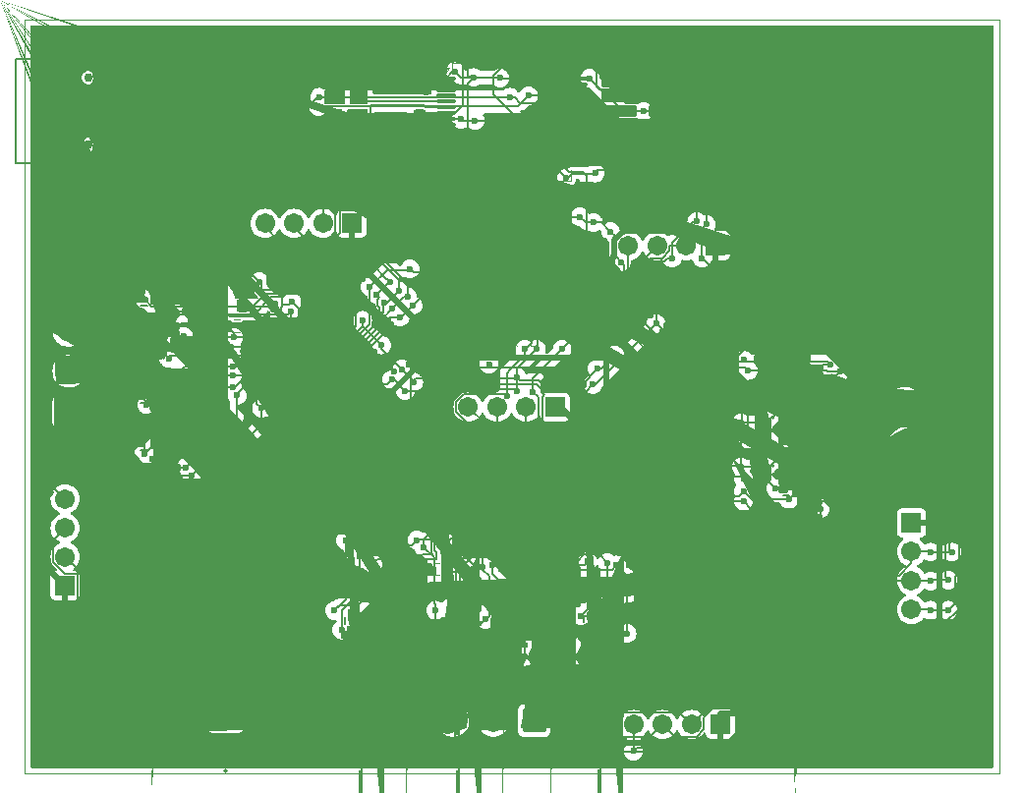
<source format=gto>
G04 #@! TF.GenerationSoftware,KiCad,Pcbnew,8.0.6*
G04 #@! TF.CreationDate,2024-12-18T16:54:38+02:00*
G04 #@! TF.ProjectId,Wheelbase,57686565-6c62-4617-9365-2e6b69636164,rev?*
G04 #@! TF.SameCoordinates,Original*
G04 #@! TF.FileFunction,Legend,Top*
G04 #@! TF.FilePolarity,Positive*
%FSLAX46Y46*%
G04 Gerber Fmt 4.6, Leading zero omitted, Abs format (unit mm)*
G04 Created by KiCad (PCBNEW 8.0.6) date 2024-12-18 16:54:38*
%MOMM*%
%LPD*%
G01*
G04 APERTURE LIST*
G04 Aperture macros list*
%AMRoundRect*
0 Rectangle with rounded corners*
0 $1 Rounding radius*
0 $2 $3 $4 $5 $6 $7 $8 $9 X,Y pos of 4 corners*
0 Add a 4 corners polygon primitive as box body*
4,1,4,$2,$3,$4,$5,$6,$7,$8,$9,$2,$3,0*
0 Add four circle primitives for the rounded corners*
1,1,$1+$1,$2,$3*
1,1,$1+$1,$4,$5*
1,1,$1+$1,$6,$7*
1,1,$1+$1,$8,$9*
0 Add four rect primitives between the rounded corners*
20,1,$1+$1,$2,$3,$4,$5,0*
20,1,$1+$1,$4,$5,$6,$7,0*
20,1,$1+$1,$6,$7,$8,$9,0*
20,1,$1+$1,$8,$9,$2,$3,0*%
%AMFreePoly0*
4,1,61,0.203536,1.753536,0.205000,1.750000,0.205000,1.305000,1.300000,1.305000,1.303536,1.303536,1.305000,1.300000,1.305000,1.190000,1.850000,1.190000,1.853536,1.188536,1.855000,1.185000,1.855000,0.765000,1.853536,0.761464,1.850000,0.760000,1.305000,0.760000,1.305000,0.540000,1.850000,0.540000,1.853536,0.538536,1.855000,0.535000,1.855000,0.115000,1.853536,0.111464,
1.850000,0.110000,1.305000,0.110000,1.305000,-0.110000,1.850000,-0.110000,1.853536,-0.111464,1.855000,-0.115000,1.855000,-0.535000,1.853536,-0.538536,1.850000,-0.540000,1.305000,-0.540000,1.305000,-0.760000,1.850000,-0.760000,1.853536,-0.761464,1.855000,-0.765000,1.855000,-1.185000,1.853536,-1.188536,1.850000,-1.190000,1.305000,-1.190000,1.305000,-1.300000,1.303536,-1.303536,
1.300000,-1.305000,0.205000,-1.305000,0.205000,-1.750000,0.203536,-1.753536,0.200000,-1.755000,-0.200000,-1.755000,-0.203536,-1.753536,-0.205000,-1.750000,-0.205000,-1.305000,-0.600000,-1.305000,-0.603536,-1.303536,-0.605000,-1.300000,-0.605000,1.300000,-0.603536,1.303536,-0.600000,1.305000,-0.205000,1.305000,-0.205000,1.750000,-0.203536,1.753536,-0.200000,1.755000,0.200000,1.755000,
0.203536,1.753536,0.203536,1.753536,$1*%
G04 Aperture macros list end*
%ADD10C,0.100000*%
%ADD11C,0.150000*%
%ADD12C,0.127000*%
%ADD13C,0.120000*%
%ADD14C,0.200000*%
%ADD15C,0.010000*%
%ADD16C,0.800000*%
%ADD17C,4.500000*%
%ADD18O,2.054000X1.254000*%
%ADD19O,2.354000X1.254000*%
%ADD20RoundRect,0.102000X-0.575000X0.150000X-0.575000X-0.150000X0.575000X-0.150000X0.575000X0.150000X0*%
%ADD21RoundRect,0.102000X-0.575000X0.300000X-0.575000X-0.300000X0.575000X-0.300000X0.575000X0.300000X0*%
%ADD22C,0.750000*%
%ADD23RoundRect,0.262500X0.325000X0.262500X-0.325000X0.262500X-0.325000X-0.262500X0.325000X-0.262500X0*%
%ADD24RoundRect,0.102000X0.350000X0.210000X-0.350000X0.210000X-0.350000X-0.210000X0.350000X-0.210000X0*%
%ADD25RoundRect,0.102000X-0.350000X-0.210000X0.350000X-0.210000X0.350000X0.210000X-0.350000X0.210000X0*%
%ADD26RoundRect,0.262500X-0.275000X-0.262500X0.275000X-0.262500X0.275000X0.262500X-0.275000X0.262500X0*%
%ADD27RoundRect,0.262500X0.262500X-0.275000X0.262500X0.275000X-0.262500X0.275000X-0.262500X-0.275000X0*%
%ADD28RoundRect,0.102000X-0.625000X-0.300000X0.625000X-0.300000X0.625000X0.300000X-0.625000X0.300000X0*%
%ADD29RoundRect,0.262500X-0.325000X-0.262500X0.325000X-0.262500X0.325000X0.262500X-0.325000X0.262500X0*%
%ADD30RoundRect,0.102000X0.700000X0.500000X-0.700000X0.500000X-0.700000X-0.500000X0.700000X-0.500000X0*%
%ADD31RoundRect,0.102000X-0.754000X0.754000X-0.754000X-0.754000X0.754000X-0.754000X0.754000X0.754000X0*%
%ADD32C,1.712000*%
%ADD33RoundRect,0.262500X0.275000X0.262500X-0.275000X0.262500X-0.275000X-0.262500X0.275000X-0.262500X0*%
%ADD34RoundRect,0.262500X0.262500X-0.325000X0.262500X0.325000X-0.262500X0.325000X-0.262500X-0.325000X0*%
%ADD35RoundRect,0.102000X-0.754000X-0.754000X0.754000X-0.754000X0.754000X0.754000X-0.754000X0.754000X0*%
%ADD36RoundRect,0.102000X0.754000X-0.754000X0.754000X0.754000X-0.754000X0.754000X-0.754000X-0.754000X0*%
%ADD37RoundRect,0.102000X1.050000X1.050000X-1.050000X1.050000X-1.050000X-1.050000X1.050000X-1.050000X0*%
%ADD38C,2.304000*%
%ADD39RoundRect,0.262500X-0.262500X0.325000X-0.262500X-0.325000X0.262500X-0.325000X0.262500X0.325000X0*%
%ADD40RoundRect,0.262500X-0.262500X0.275000X-0.262500X-0.275000X0.262500X-0.275000X0.262500X0.275000X0*%
%ADD41RoundRect,0.262500X-0.312500X-0.262500X0.312500X-0.262500X0.312500X0.262500X-0.312500X0.262500X0*%
%ADD42RoundRect,0.102000X-0.210000X0.350000X-0.210000X-0.350000X0.210000X-0.350000X0.210000X0.350000X0*%
%ADD43RoundRect,0.102000X0.210000X-0.350000X0.210000X0.350000X-0.210000X0.350000X-0.210000X-0.350000X0*%
%ADD44RoundRect,0.100000X-0.725000X-0.100000X0.725000X-0.100000X0.725000X0.100000X-0.725000X0.100000X0*%
%ADD45RoundRect,0.100000X-0.100000X-0.725000X0.100000X-0.725000X0.100000X0.725000X-0.100000X0.725000X0*%
%ADD46RoundRect,0.262500X0.262500X-0.312500X0.262500X0.312500X-0.262500X0.312500X-0.262500X-0.312500X0*%
%ADD47RoundRect,0.055500X0.166500X-0.476500X0.166500X0.476500X-0.166500X0.476500X-0.166500X-0.476500X0*%
%ADD48RoundRect,0.055500X0.476500X-0.166500X0.476500X0.166500X-0.476500X0.166500X-0.476500X-0.166500X0*%
%ADD49RoundRect,0.102000X2.075000X-2.075000X2.075000X2.075000X-2.075000X2.075000X-2.075000X-2.075000X0*%
%ADD50RoundRect,0.102000X0.900000X0.900000X-0.900000X0.900000X-0.900000X-0.900000X0.900000X-0.900000X0*%
%ADD51C,2.004000*%
%ADD52RoundRect,0.102000X0.900000X-0.900000X0.900000X0.900000X-0.900000X0.900000X-0.900000X-0.900000X0*%
%ADD53RoundRect,0.262500X0.312500X0.262500X-0.312500X0.262500X-0.312500X-0.262500X0.312500X-0.262500X0*%
%ADD54RoundRect,0.055500X-0.476500X-0.166500X0.476500X-0.166500X0.476500X0.166500X-0.476500X0.166500X0*%
%ADD55RoundRect,0.055500X-0.166500X-0.476500X0.166500X-0.476500X0.166500X0.476500X-0.166500X0.476500X0*%
%ADD56RoundRect,0.102000X-2.075000X-2.075000X2.075000X-2.075000X2.075000X2.075000X-2.075000X2.075000X0*%
%ADD57RoundRect,0.055500X-0.166500X0.476500X-0.166500X-0.476500X0.166500X-0.476500X0.166500X0.476500X0*%
%ADD58RoundRect,0.055500X-0.476500X0.166500X-0.476500X-0.166500X0.476500X-0.166500X0.476500X0.166500X0*%
%ADD59RoundRect,0.102000X-2.075000X2.075000X-2.075000X-2.075000X2.075000X-2.075000X2.075000X2.075000X0*%
%ADD60RoundRect,0.200000X-0.350000X0.200000X-0.350000X-0.200000X0.350000X-0.200000X0.350000X0.200000X0*%
%ADD61RoundRect,0.175000X-0.175000X0.225000X-0.175000X-0.225000X0.175000X-0.225000X0.175000X0.225000X0*%
%ADD62RoundRect,0.125000X0.242500X0.125000X-0.242500X0.125000X-0.242500X-0.125000X0.242500X-0.125000X0*%
%ADD63RoundRect,0.102000X-0.900000X0.900000X-0.900000X-0.900000X0.900000X-0.900000X0.900000X0.900000X0*%
%ADD64RoundRect,0.102000X1.395000X-0.370000X1.395000X0.370000X-1.395000X0.370000X-1.395000X-0.370000X0*%
G04 #@! TA.AperFunction,ComponentPad*
%ADD65C,0.700000*%
G04 #@! TD*
G04 #@! TA.AperFunction,ComponentPad*
%ADD66C,4.400000*%
G04 #@! TD*
G04 #@! TA.AperFunction,ComponentPad*
%ADD67O,1.850000X1.050000*%
G04 #@! TD*
G04 #@! TA.AperFunction,ComponentPad*
%ADD68O,2.150000X1.050000*%
G04 #@! TD*
G04 #@! TA.AperFunction,ComponentPad*
%ADD69R,1.508000X1.508000*%
G04 #@! TD*
G04 #@! TA.AperFunction,ComponentPad*
%ADD70C,1.508000*%
G04 #@! TD*
G04 #@! TA.AperFunction,ComponentPad*
%ADD71R,2.100000X2.100000*%
G04 #@! TD*
G04 #@! TA.AperFunction,ComponentPad*
%ADD72C,2.100000*%
G04 #@! TD*
G04 #@! TA.AperFunction,ComponentPad*
%ADD73R,1.800000X1.800000*%
G04 #@! TD*
G04 #@! TA.AperFunction,ComponentPad*
%ADD74C,1.800000*%
G04 #@! TD*
G04 #@! TA.AperFunction,ViaPad*
%ADD75C,0.600000*%
G04 #@! TD*
G04 #@! TA.AperFunction,Conductor*
%ADD76C,0.200000*%
G04 #@! TD*
G04 #@! TA.AperFunction,SMDPad,CuDef*
%ADD77R,1.150000X0.300000*%
G04 #@! TD*
G04 #@! TA.AperFunction,SMDPad,CuDef*
%ADD78R,1.150000X0.600000*%
G04 #@! TD*
G04 #@! TA.AperFunction,SMDPad,CuDef*
%ADD79RoundRect,0.237500X0.300000X0.237500X-0.300000X0.237500X-0.300000X-0.237500X0.300000X-0.237500X0*%
G04 #@! TD*
G04 #@! TA.AperFunction,SMDPad,CuDef*
%ADD80R,0.700000X0.420000*%
G04 #@! TD*
G04 #@! TA.AperFunction,SMDPad,CuDef*
%ADD81FreePoly0,180.000000*%
G04 #@! TD*
G04 #@! TA.AperFunction,SMDPad,CuDef*
%ADD82FreePoly0,0.000000*%
G04 #@! TD*
G04 #@! TA.AperFunction,SMDPad,CuDef*
%ADD83RoundRect,0.237500X-0.250000X-0.237500X0.250000X-0.237500X0.250000X0.237500X-0.250000X0.237500X0*%
G04 #@! TD*
G04 #@! TA.AperFunction,SMDPad,CuDef*
%ADD84RoundRect,0.237500X0.237500X-0.250000X0.237500X0.250000X-0.237500X0.250000X-0.237500X-0.250000X0*%
G04 #@! TD*
G04 #@! TA.AperFunction,SMDPad,CuDef*
%ADD85R,1.250000X0.600000*%
G04 #@! TD*
G04 #@! TA.AperFunction,SMDPad,CuDef*
%ADD86RoundRect,0.237500X-0.300000X-0.237500X0.300000X-0.237500X0.300000X0.237500X-0.300000X0.237500X0*%
G04 #@! TD*
G04 #@! TA.AperFunction,SMDPad,CuDef*
%ADD87R,1.400000X1.000000*%
G04 #@! TD*
G04 #@! TA.AperFunction,SMDPad,CuDef*
%ADD88RoundRect,0.237500X0.250000X0.237500X-0.250000X0.237500X-0.250000X-0.237500X0.250000X-0.237500X0*%
G04 #@! TD*
G04 #@! TA.AperFunction,SMDPad,CuDef*
%ADD89RoundRect,0.237500X0.237500X-0.300000X0.237500X0.300000X-0.237500X0.300000X-0.237500X-0.300000X0*%
G04 #@! TD*
G04 #@! TA.AperFunction,SMDPad,CuDef*
%ADD90RoundRect,0.237500X-0.237500X0.300000X-0.237500X-0.300000X0.237500X-0.300000X0.237500X0.300000X0*%
G04 #@! TD*
G04 #@! TA.AperFunction,SMDPad,CuDef*
%ADD91RoundRect,0.237500X-0.237500X0.250000X-0.237500X-0.250000X0.237500X-0.250000X0.237500X0.250000X0*%
G04 #@! TD*
G04 #@! TA.AperFunction,SMDPad,CuDef*
%ADD92RoundRect,0.237500X-0.287500X-0.237500X0.287500X-0.237500X0.287500X0.237500X-0.287500X0.237500X0*%
G04 #@! TD*
G04 #@! TA.AperFunction,SMDPad,CuDef*
%ADD93R,0.420000X0.700000*%
G04 #@! TD*
G04 #@! TA.AperFunction,SMDPad,CuDef*
%ADD94FreePoly0,270.000000*%
G04 #@! TD*
G04 #@! TA.AperFunction,SMDPad,CuDef*
%ADD95FreePoly0,90.000000*%
G04 #@! TD*
G04 #@! TA.AperFunction,SMDPad,CuDef*
%ADD96RoundRect,0.075000X-0.700000X-0.075000X0.700000X-0.075000X0.700000X0.075000X-0.700000X0.075000X0*%
G04 #@! TD*
G04 #@! TA.AperFunction,SMDPad,CuDef*
%ADD97RoundRect,0.075000X-0.075000X-0.700000X0.075000X-0.700000X0.075000X0.700000X-0.075000X0.700000X0*%
G04 #@! TD*
G04 #@! TA.AperFunction,SMDPad,CuDef*
%ADD98RoundRect,0.237500X0.237500X-0.287500X0.237500X0.287500X-0.237500X0.287500X-0.237500X-0.287500X0*%
G04 #@! TD*
G04 #@! TA.AperFunction,SMDPad,CuDef*
%ADD99RoundRect,0.030000X0.090000X-0.400000X0.090000X0.400000X-0.090000X0.400000X-0.090000X-0.400000X0*%
G04 #@! TD*
G04 #@! TA.AperFunction,SMDPad,CuDef*
%ADD100RoundRect,0.030000X0.400000X-0.090000X0.400000X0.090000X-0.400000X0.090000X-0.400000X-0.090000X0*%
G04 #@! TD*
G04 #@! TA.AperFunction,SMDPad,CuDef*
%ADD101R,4.150000X4.150000*%
G04 #@! TD*
G04 #@! TA.AperFunction,SMDPad,CuDef*
%ADD102RoundRect,0.237500X0.287500X0.237500X-0.287500X0.237500X-0.287500X-0.237500X0.287500X-0.237500X0*%
G04 #@! TD*
G04 #@! TA.AperFunction,SMDPad,CuDef*
%ADD103RoundRect,0.030000X-0.400000X-0.090000X0.400000X-0.090000X0.400000X0.090000X-0.400000X0.090000X0*%
G04 #@! TD*
G04 #@! TA.AperFunction,SMDPad,CuDef*
%ADD104RoundRect,0.030000X-0.090000X-0.400000X0.090000X-0.400000X0.090000X0.400000X-0.090000X0.400000X0*%
G04 #@! TD*
G04 #@! TA.AperFunction,SMDPad,CuDef*
%ADD105RoundRect,0.030000X-0.090000X0.400000X-0.090000X-0.400000X0.090000X-0.400000X0.090000X0.400000X0*%
G04 #@! TD*
G04 #@! TA.AperFunction,SMDPad,CuDef*
%ADD106RoundRect,0.030000X-0.400000X0.090000X-0.400000X-0.090000X0.400000X-0.090000X0.400000X0.090000X0*%
G04 #@! TD*
G04 #@! TA.AperFunction,SMDPad,CuDef*
%ADD107RoundRect,0.175000X-0.325000X0.175000X-0.325000X-0.175000X0.325000X-0.175000X0.325000X0.175000X0*%
G04 #@! TD*
G04 #@! TA.AperFunction,SMDPad,CuDef*
%ADD108RoundRect,0.150000X-0.150000X0.200000X-0.150000X-0.200000X0.150000X-0.200000X0.150000X0.200000X0*%
G04 #@! TD*
G04 #@! TA.AperFunction,SMDPad,CuDef*
%ADD109RoundRect,0.100000X0.217500X0.100000X-0.217500X0.100000X-0.217500X-0.100000X0.217500X-0.100000X0*%
G04 #@! TD*
G04 #@! TA.AperFunction,SMDPad,CuDef*
%ADD110R,2.790000X0.740000*%
G04 #@! TD*
G04 #@! TA.AperFunction,Conductor*
%ADD111C,0.500000*%
G04 #@! TD*
G04 #@! TA.AperFunction,Conductor*
%ADD112C,0.400000*%
G04 #@! TD*
%ADD113R,1.150000X0.300000*%
%ADD114R,1.150000X0.600000*%
%ADD115RoundRect,0.237500X0.300000X0.237500X-0.300000X0.237500X-0.300000X-0.237500X0.300000X-0.237500X0*%
%ADD116R,0.700000X0.420000*%
%ADD117RoundRect,0.237500X-0.250000X-0.237500X0.250000X-0.237500X0.250000X0.237500X-0.250000X0.237500X0*%
%ADD118RoundRect,0.237500X0.237500X-0.250000X0.237500X0.250000X-0.237500X0.250000X-0.237500X-0.250000X0*%
%ADD119R,1.250000X0.600000*%
%ADD120RoundRect,0.237500X-0.300000X-0.237500X0.300000X-0.237500X0.300000X0.237500X-0.300000X0.237500X0*%
%ADD121R,1.400000X1.000000*%
%ADD122RoundRect,0.237500X0.250000X0.237500X-0.250000X0.237500X-0.250000X-0.237500X0.250000X-0.237500X0*%
%ADD123RoundRect,0.237500X0.237500X-0.300000X0.237500X0.300000X-0.237500X0.300000X-0.237500X-0.300000X0*%
%ADD124RoundRect,0.237500X-0.237500X0.300000X-0.237500X-0.300000X0.237500X-0.300000X0.237500X0.300000X0*%
%ADD125RoundRect,0.237500X-0.237500X0.250000X-0.237500X-0.250000X0.237500X-0.250000X0.237500X0.250000X0*%
%ADD126RoundRect,0.237500X-0.287500X-0.237500X0.287500X-0.237500X0.287500X0.237500X-0.287500X0.237500X0*%
%ADD127R,0.420000X0.700000*%
%ADD128RoundRect,0.075000X-0.700000X-0.075000X0.700000X-0.075000X0.700000X0.075000X-0.700000X0.075000X0*%
%ADD129RoundRect,0.075000X-0.075000X-0.700000X0.075000X-0.700000X0.075000X0.700000X-0.075000X0.700000X0*%
%ADD130RoundRect,0.237500X0.237500X-0.287500X0.237500X0.287500X-0.237500X0.287500X-0.237500X-0.287500X0*%
%ADD131RoundRect,0.030000X0.090000X-0.400000X0.090000X0.400000X-0.090000X0.400000X-0.090000X-0.400000X0*%
%ADD132RoundRect,0.030000X0.400000X-0.090000X0.400000X0.090000X-0.400000X0.090000X-0.400000X-0.090000X0*%
%ADD133RoundRect,0.237500X0.287500X0.237500X-0.287500X0.237500X-0.287500X-0.237500X0.287500X-0.237500X0*%
%ADD134RoundRect,0.030000X-0.400000X-0.090000X0.400000X-0.090000X0.400000X0.090000X-0.400000X0.090000X0*%
%ADD135RoundRect,0.030000X-0.090000X-0.400000X0.090000X-0.400000X0.090000X0.400000X-0.090000X0.400000X0*%
%ADD136RoundRect,0.030000X-0.090000X0.400000X-0.090000X-0.400000X0.090000X-0.400000X0.090000X0.400000X0*%
%ADD137RoundRect,0.030000X-0.400000X0.090000X-0.400000X-0.090000X0.400000X-0.090000X0.400000X0.090000X0*%
%ADD138RoundRect,0.175000X-0.325000X0.175000X-0.325000X-0.175000X0.325000X-0.175000X0.325000X0.175000X0*%
%ADD139RoundRect,0.150000X-0.150000X0.200000X-0.150000X-0.200000X0.150000X-0.200000X0.150000X0.200000X0*%
%ADD140RoundRect,0.090000X0.139000X0.090000X-0.139000X0.090000X-0.139000X-0.090000X0.139000X-0.090000X0*%
%ADD141R,2.790000X0.740000*%
G04 #@! TA.AperFunction,Profile*
%ADD142C,0.050000*%
G04 #@! TD*
G04 APERTURE END LIST*
D10*
X167078884Y-121772419D02*
X167078884Y-120772419D01*
X167078884Y-120772419D02*
X167412217Y-121486704D01*
X167412217Y-121486704D02*
X167745550Y-120772419D01*
X167745550Y-120772419D02*
X167745550Y-121772419D01*
X168412217Y-120772419D02*
X168602693Y-120772419D01*
X168602693Y-120772419D02*
X168697931Y-120820038D01*
X168697931Y-120820038D02*
X168793169Y-120915276D01*
X168793169Y-120915276D02*
X168840788Y-121105752D01*
X168840788Y-121105752D02*
X168840788Y-121439085D01*
X168840788Y-121439085D02*
X168793169Y-121629561D01*
X168793169Y-121629561D02*
X168697931Y-121724800D01*
X168697931Y-121724800D02*
X168602693Y-121772419D01*
X168602693Y-121772419D02*
X168412217Y-121772419D01*
X168412217Y-121772419D02*
X168316979Y-121724800D01*
X168316979Y-121724800D02*
X168221741Y-121629561D01*
X168221741Y-121629561D02*
X168174122Y-121439085D01*
X168174122Y-121439085D02*
X168174122Y-121105752D01*
X168174122Y-121105752D02*
X168221741Y-120915276D01*
X168221741Y-120915276D02*
X168316979Y-120820038D01*
X168316979Y-120820038D02*
X168412217Y-120772419D01*
X169126503Y-120772419D02*
X169697931Y-120772419D01*
X169412217Y-121772419D02*
X169412217Y-120772419D01*
X170221741Y-120772419D02*
X170412217Y-120772419D01*
X170412217Y-120772419D02*
X170507455Y-120820038D01*
X170507455Y-120820038D02*
X170602693Y-120915276D01*
X170602693Y-120915276D02*
X170650312Y-121105752D01*
X170650312Y-121105752D02*
X170650312Y-121439085D01*
X170650312Y-121439085D02*
X170602693Y-121629561D01*
X170602693Y-121629561D02*
X170507455Y-121724800D01*
X170507455Y-121724800D02*
X170412217Y-121772419D01*
X170412217Y-121772419D02*
X170221741Y-121772419D01*
X170221741Y-121772419D02*
X170126503Y-121724800D01*
X170126503Y-121724800D02*
X170031265Y-121629561D01*
X170031265Y-121629561D02*
X169983646Y-121439085D01*
X169983646Y-121439085D02*
X169983646Y-121105752D01*
X169983646Y-121105752D02*
X170031265Y-120915276D01*
X170031265Y-120915276D02*
X170126503Y-120820038D01*
X170126503Y-120820038D02*
X170221741Y-120772419D01*
X171650312Y-121772419D02*
X171316979Y-121296228D01*
X171078884Y-121772419D02*
X171078884Y-120772419D01*
X171078884Y-120772419D02*
X171459836Y-120772419D01*
X171459836Y-120772419D02*
X171555074Y-120820038D01*
X171555074Y-120820038D02*
X171602693Y-120867657D01*
X171602693Y-120867657D02*
X171650312Y-120962895D01*
X171650312Y-120962895D02*
X171650312Y-121105752D01*
X171650312Y-121105752D02*
X171602693Y-121200990D01*
X171602693Y-121200990D02*
X171555074Y-121248609D01*
X171555074Y-121248609D02*
X171459836Y-121296228D01*
X171459836Y-121296228D02*
X171078884Y-121296228D01*
X172745551Y-120772419D02*
X173364598Y-120772419D01*
X173364598Y-120772419D02*
X173031265Y-121153371D01*
X173031265Y-121153371D02*
X173174122Y-121153371D01*
X173174122Y-121153371D02*
X173269360Y-121200990D01*
X173269360Y-121200990D02*
X173316979Y-121248609D01*
X173316979Y-121248609D02*
X173364598Y-121343847D01*
X173364598Y-121343847D02*
X173364598Y-121581942D01*
X173364598Y-121581942D02*
X173316979Y-121677180D01*
X173316979Y-121677180D02*
X173269360Y-121724800D01*
X173269360Y-121724800D02*
X173174122Y-121772419D01*
X173174122Y-121772419D02*
X172888408Y-121772419D01*
X172888408Y-121772419D02*
X172793170Y-121724800D01*
X172793170Y-121724800D02*
X172745551Y-121677180D01*
X193272419Y-103946115D02*
X192272419Y-103946115D01*
X192272419Y-103946115D02*
X192986704Y-103612782D01*
X192986704Y-103612782D02*
X192272419Y-103279449D01*
X192272419Y-103279449D02*
X193272419Y-103279449D01*
X192272419Y-102612782D02*
X192272419Y-102422306D01*
X192272419Y-102422306D02*
X192320038Y-102327068D01*
X192320038Y-102327068D02*
X192415276Y-102231830D01*
X192415276Y-102231830D02*
X192605752Y-102184211D01*
X192605752Y-102184211D02*
X192939085Y-102184211D01*
X192939085Y-102184211D02*
X193129561Y-102231830D01*
X193129561Y-102231830D02*
X193224800Y-102327068D01*
X193224800Y-102327068D02*
X193272419Y-102422306D01*
X193272419Y-102422306D02*
X193272419Y-102612782D01*
X193272419Y-102612782D02*
X193224800Y-102708020D01*
X193224800Y-102708020D02*
X193129561Y-102803258D01*
X193129561Y-102803258D02*
X192939085Y-102850877D01*
X192939085Y-102850877D02*
X192605752Y-102850877D01*
X192605752Y-102850877D02*
X192415276Y-102803258D01*
X192415276Y-102803258D02*
X192320038Y-102708020D01*
X192320038Y-102708020D02*
X192272419Y-102612782D01*
X192272419Y-101898496D02*
X192272419Y-101327068D01*
X193272419Y-101612782D02*
X192272419Y-101612782D01*
X192272419Y-100803258D02*
X192272419Y-100612782D01*
X192272419Y-100612782D02*
X192320038Y-100517544D01*
X192320038Y-100517544D02*
X192415276Y-100422306D01*
X192415276Y-100422306D02*
X192605752Y-100374687D01*
X192605752Y-100374687D02*
X192939085Y-100374687D01*
X192939085Y-100374687D02*
X193129561Y-100422306D01*
X193129561Y-100422306D02*
X193224800Y-100517544D01*
X193224800Y-100517544D02*
X193272419Y-100612782D01*
X193272419Y-100612782D02*
X193272419Y-100803258D01*
X193272419Y-100803258D02*
X193224800Y-100898496D01*
X193224800Y-100898496D02*
X193129561Y-100993734D01*
X193129561Y-100993734D02*
X192939085Y-101041353D01*
X192939085Y-101041353D02*
X192605752Y-101041353D01*
X192605752Y-101041353D02*
X192415276Y-100993734D01*
X192415276Y-100993734D02*
X192320038Y-100898496D01*
X192320038Y-100898496D02*
X192272419Y-100803258D01*
X193272419Y-99374687D02*
X192796228Y-99708020D01*
X193272419Y-99946115D02*
X192272419Y-99946115D01*
X192272419Y-99946115D02*
X192272419Y-99565163D01*
X192272419Y-99565163D02*
X192320038Y-99469925D01*
X192320038Y-99469925D02*
X192367657Y-99422306D01*
X192367657Y-99422306D02*
X192462895Y-99374687D01*
X192462895Y-99374687D02*
X192605752Y-99374687D01*
X192605752Y-99374687D02*
X192700990Y-99422306D01*
X192700990Y-99422306D02*
X192748609Y-99469925D01*
X192748609Y-99469925D02*
X192796228Y-99565163D01*
X192796228Y-99565163D02*
X192796228Y-99946115D01*
X193272419Y-97660401D02*
X193272419Y-98231829D01*
X193272419Y-97946115D02*
X192272419Y-97946115D01*
X192272419Y-97946115D02*
X192415276Y-98041353D01*
X192415276Y-98041353D02*
X192510514Y-98136591D01*
X192510514Y-98136591D02*
X192558133Y-98231829D01*
X165153884Y-81147419D02*
X165153884Y-80147419D01*
X165153884Y-80147419D02*
X165487217Y-80861704D01*
X165487217Y-80861704D02*
X165820550Y-80147419D01*
X165820550Y-80147419D02*
X165820550Y-81147419D01*
X166487217Y-80147419D02*
X166677693Y-80147419D01*
X166677693Y-80147419D02*
X166772931Y-80195038D01*
X166772931Y-80195038D02*
X166868169Y-80290276D01*
X166868169Y-80290276D02*
X166915788Y-80480752D01*
X166915788Y-80480752D02*
X166915788Y-80814085D01*
X166915788Y-80814085D02*
X166868169Y-81004561D01*
X166868169Y-81004561D02*
X166772931Y-81099800D01*
X166772931Y-81099800D02*
X166677693Y-81147419D01*
X166677693Y-81147419D02*
X166487217Y-81147419D01*
X166487217Y-81147419D02*
X166391979Y-81099800D01*
X166391979Y-81099800D02*
X166296741Y-81004561D01*
X166296741Y-81004561D02*
X166249122Y-80814085D01*
X166249122Y-80814085D02*
X166249122Y-80480752D01*
X166249122Y-80480752D02*
X166296741Y-80290276D01*
X166296741Y-80290276D02*
X166391979Y-80195038D01*
X166391979Y-80195038D02*
X166487217Y-80147419D01*
X167201503Y-80147419D02*
X167772931Y-80147419D01*
X167487217Y-81147419D02*
X167487217Y-80147419D01*
X168296741Y-80147419D02*
X168487217Y-80147419D01*
X168487217Y-80147419D02*
X168582455Y-80195038D01*
X168582455Y-80195038D02*
X168677693Y-80290276D01*
X168677693Y-80290276D02*
X168725312Y-80480752D01*
X168725312Y-80480752D02*
X168725312Y-80814085D01*
X168725312Y-80814085D02*
X168677693Y-81004561D01*
X168677693Y-81004561D02*
X168582455Y-81099800D01*
X168582455Y-81099800D02*
X168487217Y-81147419D01*
X168487217Y-81147419D02*
X168296741Y-81147419D01*
X168296741Y-81147419D02*
X168201503Y-81099800D01*
X168201503Y-81099800D02*
X168106265Y-81004561D01*
X168106265Y-81004561D02*
X168058646Y-80814085D01*
X168058646Y-80814085D02*
X168058646Y-80480752D01*
X168058646Y-80480752D02*
X168106265Y-80290276D01*
X168106265Y-80290276D02*
X168201503Y-80195038D01*
X168201503Y-80195038D02*
X168296741Y-80147419D01*
X169725312Y-81147419D02*
X169391979Y-80671228D01*
X169153884Y-81147419D02*
X169153884Y-80147419D01*
X169153884Y-80147419D02*
X169534836Y-80147419D01*
X169534836Y-80147419D02*
X169630074Y-80195038D01*
X169630074Y-80195038D02*
X169677693Y-80242657D01*
X169677693Y-80242657D02*
X169725312Y-80337895D01*
X169725312Y-80337895D02*
X169725312Y-80480752D01*
X169725312Y-80480752D02*
X169677693Y-80575990D01*
X169677693Y-80575990D02*
X169630074Y-80623609D01*
X169630074Y-80623609D02*
X169534836Y-80671228D01*
X169534836Y-80671228D02*
X169153884Y-80671228D01*
X171439598Y-81147419D02*
X170868170Y-81147419D01*
X171153884Y-81147419D02*
X171153884Y-80147419D01*
X171153884Y-80147419D02*
X171058646Y-80290276D01*
X171058646Y-80290276D02*
X170963408Y-80385514D01*
X170963408Y-80385514D02*
X170868170Y-80433133D01*
X150503884Y-93872419D02*
X150503884Y-92872419D01*
X150503884Y-92872419D02*
X150837217Y-93586704D01*
X150837217Y-93586704D02*
X151170550Y-92872419D01*
X151170550Y-92872419D02*
X151170550Y-93872419D01*
X151837217Y-92872419D02*
X152027693Y-92872419D01*
X152027693Y-92872419D02*
X152122931Y-92920038D01*
X152122931Y-92920038D02*
X152218169Y-93015276D01*
X152218169Y-93015276D02*
X152265788Y-93205752D01*
X152265788Y-93205752D02*
X152265788Y-93539085D01*
X152265788Y-93539085D02*
X152218169Y-93729561D01*
X152218169Y-93729561D02*
X152122931Y-93824800D01*
X152122931Y-93824800D02*
X152027693Y-93872419D01*
X152027693Y-93872419D02*
X151837217Y-93872419D01*
X151837217Y-93872419D02*
X151741979Y-93824800D01*
X151741979Y-93824800D02*
X151646741Y-93729561D01*
X151646741Y-93729561D02*
X151599122Y-93539085D01*
X151599122Y-93539085D02*
X151599122Y-93205752D01*
X151599122Y-93205752D02*
X151646741Y-93015276D01*
X151646741Y-93015276D02*
X151741979Y-92920038D01*
X151741979Y-92920038D02*
X151837217Y-92872419D01*
X152551503Y-92872419D02*
X153122931Y-92872419D01*
X152837217Y-93872419D02*
X152837217Y-92872419D01*
X153646741Y-92872419D02*
X153837217Y-92872419D01*
X153837217Y-92872419D02*
X153932455Y-92920038D01*
X153932455Y-92920038D02*
X154027693Y-93015276D01*
X154027693Y-93015276D02*
X154075312Y-93205752D01*
X154075312Y-93205752D02*
X154075312Y-93539085D01*
X154075312Y-93539085D02*
X154027693Y-93729561D01*
X154027693Y-93729561D02*
X153932455Y-93824800D01*
X153932455Y-93824800D02*
X153837217Y-93872419D01*
X153837217Y-93872419D02*
X153646741Y-93872419D01*
X153646741Y-93872419D02*
X153551503Y-93824800D01*
X153551503Y-93824800D02*
X153456265Y-93729561D01*
X153456265Y-93729561D02*
X153408646Y-93539085D01*
X153408646Y-93539085D02*
X153408646Y-93205752D01*
X153408646Y-93205752D02*
X153456265Y-93015276D01*
X153456265Y-93015276D02*
X153551503Y-92920038D01*
X153551503Y-92920038D02*
X153646741Y-92872419D01*
X155075312Y-93872419D02*
X154741979Y-93396228D01*
X154503884Y-93872419D02*
X154503884Y-92872419D01*
X154503884Y-92872419D02*
X154884836Y-92872419D01*
X154884836Y-92872419D02*
X154980074Y-92920038D01*
X154980074Y-92920038D02*
X155027693Y-92967657D01*
X155027693Y-92967657D02*
X155075312Y-93062895D01*
X155075312Y-93062895D02*
X155075312Y-93205752D01*
X155075312Y-93205752D02*
X155027693Y-93300990D01*
X155027693Y-93300990D02*
X154980074Y-93348609D01*
X154980074Y-93348609D02*
X154884836Y-93396228D01*
X154884836Y-93396228D02*
X154503884Y-93396228D01*
X156170551Y-92872419D02*
X156789598Y-92872419D01*
X156789598Y-92872419D02*
X156456265Y-93253371D01*
X156456265Y-93253371D02*
X156599122Y-93253371D01*
X156599122Y-93253371D02*
X156694360Y-93300990D01*
X156694360Y-93300990D02*
X156741979Y-93348609D01*
X156741979Y-93348609D02*
X156789598Y-93443847D01*
X156789598Y-93443847D02*
X156789598Y-93681942D01*
X156789598Y-93681942D02*
X156741979Y-93777180D01*
X156741979Y-93777180D02*
X156694360Y-93824800D01*
X156694360Y-93824800D02*
X156599122Y-93872419D01*
X156599122Y-93872419D02*
X156313408Y-93872419D01*
X156313408Y-93872419D02*
X156218170Y-93824800D01*
X156218170Y-93824800D02*
X156170551Y-93777180D01*
X124502693Y-119345038D02*
X124407455Y-119297419D01*
X124407455Y-119297419D02*
X124264598Y-119297419D01*
X124264598Y-119297419D02*
X124121741Y-119345038D01*
X124121741Y-119345038D02*
X124026503Y-119440276D01*
X124026503Y-119440276D02*
X123978884Y-119535514D01*
X123978884Y-119535514D02*
X123931265Y-119725990D01*
X123931265Y-119725990D02*
X123931265Y-119868847D01*
X123931265Y-119868847D02*
X123978884Y-120059323D01*
X123978884Y-120059323D02*
X124026503Y-120154561D01*
X124026503Y-120154561D02*
X124121741Y-120249800D01*
X124121741Y-120249800D02*
X124264598Y-120297419D01*
X124264598Y-120297419D02*
X124359836Y-120297419D01*
X124359836Y-120297419D02*
X124502693Y-120249800D01*
X124502693Y-120249800D02*
X124550312Y-120202180D01*
X124550312Y-120202180D02*
X124550312Y-119868847D01*
X124550312Y-119868847D02*
X124359836Y-119868847D01*
X124978884Y-120297419D02*
X124978884Y-119297419D01*
X124978884Y-119297419D02*
X125550312Y-120297419D01*
X125550312Y-120297419D02*
X125550312Y-119297419D01*
X126026503Y-120297419D02*
X126026503Y-119297419D01*
X126026503Y-119297419D02*
X126264598Y-119297419D01*
X126264598Y-119297419D02*
X126407455Y-119345038D01*
X126407455Y-119345038D02*
X126502693Y-119440276D01*
X126502693Y-119440276D02*
X126550312Y-119535514D01*
X126550312Y-119535514D02*
X126597931Y-119725990D01*
X126597931Y-119725990D02*
X126597931Y-119868847D01*
X126597931Y-119868847D02*
X126550312Y-120059323D01*
X126550312Y-120059323D02*
X126502693Y-120154561D01*
X126502693Y-120154561D02*
X126407455Y-120249800D01*
X126407455Y-120249800D02*
X126264598Y-120297419D01*
X126264598Y-120297419D02*
X126026503Y-120297419D01*
X126103884Y-117672419D02*
X126103884Y-116672419D01*
X126103884Y-116672419D02*
X126484836Y-116672419D01*
X126484836Y-116672419D02*
X126580074Y-116720038D01*
X126580074Y-116720038D02*
X126627693Y-116767657D01*
X126627693Y-116767657D02*
X126675312Y-116862895D01*
X126675312Y-116862895D02*
X126675312Y-117005752D01*
X126675312Y-117005752D02*
X126627693Y-117100990D01*
X126627693Y-117100990D02*
X126580074Y-117148609D01*
X126580074Y-117148609D02*
X126484836Y-117196228D01*
X126484836Y-117196228D02*
X126103884Y-117196228D01*
X127294360Y-116672419D02*
X127484836Y-116672419D01*
X127484836Y-116672419D02*
X127580074Y-116720038D01*
X127580074Y-116720038D02*
X127675312Y-116815276D01*
X127675312Y-116815276D02*
X127722931Y-117005752D01*
X127722931Y-117005752D02*
X127722931Y-117339085D01*
X127722931Y-117339085D02*
X127675312Y-117529561D01*
X127675312Y-117529561D02*
X127580074Y-117624800D01*
X127580074Y-117624800D02*
X127484836Y-117672419D01*
X127484836Y-117672419D02*
X127294360Y-117672419D01*
X127294360Y-117672419D02*
X127199122Y-117624800D01*
X127199122Y-117624800D02*
X127103884Y-117529561D01*
X127103884Y-117529561D02*
X127056265Y-117339085D01*
X127056265Y-117339085D02*
X127056265Y-117005752D01*
X127056265Y-117005752D02*
X127103884Y-116815276D01*
X127103884Y-116815276D02*
X127199122Y-116720038D01*
X127199122Y-116720038D02*
X127294360Y-116672419D01*
X128056265Y-116672419D02*
X128294360Y-117672419D01*
X128294360Y-117672419D02*
X128484836Y-116958133D01*
X128484836Y-116958133D02*
X128675312Y-117672419D01*
X128675312Y-117672419D02*
X128913408Y-116672419D01*
X129294360Y-117148609D02*
X129627693Y-117148609D01*
X129770550Y-117672419D02*
X129294360Y-117672419D01*
X129294360Y-117672419D02*
X129294360Y-116672419D01*
X129294360Y-116672419D02*
X129770550Y-116672419D01*
X130770550Y-117672419D02*
X130437217Y-117196228D01*
X130199122Y-117672419D02*
X130199122Y-116672419D01*
X130199122Y-116672419D02*
X130580074Y-116672419D01*
X130580074Y-116672419D02*
X130675312Y-116720038D01*
X130675312Y-116720038D02*
X130722931Y-116767657D01*
X130722931Y-116767657D02*
X130770550Y-116862895D01*
X130770550Y-116862895D02*
X130770550Y-117005752D01*
X130770550Y-117005752D02*
X130722931Y-117100990D01*
X130722931Y-117100990D02*
X130675312Y-117148609D01*
X130675312Y-117148609D02*
X130580074Y-117196228D01*
X130580074Y-117196228D02*
X130199122Y-117196228D01*
X144353884Y-67347419D02*
X144353884Y-66347419D01*
X144353884Y-66347419D02*
X144591979Y-66347419D01*
X144591979Y-66347419D02*
X144734836Y-66395038D01*
X144734836Y-66395038D02*
X144830074Y-66490276D01*
X144830074Y-66490276D02*
X144877693Y-66585514D01*
X144877693Y-66585514D02*
X144925312Y-66775990D01*
X144925312Y-66775990D02*
X144925312Y-66918847D01*
X144925312Y-66918847D02*
X144877693Y-67109323D01*
X144877693Y-67109323D02*
X144830074Y-67204561D01*
X144830074Y-67204561D02*
X144734836Y-67299800D01*
X144734836Y-67299800D02*
X144591979Y-67347419D01*
X144591979Y-67347419D02*
X144353884Y-67347419D01*
X145353884Y-66823609D02*
X145687217Y-66823609D01*
X145830074Y-67347419D02*
X145353884Y-67347419D01*
X145353884Y-67347419D02*
X145353884Y-66347419D01*
X145353884Y-66347419D02*
X145830074Y-66347419D01*
X146591979Y-66823609D02*
X146734836Y-66871228D01*
X146734836Y-66871228D02*
X146782455Y-66918847D01*
X146782455Y-66918847D02*
X146830074Y-67014085D01*
X146830074Y-67014085D02*
X146830074Y-67156942D01*
X146830074Y-67156942D02*
X146782455Y-67252180D01*
X146782455Y-67252180D02*
X146734836Y-67299800D01*
X146734836Y-67299800D02*
X146639598Y-67347419D01*
X146639598Y-67347419D02*
X146258646Y-67347419D01*
X146258646Y-67347419D02*
X146258646Y-66347419D01*
X146258646Y-66347419D02*
X146591979Y-66347419D01*
X146591979Y-66347419D02*
X146687217Y-66395038D01*
X146687217Y-66395038D02*
X146734836Y-66442657D01*
X146734836Y-66442657D02*
X146782455Y-66537895D01*
X146782455Y-66537895D02*
X146782455Y-66633133D01*
X146782455Y-66633133D02*
X146734836Y-66728371D01*
X146734836Y-66728371D02*
X146687217Y-66775990D01*
X146687217Y-66775990D02*
X146591979Y-66823609D01*
X146591979Y-66823609D02*
X146258646Y-66823609D01*
X147258646Y-66347419D02*
X147258646Y-67156942D01*
X147258646Y-67156942D02*
X147306265Y-67252180D01*
X147306265Y-67252180D02*
X147353884Y-67299800D01*
X147353884Y-67299800D02*
X147449122Y-67347419D01*
X147449122Y-67347419D02*
X147639598Y-67347419D01*
X147639598Y-67347419D02*
X147734836Y-67299800D01*
X147734836Y-67299800D02*
X147782455Y-67252180D01*
X147782455Y-67252180D02*
X147830074Y-67156942D01*
X147830074Y-67156942D02*
X147830074Y-66347419D01*
X148830074Y-66395038D02*
X148734836Y-66347419D01*
X148734836Y-66347419D02*
X148591979Y-66347419D01*
X148591979Y-66347419D02*
X148449122Y-66395038D01*
X148449122Y-66395038D02*
X148353884Y-66490276D01*
X148353884Y-66490276D02*
X148306265Y-66585514D01*
X148306265Y-66585514D02*
X148258646Y-66775990D01*
X148258646Y-66775990D02*
X148258646Y-66918847D01*
X148258646Y-66918847D02*
X148306265Y-67109323D01*
X148306265Y-67109323D02*
X148353884Y-67204561D01*
X148353884Y-67204561D02*
X148449122Y-67299800D01*
X148449122Y-67299800D02*
X148591979Y-67347419D01*
X148591979Y-67347419D02*
X148687217Y-67347419D01*
X148687217Y-67347419D02*
X148830074Y-67299800D01*
X148830074Y-67299800D02*
X148877693Y-67252180D01*
X148877693Y-67252180D02*
X148877693Y-66918847D01*
X148877693Y-66918847D02*
X148687217Y-66918847D01*
X120777580Y-108153884D02*
X121777580Y-108153884D01*
X121777580Y-108153884D02*
X121063295Y-108487217D01*
X121063295Y-108487217D02*
X121777580Y-108820550D01*
X121777580Y-108820550D02*
X120777580Y-108820550D01*
X121777580Y-109487217D02*
X121777580Y-109677693D01*
X121777580Y-109677693D02*
X121729961Y-109772931D01*
X121729961Y-109772931D02*
X121634723Y-109868169D01*
X121634723Y-109868169D02*
X121444247Y-109915788D01*
X121444247Y-109915788D02*
X121110914Y-109915788D01*
X121110914Y-109915788D02*
X120920438Y-109868169D01*
X120920438Y-109868169D02*
X120825200Y-109772931D01*
X120825200Y-109772931D02*
X120777580Y-109677693D01*
X120777580Y-109677693D02*
X120777580Y-109487217D01*
X120777580Y-109487217D02*
X120825200Y-109391979D01*
X120825200Y-109391979D02*
X120920438Y-109296741D01*
X120920438Y-109296741D02*
X121110914Y-109249122D01*
X121110914Y-109249122D02*
X121444247Y-109249122D01*
X121444247Y-109249122D02*
X121634723Y-109296741D01*
X121634723Y-109296741D02*
X121729961Y-109391979D01*
X121729961Y-109391979D02*
X121777580Y-109487217D01*
X121777580Y-110201503D02*
X121777580Y-110772931D01*
X120777580Y-110487217D02*
X121777580Y-110487217D01*
X121777580Y-111296741D02*
X121777580Y-111487217D01*
X121777580Y-111487217D02*
X121729961Y-111582455D01*
X121729961Y-111582455D02*
X121634723Y-111677693D01*
X121634723Y-111677693D02*
X121444247Y-111725312D01*
X121444247Y-111725312D02*
X121110914Y-111725312D01*
X121110914Y-111725312D02*
X120920438Y-111677693D01*
X120920438Y-111677693D02*
X120825200Y-111582455D01*
X120825200Y-111582455D02*
X120777580Y-111487217D01*
X120777580Y-111487217D02*
X120777580Y-111296741D01*
X120777580Y-111296741D02*
X120825200Y-111201503D01*
X120825200Y-111201503D02*
X120920438Y-111106265D01*
X120920438Y-111106265D02*
X121110914Y-111058646D01*
X121110914Y-111058646D02*
X121444247Y-111058646D01*
X121444247Y-111058646D02*
X121634723Y-111106265D01*
X121634723Y-111106265D02*
X121729961Y-111201503D01*
X121729961Y-111201503D02*
X121777580Y-111296741D01*
X120777580Y-112725312D02*
X121253771Y-112391979D01*
X120777580Y-112153884D02*
X121777580Y-112153884D01*
X121777580Y-112153884D02*
X121777580Y-112534836D01*
X121777580Y-112534836D02*
X121729961Y-112630074D01*
X121729961Y-112630074D02*
X121682342Y-112677693D01*
X121682342Y-112677693D02*
X121587104Y-112725312D01*
X121587104Y-112725312D02*
X121444247Y-112725312D01*
X121444247Y-112725312D02*
X121349009Y-112677693D01*
X121349009Y-112677693D02*
X121301390Y-112630074D01*
X121301390Y-112630074D02*
X121253771Y-112534836D01*
X121253771Y-112534836D02*
X121253771Y-112153884D01*
X121682342Y-113106265D02*
X121729961Y-113153884D01*
X121729961Y-113153884D02*
X121777580Y-113249122D01*
X121777580Y-113249122D02*
X121777580Y-113487217D01*
X121777580Y-113487217D02*
X121729961Y-113582455D01*
X121729961Y-113582455D02*
X121682342Y-113630074D01*
X121682342Y-113630074D02*
X121587104Y-113677693D01*
X121587104Y-113677693D02*
X121491866Y-113677693D01*
X121491866Y-113677693D02*
X121349009Y-113630074D01*
X121349009Y-113630074D02*
X120777580Y-113058646D01*
X120777580Y-113058646D02*
X120777580Y-113677693D01*
X129828884Y-119541466D02*
X130590789Y-119541466D01*
X130209836Y-119922419D02*
X130209836Y-119160514D01*
X131019360Y-119017657D02*
X131066979Y-118970038D01*
X131066979Y-118970038D02*
X131162217Y-118922419D01*
X131162217Y-118922419D02*
X131400312Y-118922419D01*
X131400312Y-118922419D02*
X131495550Y-118970038D01*
X131495550Y-118970038D02*
X131543169Y-119017657D01*
X131543169Y-119017657D02*
X131590788Y-119112895D01*
X131590788Y-119112895D02*
X131590788Y-119208133D01*
X131590788Y-119208133D02*
X131543169Y-119350990D01*
X131543169Y-119350990D02*
X130971741Y-119922419D01*
X130971741Y-119922419D02*
X131590788Y-119922419D01*
X132447931Y-119255752D02*
X132447931Y-119922419D01*
X132209836Y-118874800D02*
X131971741Y-119589085D01*
X131971741Y-119589085D02*
X132590788Y-119589085D01*
X132828884Y-118922419D02*
X133162217Y-119922419D01*
X133162217Y-119922419D02*
X133495550Y-118922419D01*
X133578884Y-79347419D02*
X133578884Y-78347419D01*
X133578884Y-78347419D02*
X133912217Y-79061704D01*
X133912217Y-79061704D02*
X134245550Y-78347419D01*
X134245550Y-78347419D02*
X134245550Y-79347419D01*
X134912217Y-78347419D02*
X135102693Y-78347419D01*
X135102693Y-78347419D02*
X135197931Y-78395038D01*
X135197931Y-78395038D02*
X135293169Y-78490276D01*
X135293169Y-78490276D02*
X135340788Y-78680752D01*
X135340788Y-78680752D02*
X135340788Y-79014085D01*
X135340788Y-79014085D02*
X135293169Y-79204561D01*
X135293169Y-79204561D02*
X135197931Y-79299800D01*
X135197931Y-79299800D02*
X135102693Y-79347419D01*
X135102693Y-79347419D02*
X134912217Y-79347419D01*
X134912217Y-79347419D02*
X134816979Y-79299800D01*
X134816979Y-79299800D02*
X134721741Y-79204561D01*
X134721741Y-79204561D02*
X134674122Y-79014085D01*
X134674122Y-79014085D02*
X134674122Y-78680752D01*
X134674122Y-78680752D02*
X134721741Y-78490276D01*
X134721741Y-78490276D02*
X134816979Y-78395038D01*
X134816979Y-78395038D02*
X134912217Y-78347419D01*
X135626503Y-78347419D02*
X136197931Y-78347419D01*
X135912217Y-79347419D02*
X135912217Y-78347419D01*
X136721741Y-78347419D02*
X136912217Y-78347419D01*
X136912217Y-78347419D02*
X137007455Y-78395038D01*
X137007455Y-78395038D02*
X137102693Y-78490276D01*
X137102693Y-78490276D02*
X137150312Y-78680752D01*
X137150312Y-78680752D02*
X137150312Y-79014085D01*
X137150312Y-79014085D02*
X137102693Y-79204561D01*
X137102693Y-79204561D02*
X137007455Y-79299800D01*
X137007455Y-79299800D02*
X136912217Y-79347419D01*
X136912217Y-79347419D02*
X136721741Y-79347419D01*
X136721741Y-79347419D02*
X136626503Y-79299800D01*
X136626503Y-79299800D02*
X136531265Y-79204561D01*
X136531265Y-79204561D02*
X136483646Y-79014085D01*
X136483646Y-79014085D02*
X136483646Y-78680752D01*
X136483646Y-78680752D02*
X136531265Y-78490276D01*
X136531265Y-78490276D02*
X136626503Y-78395038D01*
X136626503Y-78395038D02*
X136721741Y-78347419D01*
X138150312Y-79347419D02*
X137816979Y-78871228D01*
X137578884Y-79347419D02*
X137578884Y-78347419D01*
X137578884Y-78347419D02*
X137959836Y-78347419D01*
X137959836Y-78347419D02*
X138055074Y-78395038D01*
X138055074Y-78395038D02*
X138102693Y-78442657D01*
X138102693Y-78442657D02*
X138150312Y-78537895D01*
X138150312Y-78537895D02*
X138150312Y-78680752D01*
X138150312Y-78680752D02*
X138102693Y-78775990D01*
X138102693Y-78775990D02*
X138055074Y-78823609D01*
X138055074Y-78823609D02*
X137959836Y-78871228D01*
X137959836Y-78871228D02*
X137578884Y-78871228D01*
X139293170Y-78442657D02*
X139340789Y-78395038D01*
X139340789Y-78395038D02*
X139436027Y-78347419D01*
X139436027Y-78347419D02*
X139674122Y-78347419D01*
X139674122Y-78347419D02*
X139769360Y-78395038D01*
X139769360Y-78395038D02*
X139816979Y-78442657D01*
X139816979Y-78442657D02*
X139864598Y-78537895D01*
X139864598Y-78537895D02*
X139864598Y-78633133D01*
X139864598Y-78633133D02*
X139816979Y-78775990D01*
X139816979Y-78775990D02*
X139245551Y-79347419D01*
X139245551Y-79347419D02*
X139864598Y-79347419D01*
D11*
X116271369Y-124238093D02*
X116271369Y-123238093D01*
X116271369Y-123714283D02*
X116842797Y-123714283D01*
X116842797Y-124238093D02*
X116842797Y-123238093D01*
X117842797Y-124238093D02*
X117271369Y-124238093D01*
X117557083Y-124238093D02*
X117557083Y-123238093D01*
X117557083Y-123238093D02*
X117461845Y-123380950D01*
X117461845Y-123380950D02*
X117366607Y-123476188D01*
X117366607Y-123476188D02*
X117271369Y-123523807D01*
D12*
X117260000Y-78120000D02*
X115720000Y-78120000D01*
X117260000Y-69180000D02*
X115720000Y-69180000D01*
X111875000Y-78120000D02*
X113230000Y-78120000D01*
X111875000Y-78120000D02*
X111875000Y-69180000D01*
X111875000Y-69180000D02*
X113230000Y-69180000D01*
D13*
X146221267Y-78460000D02*
X145928733Y-78460000D01*
X146221267Y-77440000D02*
X145928733Y-77440000D01*
D12*
X181110000Y-90930000D02*
X180560000Y-90930000D01*
X181110000Y-94030000D02*
X180560000Y-94030000D01*
D14*
X182110000Y-93530000D02*
G75*
G02*
X181910000Y-93530000I-100000J0D01*
G01*
X181910000Y-93530000D02*
G75*
G02*
X182110000Y-93530000I100000J0D01*
G01*
D12*
X122675000Y-99775000D02*
X123225000Y-99775000D01*
X122675000Y-102875000D02*
X123225000Y-102875000D01*
D14*
X121875000Y-100275000D02*
G75*
G02*
X121675000Y-100275000I-100000J0D01*
G01*
X121675000Y-100275000D02*
G75*
G02*
X121875000Y-100275000I100000J0D01*
G01*
D12*
X125637500Y-91600000D02*
X125087500Y-91600000D01*
X125637500Y-94700000D02*
X125087500Y-94700000D01*
D14*
X126637500Y-94200000D02*
G75*
G02*
X126437500Y-94200000I-100000J0D01*
G01*
X126437500Y-94200000D02*
G75*
G02*
X126637500Y-94200000I100000J0D01*
G01*
D13*
X147920276Y-112577500D02*
X148429724Y-112577500D01*
X147920276Y-113622500D02*
X148429724Y-113622500D01*
X141120276Y-98827500D02*
X141629724Y-98827500D01*
X141120276Y-99872500D02*
X141629724Y-99872500D01*
D12*
X181110000Y-95230000D02*
X180560000Y-95230000D01*
X181110000Y-98330000D02*
X180560000Y-98330000D01*
D14*
X182110000Y-97830000D02*
G75*
G02*
X181910000Y-97830000I-100000J0D01*
G01*
X181910000Y-97830000D02*
G75*
G02*
X182110000Y-97830000I100000J0D01*
G01*
D13*
X139258767Y-109140000D02*
X138966233Y-109140000D01*
X139258767Y-110160000D02*
X138966233Y-110160000D01*
D12*
X178010000Y-99555000D02*
X178560000Y-99555000D01*
X178010000Y-102655000D02*
X178560000Y-102655000D01*
D14*
X177210000Y-100055000D02*
G75*
G02*
X177010000Y-100055000I-100000J0D01*
G01*
X177010000Y-100055000D02*
G75*
G02*
X177210000Y-100055000I100000J0D01*
G01*
D13*
X173087500Y-101859724D02*
X173087500Y-101350276D01*
X174132500Y-101859724D02*
X174132500Y-101350276D01*
D14*
X124550000Y-75580000D02*
X125800000Y-75580000D01*
X126150000Y-75580000D02*
X126700000Y-75580000D01*
X126150000Y-78580000D02*
X126150000Y-75580000D01*
X126700000Y-75580000D02*
X126700000Y-78580000D01*
X126700000Y-78580000D02*
X126150000Y-78580000D01*
D13*
X140121267Y-77140000D02*
X139828733Y-77140000D01*
X140121267Y-78160000D02*
X139828733Y-78160000D01*
X148828733Y-103840000D02*
X149121267Y-103840000D01*
X148828733Y-104860000D02*
X149121267Y-104860000D01*
D14*
X142575000Y-71650000D02*
G75*
G02*
X142375000Y-71650000I-100000J0D01*
G01*
X142375000Y-71650000D02*
G75*
G02*
X142575000Y-71650000I100000J0D01*
G01*
D12*
X113800000Y-102100000D02*
X119550000Y-102100000D01*
X113800000Y-117000000D02*
X113800000Y-102100000D01*
X119550000Y-102100000D02*
X119550000Y-117000000D01*
X119550000Y-117000000D02*
X113800000Y-117000000D01*
D14*
X116250000Y-117800000D02*
G75*
G02*
X116050000Y-117800000I-100000J0D01*
G01*
X116050000Y-117800000D02*
G75*
G02*
X116250000Y-117800000I100000J0D01*
G01*
D13*
X131679724Y-86402500D02*
X131170276Y-86402500D01*
X131679724Y-87447500D02*
X131170276Y-87447500D01*
X130965000Y-89721267D02*
X130965000Y-89428733D01*
X131985000Y-89721267D02*
X131985000Y-89428733D01*
D12*
X145925000Y-95750000D02*
X160825000Y-95750000D01*
X145925000Y-101500000D02*
X145925000Y-95750000D01*
X160825000Y-95750000D02*
X160825000Y-101500000D01*
X160825000Y-101500000D02*
X145925000Y-101500000D01*
D14*
X161725000Y-99150000D02*
G75*
G02*
X161525000Y-99150000I-100000J0D01*
G01*
X161525000Y-99150000D02*
G75*
G02*
X161725000Y-99150000I100000J0D01*
G01*
D13*
X172487500Y-105359724D02*
X172487500Y-104850276D01*
X173532500Y-105359724D02*
X173532500Y-104850276D01*
D12*
X185675000Y-106650000D02*
X191425000Y-106650000D01*
X185675000Y-121550000D02*
X185675000Y-106650000D01*
X191425000Y-106650000D02*
X191425000Y-121550000D01*
X191425000Y-121550000D02*
X185675000Y-121550000D01*
D14*
X189175000Y-105850000D02*
G75*
G02*
X188975000Y-105850000I-100000J0D01*
G01*
X188975000Y-105850000D02*
G75*
G02*
X189175000Y-105850000I100000J0D01*
G01*
D13*
X140729724Y-68127500D02*
X140220276Y-68127500D01*
X140729724Y-69172500D02*
X140220276Y-69172500D01*
D12*
X122475000Y-121687500D02*
X132475000Y-121687500D01*
X122475000Y-129487500D02*
X122475000Y-121687500D01*
X132475000Y-121687500D02*
X132475000Y-129487500D01*
X132475000Y-129487500D02*
X122475000Y-129487500D01*
D14*
X130075000Y-130487500D02*
G75*
G02*
X129875000Y-130487500I-100000J0D01*
G01*
X129875000Y-130487500D02*
G75*
G02*
X130075000Y-130487500I100000J0D01*
G01*
D13*
X163300000Y-97958733D02*
X163300000Y-98251267D01*
X164320000Y-97958733D02*
X164320000Y-98251267D01*
X158228733Y-109940000D02*
X158521267Y-109940000D01*
X158228733Y-110960000D02*
X158521267Y-110960000D01*
X161552500Y-109695276D02*
X161552500Y-110204724D01*
X162597500Y-109695276D02*
X162597500Y-110204724D01*
X136415000Y-98515000D02*
X136415000Y-99985000D01*
X136415000Y-99985000D02*
X138875000Y-99985000D01*
X138875000Y-98515000D02*
X136415000Y-98515000D01*
D12*
X148625000Y-117250000D02*
X148625000Y-117800000D01*
X151725000Y-117250000D02*
X151725000Y-117800000D01*
D14*
X151325000Y-116350000D02*
G75*
G02*
X151125000Y-116350000I-100000J0D01*
G01*
X151125000Y-116350000D02*
G75*
G02*
X151325000Y-116350000I100000J0D01*
G01*
D12*
X152625000Y-120212500D02*
X152625000Y-119662500D01*
X155725000Y-120212500D02*
X155725000Y-119662500D01*
D14*
X153225000Y-121112500D02*
G75*
G02*
X153025000Y-121112500I-100000J0D01*
G01*
X153025000Y-121112500D02*
G75*
G02*
X153225000Y-121112500I100000J0D01*
G01*
D13*
X121552500Y-70575276D02*
X121552500Y-71084724D01*
X122597500Y-70575276D02*
X122597500Y-71084724D01*
X140229724Y-75527500D02*
X139720276Y-75527500D01*
X140229724Y-76572500D02*
X139720276Y-76572500D01*
D12*
X122675000Y-95700000D02*
X123225000Y-95700000D01*
X122675000Y-98800000D02*
X123225000Y-98800000D01*
D14*
X121875000Y-96200000D02*
G75*
G02*
X121675000Y-96200000I-100000J0D01*
G01*
X121675000Y-96200000D02*
G75*
G02*
X121875000Y-96200000I100000J0D01*
G01*
D12*
X144325000Y-120250000D02*
X144325000Y-119700000D01*
X147425000Y-120250000D02*
X147425000Y-119700000D01*
D14*
X144925000Y-121150000D02*
G75*
G02*
X144725000Y-121150000I-100000J0D01*
G01*
X144725000Y-121150000D02*
G75*
G02*
X144925000Y-121150000I100000J0D01*
G01*
D13*
X146165000Y-75096267D02*
X146165000Y-74803733D01*
X147185000Y-75096267D02*
X147185000Y-74803733D01*
X172428733Y-89840000D02*
X172721267Y-89840000D01*
X172428733Y-90860000D02*
X172721267Y-90860000D01*
X146221267Y-79040000D02*
X145928733Y-79040000D01*
X146221267Y-80060000D02*
X145928733Y-80060000D01*
X134052500Y-100604724D02*
X134052500Y-100095276D01*
X135097500Y-100604724D02*
X135097500Y-100095276D01*
D12*
X125675000Y-103800000D02*
X125125000Y-103800000D01*
X125675000Y-106900000D02*
X125125000Y-106900000D01*
D14*
X126675000Y-106400000D02*
G75*
G02*
X126475000Y-106400000I-100000J0D01*
G01*
X126475000Y-106400000D02*
G75*
G02*
X126675000Y-106400000I100000J0D01*
G01*
D13*
X149515000Y-69465000D02*
X149515000Y-70415000D01*
X149515000Y-79685000D02*
X149515000Y-78735000D01*
X150465000Y-69465000D02*
X149515000Y-69465000D01*
X150465000Y-79685000D02*
X149515000Y-79685000D01*
X158785000Y-69465000D02*
X159735000Y-69465000D01*
X158785000Y-79685000D02*
X159735000Y-79685000D01*
X159735000Y-69465000D02*
X159735000Y-70415000D01*
X159735000Y-79685000D02*
X159735000Y-78735000D01*
X148900000Y-70415000D02*
X148560000Y-69945000D01*
X149240000Y-69945000D01*
X148900000Y-70415000D01*
G36*
X148900000Y-70415000D02*
G01*
X148560000Y-69945000D01*
X149240000Y-69945000D01*
X148900000Y-70415000D01*
G37*
D12*
X159725000Y-81850000D02*
X174625000Y-81850000D01*
X159725000Y-87600000D02*
X159725000Y-81850000D01*
X174625000Y-81850000D02*
X174625000Y-87600000D01*
X174625000Y-87600000D02*
X159725000Y-87600000D01*
D14*
X175525000Y-85250000D02*
G75*
G02*
X175325000Y-85250000I-100000J0D01*
G01*
X175325000Y-85250000D02*
G75*
G02*
X175525000Y-85250000I100000J0D01*
G01*
D13*
X169756267Y-100395000D02*
X169463733Y-100395000D01*
X169756267Y-101415000D02*
X169463733Y-101415000D01*
D12*
X122675000Y-87300000D02*
X123225000Y-87300000D01*
X122675000Y-90400000D02*
X123225000Y-90400000D01*
D14*
X121875000Y-87800000D02*
G75*
G02*
X121675000Y-87800000I-100000J0D01*
G01*
X121675000Y-87800000D02*
G75*
G02*
X121875000Y-87800000I100000J0D01*
G01*
D13*
X144615000Y-68015000D02*
X144615000Y-69485000D01*
X144615000Y-69485000D02*
X147075000Y-69485000D01*
X147075000Y-68015000D02*
X144615000Y-68015000D01*
X140328733Y-69940000D02*
X140621267Y-69940000D01*
X140328733Y-70960000D02*
X140621267Y-70960000D01*
X168720276Y-88227500D02*
X169229724Y-88227500D01*
X168720276Y-89272500D02*
X169229724Y-89272500D01*
X156940000Y-106250000D02*
X156940000Y-108710000D01*
X156940000Y-108710000D02*
X158410000Y-108710000D01*
X158410000Y-108710000D02*
X158410000Y-106250000D01*
X146283767Y-80640000D02*
X145991233Y-80640000D01*
X146283767Y-81660000D02*
X145991233Y-81660000D01*
X138528733Y-101240000D02*
X138821267Y-101240000D01*
X138528733Y-102260000D02*
X138821267Y-102260000D01*
X131229724Y-91627500D02*
X130720276Y-91627500D01*
X131229724Y-92672500D02*
X130720276Y-92672500D01*
D12*
X181010000Y-108130000D02*
X180460000Y-108130000D01*
X181010000Y-111230000D02*
X180460000Y-111230000D01*
D14*
X182010000Y-110730000D02*
G75*
G02*
X181810000Y-110730000I-100000J0D01*
G01*
X181810000Y-110730000D02*
G75*
G02*
X182010000Y-110730000I100000J0D01*
G01*
D13*
X165765000Y-101703733D02*
X165765000Y-101996267D01*
X166785000Y-101703733D02*
X166785000Y-101996267D01*
X139721267Y-87840000D02*
X139428733Y-87840000D01*
X139721267Y-88860000D02*
X139428733Y-88860000D01*
D12*
X156725000Y-120212500D02*
X156725000Y-119662500D01*
X159825000Y-120212500D02*
X159825000Y-119662500D01*
D14*
X157325000Y-121112500D02*
G75*
G02*
X157125000Y-121112500I-100000J0D01*
G01*
X157125000Y-121112500D02*
G75*
G02*
X157325000Y-121112500I100000J0D01*
G01*
D13*
X145621267Y-105940000D02*
X145328733Y-105940000D01*
X145621267Y-106960000D02*
X145328733Y-106960000D01*
D12*
X167775000Y-91955000D02*
X167775000Y-92255000D01*
X167775000Y-91955000D02*
X168075000Y-91955000D01*
X167775000Y-97955000D02*
X167775000Y-97655000D01*
X167775000Y-97955000D02*
X168075000Y-97955000D01*
X173775000Y-91955000D02*
X173475000Y-91955000D01*
X173775000Y-91955000D02*
X173775000Y-92255000D01*
X173775000Y-97955000D02*
X173475000Y-97955000D01*
X173775000Y-97955000D02*
X173775000Y-97655000D01*
D14*
X168625000Y-98985000D02*
G75*
G02*
X168425000Y-98985000I-100000J0D01*
G01*
X168425000Y-98985000D02*
G75*
G02*
X168625000Y-98985000I100000J0D01*
G01*
D12*
X140250000Y-117250000D02*
X140250000Y-117800000D01*
X143350000Y-117250000D02*
X143350000Y-117800000D01*
D14*
X142950000Y-116350000D02*
G75*
G02*
X142750000Y-116350000I-100000J0D01*
G01*
X142750000Y-116350000D02*
G75*
G02*
X142950000Y-116350000I100000J0D01*
G01*
D13*
X146283767Y-82240000D02*
X145991233Y-82240000D01*
X146283767Y-83260000D02*
X145991233Y-83260000D01*
X175387500Y-87850276D02*
X175387500Y-88359724D01*
X176432500Y-87850276D02*
X176432500Y-88359724D01*
X139428733Y-89340000D02*
X139721267Y-89340000D01*
X139428733Y-90360000D02*
X139721267Y-90360000D01*
D12*
X147825000Y-129200000D02*
X147825000Y-122150000D01*
X158325000Y-122150000D02*
X147825000Y-122150000D01*
X158325000Y-129200000D02*
X147825000Y-129200000D01*
X158325000Y-129200000D02*
X158325000Y-122150000D01*
D14*
X159175000Y-126150000D02*
G75*
G02*
X158975000Y-126150000I-100000J0D01*
G01*
X158975000Y-126150000D02*
G75*
G02*
X159175000Y-126150000I100000J0D01*
G01*
D12*
X125675000Y-83075000D02*
X125125000Y-83075000D01*
X125675000Y-86175000D02*
X125125000Y-86175000D01*
D14*
X126675000Y-85675000D02*
G75*
G02*
X126475000Y-85675000I-100000J0D01*
G01*
X126475000Y-85675000D02*
G75*
G02*
X126675000Y-85675000I100000J0D01*
G01*
D12*
X178110000Y-86655000D02*
X178660000Y-86655000D01*
X178110000Y-89755000D02*
X178660000Y-89755000D01*
D14*
X177310000Y-87155000D02*
G75*
G02*
X177110000Y-87155000I-100000J0D01*
G01*
X177110000Y-87155000D02*
G75*
G02*
X177310000Y-87155000I100000J0D01*
G01*
D13*
X126454724Y-79402500D02*
X125945276Y-79402500D01*
X126454724Y-80447500D02*
X125945276Y-80447500D01*
D12*
X113425000Y-90800000D02*
X120475000Y-90800000D01*
X113425000Y-101300000D02*
X113425000Y-90800000D01*
X113425000Y-101300000D02*
X120475000Y-101300000D01*
X120475000Y-101300000D02*
X120475000Y-90800000D01*
D14*
X116575000Y-102050000D02*
G75*
G02*
X116375000Y-102050000I-100000J0D01*
G01*
X116375000Y-102050000D02*
G75*
G02*
X116575000Y-102050000I100000J0D01*
G01*
D12*
X160825000Y-117150000D02*
X160825000Y-117700000D01*
X163925000Y-117150000D02*
X163925000Y-117700000D01*
D14*
X163525000Y-116250000D02*
G75*
G02*
X163325000Y-116250000I-100000J0D01*
G01*
X163325000Y-116250000D02*
G75*
G02*
X163525000Y-116250000I100000J0D01*
G01*
D13*
X168175000Y-91185000D02*
X170635000Y-91185000D01*
X170635000Y-89715000D02*
X168175000Y-89715000D01*
X170635000Y-91185000D02*
X170635000Y-89715000D01*
X142320276Y-110527500D02*
X142829724Y-110527500D01*
X142320276Y-111572500D02*
X142829724Y-111572500D01*
X149121267Y-102340000D02*
X148828733Y-102340000D01*
X149121267Y-103360000D02*
X148828733Y-103360000D01*
X121021267Y-79820000D02*
X120728733Y-79820000D01*
X121021267Y-80840000D02*
X120728733Y-80840000D01*
D12*
X149910000Y-105705000D02*
X149910000Y-106005000D01*
X149910000Y-105705000D02*
X150210000Y-105705000D01*
X149910000Y-111705000D02*
X149910000Y-111405000D01*
X149910000Y-111705000D02*
X150210000Y-111705000D01*
X155910000Y-105705000D02*
X155610000Y-105705000D01*
X155910000Y-105705000D02*
X155910000Y-106005000D01*
X155910000Y-111705000D02*
X155610000Y-111705000D01*
X155910000Y-111705000D02*
X155910000Y-111405000D01*
D14*
X148980000Y-106455000D02*
G75*
G02*
X148780000Y-106455000I-100000J0D01*
G01*
X148780000Y-106455000D02*
G75*
G02*
X148980000Y-106455000I100000J0D01*
G01*
D13*
X122165000Y-77783733D02*
X122165000Y-78076267D01*
X123185000Y-77783733D02*
X123185000Y-78076267D01*
D12*
X133340000Y-91900000D02*
X133340000Y-92200000D01*
X133340000Y-91900000D02*
X133640000Y-91900000D01*
X133340000Y-97900000D02*
X133340000Y-97600000D01*
X133340000Y-97900000D02*
X133640000Y-97900000D01*
X139340000Y-91900000D02*
X139040000Y-91900000D01*
X139340000Y-91900000D02*
X139340000Y-92200000D01*
X139340000Y-97900000D02*
X139040000Y-97900000D01*
X139340000Y-97900000D02*
X139340000Y-97600000D01*
D14*
X138690000Y-90870000D02*
G75*
G02*
X138490000Y-90870000I-100000J0D01*
G01*
X138490000Y-90870000D02*
G75*
G02*
X138690000Y-90870000I100000J0D01*
G01*
D13*
X124415000Y-72600000D02*
X124415000Y-73900000D01*
X127535000Y-73900000D02*
X127535000Y-72630000D01*
X127815000Y-72490000D02*
X127485000Y-72250000D01*
X127815000Y-72010000D01*
X127815000Y-72490000D01*
G36*
X127815000Y-72490000D02*
G01*
X127485000Y-72250000D01*
X127815000Y-72010000D01*
X127815000Y-72490000D01*
G37*
D10*
X124697500Y-80330000D02*
G75*
G02*
X124597500Y-80330000I-50000J0D01*
G01*
X124597500Y-80330000D02*
G75*
G02*
X124697500Y-80330000I50000J0D01*
G01*
D12*
X184510000Y-93555000D02*
X184510000Y-104055000D01*
X191560000Y-93555000D02*
X184510000Y-93555000D01*
X191560000Y-93555000D02*
X191560000Y-104055000D01*
X191560000Y-104055000D02*
X184510000Y-104055000D01*
D14*
X188610000Y-92805000D02*
G75*
G02*
X188410000Y-92805000I-100000J0D01*
G01*
X188410000Y-92805000D02*
G75*
G02*
X188610000Y-92805000I100000J0D01*
G01*
D13*
X163965000Y-101703733D02*
X163965000Y-101996267D01*
X164985000Y-101703733D02*
X164985000Y-101996267D01*
D14*
X177210000Y-104180000D02*
G75*
G02*
X177010000Y-104180000I-100000J0D01*
G01*
X177010000Y-104180000D02*
G75*
G02*
X177210000Y-104180000I100000J0D01*
G01*
D12*
X178010000Y-106780000D02*
X178560000Y-106780000D01*
X178010000Y-103680000D02*
X178560000Y-103680000D01*
D13*
X122629724Y-74407500D02*
X122120276Y-74407500D01*
X122629724Y-75452500D02*
X122120276Y-75452500D01*
X145621267Y-104440000D02*
X145328733Y-104440000D01*
X145621267Y-105460000D02*
X145328733Y-105460000D01*
X158320276Y-104027500D02*
X158829724Y-104027500D01*
X158320276Y-105072500D02*
X158829724Y-105072500D01*
D14*
X164225000Y-74370000D02*
X167655000Y-74370000D01*
X167655000Y-67850000D02*
X164225000Y-67850000D01*
X168075000Y-74900000D02*
G75*
G02*
X167875000Y-74900000I-100000J0D01*
G01*
X167875000Y-74900000D02*
G75*
G02*
X168075000Y-74900000I100000J0D01*
G01*
D13*
X135121267Y-87740000D02*
X134828733Y-87740000D01*
X135121267Y-88760000D02*
X134828733Y-88760000D01*
D12*
X160175000Y-123100000D02*
X175075000Y-123100000D01*
X160175000Y-128850000D02*
X160175000Y-123100000D01*
X175075000Y-123100000D02*
X175075000Y-128850000D01*
X175075000Y-128850000D02*
X160175000Y-128850000D01*
D14*
X175975000Y-126500000D02*
G75*
G02*
X175775000Y-126500000I-100000J0D01*
G01*
X175775000Y-126500000D02*
G75*
G02*
X175975000Y-126500000I100000J0D01*
G01*
D13*
X164800000Y-98251267D02*
X164800000Y-97958733D01*
X165820000Y-98251267D02*
X165820000Y-97958733D01*
D12*
X128425000Y-79925000D02*
X143325000Y-79925000D01*
X128425000Y-85675000D02*
X128425000Y-79925000D01*
X143325000Y-79925000D02*
X143325000Y-85675000D01*
X143325000Y-85675000D02*
X128425000Y-85675000D01*
D14*
X144225000Y-83325000D02*
G75*
G02*
X144025000Y-83325000I-100000J0D01*
G01*
X144025000Y-83325000D02*
G75*
G02*
X144225000Y-83325000I100000J0D01*
G01*
D13*
X135121267Y-86240000D02*
X134828733Y-86240000D01*
X135121267Y-87260000D02*
X134828733Y-87260000D01*
%LPC*%
D15*
X179910000Y-91080000D02*
X180310000Y-91080000D01*
X180310000Y-93880000D01*
X179910000Y-93880000D01*
X179910000Y-94330000D01*
X179310000Y-94330000D01*
X179310000Y-93880000D01*
X178210000Y-93880000D01*
X178210000Y-93765000D01*
X177660000Y-93765000D01*
X177660000Y-93145000D01*
X178210000Y-93145000D01*
X178210000Y-93115000D01*
X177660000Y-93115000D01*
X177660000Y-92495000D01*
X178210000Y-92495000D01*
X178210000Y-92465000D01*
X177660000Y-92465000D01*
X177660000Y-91845000D01*
X178210000Y-91845000D01*
X178210000Y-91815000D01*
X177660000Y-91815000D01*
X177660000Y-91195000D01*
X178210000Y-91195000D01*
X178210000Y-91080000D01*
X179310000Y-91080000D01*
X179310000Y-90630000D01*
X179910000Y-90630000D01*
X179910000Y-91080000D01*
G36*
X179910000Y-91080000D02*
G01*
X180310000Y-91080000D01*
X180310000Y-93880000D01*
X179910000Y-93880000D01*
X179910000Y-94330000D01*
X179310000Y-94330000D01*
X179310000Y-93880000D01*
X178210000Y-93880000D01*
X178210000Y-93765000D01*
X177660000Y-93765000D01*
X177660000Y-93145000D01*
X178210000Y-93145000D01*
X178210000Y-93115000D01*
X177660000Y-93115000D01*
X177660000Y-92495000D01*
X178210000Y-92495000D01*
X178210000Y-92465000D01*
X177660000Y-92465000D01*
X177660000Y-91845000D01*
X178210000Y-91845000D01*
X178210000Y-91815000D01*
X177660000Y-91815000D01*
X177660000Y-91195000D01*
X178210000Y-91195000D01*
X178210000Y-91080000D01*
X179310000Y-91080000D01*
X179310000Y-90630000D01*
X179910000Y-90630000D01*
X179910000Y-91080000D01*
G37*
X124475000Y-99925000D02*
X125575000Y-99925000D01*
X125575000Y-100040000D01*
X126125000Y-100040000D01*
X126125000Y-100660000D01*
X125575000Y-100660000D01*
X125575000Y-100690000D01*
X126125000Y-100690000D01*
X126125000Y-101310000D01*
X125575000Y-101310000D01*
X125575000Y-101340000D01*
X126125000Y-101340000D01*
X126125000Y-101960000D01*
X125575000Y-101960000D01*
X125575000Y-101990000D01*
X126125000Y-101990000D01*
X126125000Y-102610000D01*
X125575000Y-102610000D01*
X125575000Y-102725000D01*
X124475000Y-102725000D01*
X124475000Y-103175000D01*
X123875000Y-103175000D01*
X123875000Y-102725000D01*
X123475000Y-102725000D01*
X123475000Y-99925000D01*
X123875000Y-99925000D01*
X123875000Y-99475000D01*
X124475000Y-99475000D01*
X124475000Y-99925000D01*
G36*
X124475000Y-99925000D02*
G01*
X125575000Y-99925000D01*
X125575000Y-100040000D01*
X126125000Y-100040000D01*
X126125000Y-100660000D01*
X125575000Y-100660000D01*
X125575000Y-100690000D01*
X126125000Y-100690000D01*
X126125000Y-101310000D01*
X125575000Y-101310000D01*
X125575000Y-101340000D01*
X126125000Y-101340000D01*
X126125000Y-101960000D01*
X125575000Y-101960000D01*
X125575000Y-101990000D01*
X126125000Y-101990000D01*
X126125000Y-102610000D01*
X125575000Y-102610000D01*
X125575000Y-102725000D01*
X124475000Y-102725000D01*
X124475000Y-103175000D01*
X123875000Y-103175000D01*
X123875000Y-102725000D01*
X123475000Y-102725000D01*
X123475000Y-99925000D01*
X123875000Y-99925000D01*
X123875000Y-99475000D01*
X124475000Y-99475000D01*
X124475000Y-99925000D01*
G37*
X124437500Y-91750000D02*
X124837500Y-91750000D01*
X124837500Y-94550000D01*
X124437500Y-94550000D01*
X124437500Y-95000000D01*
X123837500Y-95000000D01*
X123837500Y-94550000D01*
X122737500Y-94550000D01*
X122737500Y-94435000D01*
X122187500Y-94435000D01*
X122187500Y-93815000D01*
X122737500Y-93815000D01*
X122737500Y-93785000D01*
X122187500Y-93785000D01*
X122187500Y-93165000D01*
X122737500Y-93165000D01*
X122737500Y-93135000D01*
X122187500Y-93135000D01*
X122187500Y-92515000D01*
X122737500Y-92515000D01*
X122737500Y-92485000D01*
X122187500Y-92485000D01*
X122187500Y-91865000D01*
X122737500Y-91865000D01*
X122737500Y-91750000D01*
X123837500Y-91750000D01*
X123837500Y-91300000D01*
X124437500Y-91300000D01*
X124437500Y-91750000D01*
G36*
X124437500Y-91750000D02*
G01*
X124837500Y-91750000D01*
X124837500Y-94550000D01*
X124437500Y-94550000D01*
X124437500Y-95000000D01*
X123837500Y-95000000D01*
X123837500Y-94550000D01*
X122737500Y-94550000D01*
X122737500Y-94435000D01*
X122187500Y-94435000D01*
X122187500Y-93815000D01*
X122737500Y-93815000D01*
X122737500Y-93785000D01*
X122187500Y-93785000D01*
X122187500Y-93165000D01*
X122737500Y-93165000D01*
X122737500Y-93135000D01*
X122187500Y-93135000D01*
X122187500Y-92515000D01*
X122737500Y-92515000D01*
X122737500Y-92485000D01*
X122187500Y-92485000D01*
X122187500Y-91865000D01*
X122737500Y-91865000D01*
X122737500Y-91750000D01*
X123837500Y-91750000D01*
X123837500Y-91300000D01*
X124437500Y-91300000D01*
X124437500Y-91750000D01*
G37*
X179910000Y-95380000D02*
X180310000Y-95380000D01*
X180310000Y-98180000D01*
X179910000Y-98180000D01*
X179910000Y-98630000D01*
X179310000Y-98630000D01*
X179310000Y-98180000D01*
X178210000Y-98180000D01*
X178210000Y-98065000D01*
X177660000Y-98065000D01*
X177660000Y-97445000D01*
X178210000Y-97445000D01*
X178210000Y-97415000D01*
X177660000Y-97415000D01*
X177660000Y-96795000D01*
X178210000Y-96795000D01*
X178210000Y-96765000D01*
X177660000Y-96765000D01*
X177660000Y-96145000D01*
X178210000Y-96145000D01*
X178210000Y-96115000D01*
X177660000Y-96115000D01*
X177660000Y-95495000D01*
X178210000Y-95495000D01*
X178210000Y-95380000D01*
X179310000Y-95380000D01*
X179310000Y-94930000D01*
X179910000Y-94930000D01*
X179910000Y-95380000D01*
G36*
X179910000Y-95380000D02*
G01*
X180310000Y-95380000D01*
X180310000Y-98180000D01*
X179910000Y-98180000D01*
X179910000Y-98630000D01*
X179310000Y-98630000D01*
X179310000Y-98180000D01*
X178210000Y-98180000D01*
X178210000Y-98065000D01*
X177660000Y-98065000D01*
X177660000Y-97445000D01*
X178210000Y-97445000D01*
X178210000Y-97415000D01*
X177660000Y-97415000D01*
X177660000Y-96795000D01*
X178210000Y-96795000D01*
X178210000Y-96765000D01*
X177660000Y-96765000D01*
X177660000Y-96145000D01*
X178210000Y-96145000D01*
X178210000Y-96115000D01*
X177660000Y-96115000D01*
X177660000Y-95495000D01*
X178210000Y-95495000D01*
X178210000Y-95380000D01*
X179310000Y-95380000D01*
X179310000Y-94930000D01*
X179910000Y-94930000D01*
X179910000Y-95380000D01*
G37*
X179810000Y-99705000D02*
X180910000Y-99705000D01*
X180910000Y-99820000D01*
X181460000Y-99820000D01*
X181460000Y-100440000D01*
X180910000Y-100440000D01*
X180910000Y-100470000D01*
X181460000Y-100470000D01*
X181460000Y-101090000D01*
X180910000Y-101090000D01*
X180910000Y-101120000D01*
X181460000Y-101120000D01*
X181460000Y-101740000D01*
X180910000Y-101740000D01*
X180910000Y-101770000D01*
X181460000Y-101770000D01*
X181460000Y-102390000D01*
X180910000Y-102390000D01*
X180910000Y-102505000D01*
X179810000Y-102505000D01*
X179810000Y-102955000D01*
X179210000Y-102955000D01*
X179210000Y-102505000D01*
X178810000Y-102505000D01*
X178810000Y-99705000D01*
X179210000Y-99705000D01*
X179210000Y-99255000D01*
X179810000Y-99255000D01*
X179810000Y-99705000D01*
G36*
X179810000Y-99705000D02*
G01*
X180910000Y-99705000D01*
X180910000Y-99820000D01*
X181460000Y-99820000D01*
X181460000Y-100440000D01*
X180910000Y-100440000D01*
X180910000Y-100470000D01*
X181460000Y-100470000D01*
X181460000Y-101090000D01*
X180910000Y-101090000D01*
X180910000Y-101120000D01*
X181460000Y-101120000D01*
X181460000Y-101740000D01*
X180910000Y-101740000D01*
X180910000Y-101770000D01*
X181460000Y-101770000D01*
X181460000Y-102390000D01*
X180910000Y-102390000D01*
X180910000Y-102505000D01*
X179810000Y-102505000D01*
X179810000Y-102955000D01*
X179210000Y-102955000D01*
X179210000Y-102505000D01*
X178810000Y-102505000D01*
X178810000Y-99705000D01*
X179210000Y-99705000D01*
X179210000Y-99255000D01*
X179810000Y-99255000D01*
X179810000Y-99705000D01*
G37*
X151575000Y-118450000D02*
X152025000Y-118450000D01*
X152025000Y-119050000D01*
X151575000Y-119050000D01*
X151575000Y-120150000D01*
X151460000Y-120150000D01*
X151460000Y-120700000D01*
X150840000Y-120700000D01*
X150840000Y-120150000D01*
X150810000Y-120150000D01*
X150810000Y-120700000D01*
X150190000Y-120700000D01*
X150190000Y-120150000D01*
X150160000Y-120150000D01*
X150160000Y-120700000D01*
X149540000Y-120700000D01*
X149540000Y-120150000D01*
X149510000Y-120150000D01*
X149510000Y-120700000D01*
X148890000Y-120700000D01*
X148890000Y-120150000D01*
X148775000Y-120150000D01*
X148775000Y-119050000D01*
X148325000Y-119050000D01*
X148325000Y-118450000D01*
X148775000Y-118450000D01*
X148775000Y-118050000D01*
X151575000Y-118050000D01*
X151575000Y-118450000D01*
G36*
X151575000Y-118450000D02*
G01*
X152025000Y-118450000D01*
X152025000Y-119050000D01*
X151575000Y-119050000D01*
X151575000Y-120150000D01*
X151460000Y-120150000D01*
X151460000Y-120700000D01*
X150840000Y-120700000D01*
X150840000Y-120150000D01*
X150810000Y-120150000D01*
X150810000Y-120700000D01*
X150190000Y-120700000D01*
X150190000Y-120150000D01*
X150160000Y-120150000D01*
X150160000Y-120700000D01*
X149540000Y-120700000D01*
X149540000Y-120150000D01*
X149510000Y-120150000D01*
X149510000Y-120700000D01*
X148890000Y-120700000D01*
X148890000Y-120150000D01*
X148775000Y-120150000D01*
X148775000Y-119050000D01*
X148325000Y-119050000D01*
X148325000Y-118450000D01*
X148775000Y-118450000D01*
X148775000Y-118050000D01*
X151575000Y-118050000D01*
X151575000Y-118450000D01*
G37*
X153510000Y-117312500D02*
X153540000Y-117312500D01*
X153540000Y-116762500D01*
X154160000Y-116762500D01*
X154160000Y-117312500D01*
X154190000Y-117312500D01*
X154190000Y-116762500D01*
X154810000Y-116762500D01*
X154810000Y-117312500D01*
X154840000Y-117312500D01*
X154840000Y-116762500D01*
X155460000Y-116762500D01*
X155460000Y-117312500D01*
X155575000Y-117312500D01*
X155575000Y-118412500D01*
X156025000Y-118412500D01*
X156025000Y-119012500D01*
X155575000Y-119012500D01*
X155575000Y-119412500D01*
X152775000Y-119412500D01*
X152775000Y-119012500D01*
X152325000Y-119012500D01*
X152325000Y-118412500D01*
X152775000Y-118412500D01*
X152775000Y-117312500D01*
X152890000Y-117312500D01*
X152890000Y-116762500D01*
X153510000Y-116762500D01*
X153510000Y-117312500D01*
G36*
X153510000Y-117312500D02*
G01*
X153540000Y-117312500D01*
X153540000Y-116762500D01*
X154160000Y-116762500D01*
X154160000Y-117312500D01*
X154190000Y-117312500D01*
X154190000Y-116762500D01*
X154810000Y-116762500D01*
X154810000Y-117312500D01*
X154840000Y-117312500D01*
X154840000Y-116762500D01*
X155460000Y-116762500D01*
X155460000Y-117312500D01*
X155575000Y-117312500D01*
X155575000Y-118412500D01*
X156025000Y-118412500D01*
X156025000Y-119012500D01*
X155575000Y-119012500D01*
X155575000Y-119412500D01*
X152775000Y-119412500D01*
X152775000Y-119012500D01*
X152325000Y-119012500D01*
X152325000Y-118412500D01*
X152775000Y-118412500D01*
X152775000Y-117312500D01*
X152890000Y-117312500D01*
X152890000Y-116762500D01*
X153510000Y-116762500D01*
X153510000Y-117312500D01*
G37*
X124475000Y-95850000D02*
X125575000Y-95850000D01*
X125575000Y-95965000D01*
X126125000Y-95965000D01*
X126125000Y-96585000D01*
X125575000Y-96585000D01*
X125575000Y-96615000D01*
X126125000Y-96615000D01*
X126125000Y-97235000D01*
X125575000Y-97235000D01*
X125575000Y-97265000D01*
X126125000Y-97265000D01*
X126125000Y-97885000D01*
X125575000Y-97885000D01*
X125575000Y-97915000D01*
X126125000Y-97915000D01*
X126125000Y-98535000D01*
X125575000Y-98535000D01*
X125575000Y-98650000D01*
X124475000Y-98650000D01*
X124475000Y-99100000D01*
X123875000Y-99100000D01*
X123875000Y-98650000D01*
X123475000Y-98650000D01*
X123475000Y-95850000D01*
X123875000Y-95850000D01*
X123875000Y-95400000D01*
X124475000Y-95400000D01*
X124475000Y-95850000D01*
G36*
X124475000Y-95850000D02*
G01*
X125575000Y-95850000D01*
X125575000Y-95965000D01*
X126125000Y-95965000D01*
X126125000Y-96585000D01*
X125575000Y-96585000D01*
X125575000Y-96615000D01*
X126125000Y-96615000D01*
X126125000Y-97235000D01*
X125575000Y-97235000D01*
X125575000Y-97265000D01*
X126125000Y-97265000D01*
X126125000Y-97885000D01*
X125575000Y-97885000D01*
X125575000Y-97915000D01*
X126125000Y-97915000D01*
X126125000Y-98535000D01*
X125575000Y-98535000D01*
X125575000Y-98650000D01*
X124475000Y-98650000D01*
X124475000Y-99100000D01*
X123875000Y-99100000D01*
X123875000Y-98650000D01*
X123475000Y-98650000D01*
X123475000Y-95850000D01*
X123875000Y-95850000D01*
X123875000Y-95400000D01*
X124475000Y-95400000D01*
X124475000Y-95850000D01*
G37*
X145210000Y-117350000D02*
X145240000Y-117350000D01*
X145240000Y-116800000D01*
X145860000Y-116800000D01*
X145860000Y-117350000D01*
X145890000Y-117350000D01*
X145890000Y-116800000D01*
X146510000Y-116800000D01*
X146510000Y-117350000D01*
X146540000Y-117350000D01*
X146540000Y-116800000D01*
X147160000Y-116800000D01*
X147160000Y-117350000D01*
X147275000Y-117350000D01*
X147275000Y-118450000D01*
X147725000Y-118450000D01*
X147725000Y-119050000D01*
X147275000Y-119050000D01*
X147275000Y-119450000D01*
X144475000Y-119450000D01*
X144475000Y-119050000D01*
X144025000Y-119050000D01*
X144025000Y-118450000D01*
X144475000Y-118450000D01*
X144475000Y-117350000D01*
X144590000Y-117350000D01*
X144590000Y-116800000D01*
X145210000Y-116800000D01*
X145210000Y-117350000D01*
G36*
X145210000Y-117350000D02*
G01*
X145240000Y-117350000D01*
X145240000Y-116800000D01*
X145860000Y-116800000D01*
X145860000Y-117350000D01*
X145890000Y-117350000D01*
X145890000Y-116800000D01*
X146510000Y-116800000D01*
X146510000Y-117350000D01*
X146540000Y-117350000D01*
X146540000Y-116800000D01*
X147160000Y-116800000D01*
X147160000Y-117350000D01*
X147275000Y-117350000D01*
X147275000Y-118450000D01*
X147725000Y-118450000D01*
X147725000Y-119050000D01*
X147275000Y-119050000D01*
X147275000Y-119450000D01*
X144475000Y-119450000D01*
X144475000Y-119050000D01*
X144025000Y-119050000D01*
X144025000Y-118450000D01*
X144475000Y-118450000D01*
X144475000Y-117350000D01*
X144590000Y-117350000D01*
X144590000Y-116800000D01*
X145210000Y-116800000D01*
X145210000Y-117350000D01*
G37*
X124475000Y-103950000D02*
X124875000Y-103950000D01*
X124875000Y-106750000D01*
X124475000Y-106750000D01*
X124475000Y-107200000D01*
X123875000Y-107200000D01*
X123875000Y-106750000D01*
X122775000Y-106750000D01*
X122775000Y-106635000D01*
X122225000Y-106635000D01*
X122225000Y-106015000D01*
X122775000Y-106015000D01*
X122775000Y-105985000D01*
X122225000Y-105985000D01*
X122225000Y-105365000D01*
X122775000Y-105365000D01*
X122775000Y-105335000D01*
X122225000Y-105335000D01*
X122225000Y-104715000D01*
X122775000Y-104715000D01*
X122775000Y-104685000D01*
X122225000Y-104685000D01*
X122225000Y-104065000D01*
X122775000Y-104065000D01*
X122775000Y-103950000D01*
X123875000Y-103950000D01*
X123875000Y-103500000D01*
X124475000Y-103500000D01*
X124475000Y-103950000D01*
G36*
X124475000Y-103950000D02*
G01*
X124875000Y-103950000D01*
X124875000Y-106750000D01*
X124475000Y-106750000D01*
X124475000Y-107200000D01*
X123875000Y-107200000D01*
X123875000Y-106750000D01*
X122775000Y-106750000D01*
X122775000Y-106635000D01*
X122225000Y-106635000D01*
X122225000Y-106015000D01*
X122775000Y-106015000D01*
X122775000Y-105985000D01*
X122225000Y-105985000D01*
X122225000Y-105365000D01*
X122775000Y-105365000D01*
X122775000Y-105335000D01*
X122225000Y-105335000D01*
X122225000Y-104715000D01*
X122775000Y-104715000D01*
X122775000Y-104685000D01*
X122225000Y-104685000D01*
X122225000Y-104065000D01*
X122775000Y-104065000D01*
X122775000Y-103950000D01*
X123875000Y-103950000D01*
X123875000Y-103500000D01*
X124475000Y-103500000D01*
X124475000Y-103950000D01*
G37*
X124475000Y-87450000D02*
X125575000Y-87450000D01*
X125575000Y-87565000D01*
X126125000Y-87565000D01*
X126125000Y-88185000D01*
X125575000Y-88185000D01*
X125575000Y-88215000D01*
X126125000Y-88215000D01*
X126125000Y-88835000D01*
X125575000Y-88835000D01*
X125575000Y-88865000D01*
X126125000Y-88865000D01*
X126125000Y-89485000D01*
X125575000Y-89485000D01*
X125575000Y-89515000D01*
X126125000Y-89515000D01*
X126125000Y-90135000D01*
X125575000Y-90135000D01*
X125575000Y-90250000D01*
X124475000Y-90250000D01*
X124475000Y-90700000D01*
X123875000Y-90700000D01*
X123875000Y-90250000D01*
X123475000Y-90250000D01*
X123475000Y-87450000D01*
X123875000Y-87450000D01*
X123875000Y-87000000D01*
X124475000Y-87000000D01*
X124475000Y-87450000D01*
G36*
X124475000Y-87450000D02*
G01*
X125575000Y-87450000D01*
X125575000Y-87565000D01*
X126125000Y-87565000D01*
X126125000Y-88185000D01*
X125575000Y-88185000D01*
X125575000Y-88215000D01*
X126125000Y-88215000D01*
X126125000Y-88835000D01*
X125575000Y-88835000D01*
X125575000Y-88865000D01*
X126125000Y-88865000D01*
X126125000Y-89485000D01*
X125575000Y-89485000D01*
X125575000Y-89515000D01*
X126125000Y-89515000D01*
X126125000Y-90135000D01*
X125575000Y-90135000D01*
X125575000Y-90250000D01*
X124475000Y-90250000D01*
X124475000Y-90700000D01*
X123875000Y-90700000D01*
X123875000Y-90250000D01*
X123475000Y-90250000D01*
X123475000Y-87450000D01*
X123875000Y-87450000D01*
X123875000Y-87000000D01*
X124475000Y-87000000D01*
X124475000Y-87450000D01*
G37*
X179810000Y-108280000D02*
X180210000Y-108280000D01*
X180210000Y-111080000D01*
X179810000Y-111080000D01*
X179810000Y-111530000D01*
X179210000Y-111530000D01*
X179210000Y-111080000D01*
X178110000Y-111080000D01*
X178110000Y-110965000D01*
X177560000Y-110965000D01*
X177560000Y-110345000D01*
X178110000Y-110345000D01*
X178110000Y-110315000D01*
X177560000Y-110315000D01*
X177560000Y-109695000D01*
X178110000Y-109695000D01*
X178110000Y-109665000D01*
X177560000Y-109665000D01*
X177560000Y-109045000D01*
X178110000Y-109045000D01*
X178110000Y-109015000D01*
X177560000Y-109015000D01*
X177560000Y-108395000D01*
X178110000Y-108395000D01*
X178110000Y-108280000D01*
X179210000Y-108280000D01*
X179210000Y-107830000D01*
X179810000Y-107830000D01*
X179810000Y-108280000D01*
G36*
X179810000Y-108280000D02*
G01*
X180210000Y-108280000D01*
X180210000Y-111080000D01*
X179810000Y-111080000D01*
X179810000Y-111530000D01*
X179210000Y-111530000D01*
X179210000Y-111080000D01*
X178110000Y-111080000D01*
X178110000Y-110965000D01*
X177560000Y-110965000D01*
X177560000Y-110345000D01*
X178110000Y-110345000D01*
X178110000Y-110315000D01*
X177560000Y-110315000D01*
X177560000Y-109695000D01*
X178110000Y-109695000D01*
X178110000Y-109665000D01*
X177560000Y-109665000D01*
X177560000Y-109045000D01*
X178110000Y-109045000D01*
X178110000Y-109015000D01*
X177560000Y-109015000D01*
X177560000Y-108395000D01*
X178110000Y-108395000D01*
X178110000Y-108280000D01*
X179210000Y-108280000D01*
X179210000Y-107830000D01*
X179810000Y-107830000D01*
X179810000Y-108280000D01*
G37*
X157610000Y-117312500D02*
X157640000Y-117312500D01*
X157640000Y-116762500D01*
X158260000Y-116762500D01*
X158260000Y-117312500D01*
X158290000Y-117312500D01*
X158290000Y-116762500D01*
X158910000Y-116762500D01*
X158910000Y-117312500D01*
X158940000Y-117312500D01*
X158940000Y-116762500D01*
X159560000Y-116762500D01*
X159560000Y-117312500D01*
X159675000Y-117312500D01*
X159675000Y-118412500D01*
X160125000Y-118412500D01*
X160125000Y-119012500D01*
X159675000Y-119012500D01*
X159675000Y-119412500D01*
X156875000Y-119412500D01*
X156875000Y-119012500D01*
X156425000Y-119012500D01*
X156425000Y-118412500D01*
X156875000Y-118412500D01*
X156875000Y-117312500D01*
X156990000Y-117312500D01*
X156990000Y-116762500D01*
X157610000Y-116762500D01*
X157610000Y-117312500D01*
G36*
X157610000Y-117312500D02*
G01*
X157640000Y-117312500D01*
X157640000Y-116762500D01*
X158260000Y-116762500D01*
X158260000Y-117312500D01*
X158290000Y-117312500D01*
X158290000Y-116762500D01*
X158910000Y-116762500D01*
X158910000Y-117312500D01*
X158940000Y-117312500D01*
X158940000Y-116762500D01*
X159560000Y-116762500D01*
X159560000Y-117312500D01*
X159675000Y-117312500D01*
X159675000Y-118412500D01*
X160125000Y-118412500D01*
X160125000Y-119012500D01*
X159675000Y-119012500D01*
X159675000Y-119412500D01*
X156875000Y-119412500D01*
X156875000Y-119012500D01*
X156425000Y-119012500D01*
X156425000Y-118412500D01*
X156875000Y-118412500D01*
X156875000Y-117312500D01*
X156990000Y-117312500D01*
X156990000Y-116762500D01*
X157610000Y-116762500D01*
X157610000Y-117312500D01*
G37*
X143200000Y-118450000D02*
X143650000Y-118450000D01*
X143650000Y-119050000D01*
X143200000Y-119050000D01*
X143200000Y-120150000D01*
X143085000Y-120150000D01*
X143085000Y-120700000D01*
X142465000Y-120700000D01*
X142465000Y-120150000D01*
X142435000Y-120150000D01*
X142435000Y-120700000D01*
X141815000Y-120700000D01*
X141815000Y-120150000D01*
X141785000Y-120150000D01*
X141785000Y-120700000D01*
X141165000Y-120700000D01*
X141165000Y-120150000D01*
X141135000Y-120150000D01*
X141135000Y-120700000D01*
X140515000Y-120700000D01*
X140515000Y-120150000D01*
X140400000Y-120150000D01*
X140400000Y-119050000D01*
X139950000Y-119050000D01*
X139950000Y-118450000D01*
X140400000Y-118450000D01*
X140400000Y-118050000D01*
X143200000Y-118050000D01*
X143200000Y-118450000D01*
G36*
X143200000Y-118450000D02*
G01*
X143650000Y-118450000D01*
X143650000Y-119050000D01*
X143200000Y-119050000D01*
X143200000Y-120150000D01*
X143085000Y-120150000D01*
X143085000Y-120700000D01*
X142465000Y-120700000D01*
X142465000Y-120150000D01*
X142435000Y-120150000D01*
X142435000Y-120700000D01*
X141815000Y-120700000D01*
X141815000Y-120150000D01*
X141785000Y-120150000D01*
X141785000Y-120700000D01*
X141165000Y-120700000D01*
X141165000Y-120150000D01*
X141135000Y-120150000D01*
X141135000Y-120700000D01*
X140515000Y-120700000D01*
X140515000Y-120150000D01*
X140400000Y-120150000D01*
X140400000Y-119050000D01*
X139950000Y-119050000D01*
X139950000Y-118450000D01*
X140400000Y-118450000D01*
X140400000Y-118050000D01*
X143200000Y-118050000D01*
X143200000Y-118450000D01*
G37*
X124475000Y-83225000D02*
X124875000Y-83225000D01*
X124875000Y-86025000D01*
X124475000Y-86025000D01*
X124475000Y-86475000D01*
X123875000Y-86475000D01*
X123875000Y-86025000D01*
X122775000Y-86025000D01*
X122775000Y-85910000D01*
X122225000Y-85910000D01*
X122225000Y-85290000D01*
X122775000Y-85290000D01*
X122775000Y-85260000D01*
X122225000Y-85260000D01*
X122225000Y-84640000D01*
X122775000Y-84640000D01*
X122775000Y-84610000D01*
X122225000Y-84610000D01*
X122225000Y-83990000D01*
X122775000Y-83990000D01*
X122775000Y-83960000D01*
X122225000Y-83960000D01*
X122225000Y-83340000D01*
X122775000Y-83340000D01*
X122775000Y-83225000D01*
X123875000Y-83225000D01*
X123875000Y-82775000D01*
X124475000Y-82775000D01*
X124475000Y-83225000D01*
G36*
X124475000Y-83225000D02*
G01*
X124875000Y-83225000D01*
X124875000Y-86025000D01*
X124475000Y-86025000D01*
X124475000Y-86475000D01*
X123875000Y-86475000D01*
X123875000Y-86025000D01*
X122775000Y-86025000D01*
X122775000Y-85910000D01*
X122225000Y-85910000D01*
X122225000Y-85290000D01*
X122775000Y-85290000D01*
X122775000Y-85260000D01*
X122225000Y-85260000D01*
X122225000Y-84640000D01*
X122775000Y-84640000D01*
X122775000Y-84610000D01*
X122225000Y-84610000D01*
X122225000Y-83990000D01*
X122775000Y-83990000D01*
X122775000Y-83960000D01*
X122225000Y-83960000D01*
X122225000Y-83340000D01*
X122775000Y-83340000D01*
X122775000Y-83225000D01*
X123875000Y-83225000D01*
X123875000Y-82775000D01*
X124475000Y-82775000D01*
X124475000Y-83225000D01*
G37*
X179910000Y-86805000D02*
X181010000Y-86805000D01*
X181010000Y-86920000D01*
X181560000Y-86920000D01*
X181560000Y-87540000D01*
X181010000Y-87540000D01*
X181010000Y-87570000D01*
X181560000Y-87570000D01*
X181560000Y-88190000D01*
X181010000Y-88190000D01*
X181010000Y-88220000D01*
X181560000Y-88220000D01*
X181560000Y-88840000D01*
X181010000Y-88840000D01*
X181010000Y-88870000D01*
X181560000Y-88870000D01*
X181560000Y-89490000D01*
X181010000Y-89490000D01*
X181010000Y-89605000D01*
X179910000Y-89605000D01*
X179910000Y-90055000D01*
X179310000Y-90055000D01*
X179310000Y-89605000D01*
X178910000Y-89605000D01*
X178910000Y-86805000D01*
X179310000Y-86805000D01*
X179310000Y-86355000D01*
X179910000Y-86355000D01*
X179910000Y-86805000D01*
G36*
X179910000Y-86805000D02*
G01*
X181010000Y-86805000D01*
X181010000Y-86920000D01*
X181560000Y-86920000D01*
X181560000Y-87540000D01*
X181010000Y-87540000D01*
X181010000Y-87570000D01*
X181560000Y-87570000D01*
X181560000Y-88190000D01*
X181010000Y-88190000D01*
X181010000Y-88220000D01*
X181560000Y-88220000D01*
X181560000Y-88840000D01*
X181010000Y-88840000D01*
X181010000Y-88870000D01*
X181560000Y-88870000D01*
X181560000Y-89490000D01*
X181010000Y-89490000D01*
X181010000Y-89605000D01*
X179910000Y-89605000D01*
X179910000Y-90055000D01*
X179310000Y-90055000D01*
X179310000Y-89605000D01*
X178910000Y-89605000D01*
X178910000Y-86805000D01*
X179310000Y-86805000D01*
X179310000Y-86355000D01*
X179910000Y-86355000D01*
X179910000Y-86805000D01*
G37*
X163775000Y-118350000D02*
X164225000Y-118350000D01*
X164225000Y-118950000D01*
X163775000Y-118950000D01*
X163775000Y-120050000D01*
X163660000Y-120050000D01*
X163660000Y-120600000D01*
X163040000Y-120600000D01*
X163040000Y-120050000D01*
X163010000Y-120050000D01*
X163010000Y-120600000D01*
X162390000Y-120600000D01*
X162390000Y-120050000D01*
X162360000Y-120050000D01*
X162360000Y-120600000D01*
X161740000Y-120600000D01*
X161740000Y-120050000D01*
X161710000Y-120050000D01*
X161710000Y-120600000D01*
X161090000Y-120600000D01*
X161090000Y-120050000D01*
X160975000Y-120050000D01*
X160975000Y-118950000D01*
X160525000Y-118950000D01*
X160525000Y-118350000D01*
X160975000Y-118350000D01*
X160975000Y-117950000D01*
X163775000Y-117950000D01*
X163775000Y-118350000D01*
G36*
X163775000Y-118350000D02*
G01*
X164225000Y-118350000D01*
X164225000Y-118950000D01*
X163775000Y-118950000D01*
X163775000Y-120050000D01*
X163660000Y-120050000D01*
X163660000Y-120600000D01*
X163040000Y-120600000D01*
X163040000Y-120050000D01*
X163010000Y-120050000D01*
X163010000Y-120600000D01*
X162390000Y-120600000D01*
X162390000Y-120050000D01*
X162360000Y-120050000D01*
X162360000Y-120600000D01*
X161740000Y-120600000D01*
X161740000Y-120050000D01*
X161710000Y-120050000D01*
X161710000Y-120600000D01*
X161090000Y-120600000D01*
X161090000Y-120050000D01*
X160975000Y-120050000D01*
X160975000Y-118950000D01*
X160525000Y-118950000D01*
X160525000Y-118350000D01*
X160975000Y-118350000D01*
X160975000Y-117950000D01*
X163775000Y-117950000D01*
X163775000Y-118350000D01*
G37*
X179810000Y-103830000D02*
X180910000Y-103830000D01*
X180910000Y-103945000D01*
X181460000Y-103945000D01*
X181460000Y-104565000D01*
X180910000Y-104565000D01*
X180910000Y-104595000D01*
X181460000Y-104595000D01*
X181460000Y-105215000D01*
X180910000Y-105215000D01*
X180910000Y-105245000D01*
X181460000Y-105245000D01*
X181460000Y-105865000D01*
X180910000Y-105865000D01*
X180910000Y-105895000D01*
X181460000Y-105895000D01*
X181460000Y-106515000D01*
X180910000Y-106515000D01*
X180910000Y-106630000D01*
X179810000Y-106630000D01*
X179810000Y-107080000D01*
X179210000Y-107080000D01*
X179210000Y-106630000D01*
X178810000Y-106630000D01*
X178810000Y-103830000D01*
X179210000Y-103830000D01*
X179210000Y-103380000D01*
X179810000Y-103380000D01*
X179810000Y-103830000D01*
G36*
X179810000Y-103830000D02*
G01*
X180910000Y-103830000D01*
X180910000Y-103945000D01*
X181460000Y-103945000D01*
X181460000Y-104565000D01*
X180910000Y-104565000D01*
X180910000Y-104595000D01*
X181460000Y-104595000D01*
X181460000Y-105215000D01*
X180910000Y-105215000D01*
X180910000Y-105245000D01*
X181460000Y-105245000D01*
X181460000Y-105865000D01*
X180910000Y-105865000D01*
X180910000Y-105895000D01*
X181460000Y-105895000D01*
X181460000Y-106515000D01*
X180910000Y-106515000D01*
X180910000Y-106630000D01*
X179810000Y-106630000D01*
X179810000Y-107080000D01*
X179210000Y-107080000D01*
X179210000Y-106630000D01*
X178810000Y-106630000D01*
X178810000Y-103830000D01*
X179210000Y-103830000D01*
X179210000Y-103380000D01*
X179810000Y-103380000D01*
X179810000Y-103830000D01*
G37*
D16*
X115383274Y-126983274D03*
X115866548Y-125816548D03*
X115866548Y-128150000D03*
X117033274Y-125333274D03*
D17*
X117033274Y-126983274D03*
D16*
X117033274Y-128633274D03*
X118200000Y-125816548D03*
X118200000Y-128150000D03*
X118683274Y-126983274D03*
D18*
X114475000Y-77970000D03*
X114475000Y-69330000D03*
D19*
X118655000Y-77970000D03*
X118655000Y-69330000D03*
D20*
X119220000Y-71900000D03*
X119220000Y-72900000D03*
X119220000Y-74400000D03*
X119220000Y-75400000D03*
D21*
X119220000Y-76050000D03*
X119220000Y-76850000D03*
D20*
X119220000Y-74900000D03*
X119220000Y-73900000D03*
X119220000Y-73400000D03*
X119220000Y-72400000D03*
D21*
X119220000Y-71250000D03*
X119220000Y-70450000D03*
D22*
X118155000Y-76540000D03*
X118155000Y-70760000D03*
D23*
X145212500Y-77950000D03*
X146937500Y-77950000D03*
D24*
X181110000Y-93455000D03*
X181110000Y-92805000D03*
X181110000Y-92155000D03*
X181110000Y-91505000D03*
D25*
X122675000Y-100350000D03*
X122675000Y-101000000D03*
X122675000Y-101650000D03*
X122675000Y-102300000D03*
D24*
X125637500Y-94125000D03*
X125637500Y-93475000D03*
X125637500Y-92825000D03*
X125637500Y-92175000D03*
D26*
X147262500Y-113100000D03*
X149087500Y-113100000D03*
X140462500Y-99350000D03*
X142287500Y-99350000D03*
D24*
X181110000Y-97755000D03*
X181110000Y-97105000D03*
X181110000Y-96455000D03*
X181110000Y-95805000D03*
D23*
X139975000Y-109650000D03*
X138250000Y-109650000D03*
D25*
X178010000Y-100130000D03*
X178010000Y-100780000D03*
X178010000Y-101430000D03*
X178010000Y-102080000D03*
D27*
X173610000Y-102517500D03*
X173610000Y-100692500D03*
D28*
X125175000Y-76130000D03*
X125175000Y-77080000D03*
X125175000Y-78030000D03*
X127675000Y-78030000D03*
X127675000Y-76130000D03*
D23*
X140837500Y-77650000D03*
X139112500Y-77650000D03*
D29*
X148112500Y-104350000D03*
X149837500Y-104350000D03*
D30*
X141475000Y-72450000D03*
X139275000Y-72450000D03*
X139275000Y-74050000D03*
X141475000Y-74050000D03*
D31*
X116150000Y-114550000D03*
D32*
X116150000Y-112050000D03*
X116150000Y-109550000D03*
X116150000Y-107050000D03*
X116150000Y-104550000D03*
D33*
X132337500Y-86925000D03*
X130512500Y-86925000D03*
D34*
X131475000Y-90437500D03*
X131475000Y-88712500D03*
D35*
X158375000Y-99150000D03*
D32*
X155875000Y-99150000D03*
X153375000Y-99150000D03*
X150875000Y-99150000D03*
X148375000Y-99150000D03*
D27*
X173010000Y-106017500D03*
X173010000Y-104192500D03*
D36*
X189075000Y-109100000D03*
D32*
X189075000Y-111600000D03*
X189075000Y-114100000D03*
X189075000Y-116600000D03*
X189075000Y-119100000D03*
D33*
X141387500Y-68650000D03*
X139562500Y-68650000D03*
D37*
X129975000Y-125687500D03*
D38*
X124975000Y-125687500D03*
D39*
X163810000Y-97242500D03*
X163810000Y-98967500D03*
D29*
X157512500Y-110450000D03*
X159237500Y-110450000D03*
D40*
X162075000Y-109037500D03*
X162075000Y-110862500D03*
D41*
X137200000Y-99250000D03*
X138950000Y-99250000D03*
D42*
X151150000Y-117250000D03*
X150500000Y-117250000D03*
X149850000Y-117250000D03*
X149200000Y-117250000D03*
D43*
X153200000Y-120212500D03*
X153850000Y-120212500D03*
X154500000Y-120212500D03*
X155150000Y-120212500D03*
D40*
X122075000Y-69917500D03*
X122075000Y-71742500D03*
D33*
X140887500Y-76050000D03*
X139062500Y-76050000D03*
D25*
X122675000Y-96275000D03*
X122675000Y-96925000D03*
X122675000Y-97575000D03*
X122675000Y-98225000D03*
D43*
X144900000Y-120250000D03*
X145550000Y-120250000D03*
X146200000Y-120250000D03*
X146850000Y-120250000D03*
D34*
X146675000Y-75812500D03*
X146675000Y-74087500D03*
D29*
X171712500Y-90350000D03*
X173437500Y-90350000D03*
D23*
X146937500Y-79550000D03*
X145212500Y-79550000D03*
D27*
X134575000Y-101262500D03*
X134575000Y-99437500D03*
D24*
X125675000Y-106325000D03*
X125675000Y-105675000D03*
X125675000Y-105025000D03*
X125675000Y-104375000D03*
D44*
X148950000Y-70825000D03*
X148950000Y-71325000D03*
X148950000Y-71825000D03*
X148950000Y-72325000D03*
X148950000Y-72825000D03*
X148950000Y-73325000D03*
X148950000Y-73825000D03*
X148950000Y-74325000D03*
X148950000Y-74825000D03*
X148950000Y-75325000D03*
X148950000Y-75825000D03*
X148950000Y-76325000D03*
X148950000Y-76825000D03*
X148950000Y-77325000D03*
X148950000Y-77825000D03*
X148950000Y-78325000D03*
D45*
X150875000Y-80250000D03*
X151375000Y-80250000D03*
X151875000Y-80250000D03*
X152375000Y-80250000D03*
X152875000Y-80250000D03*
X153375000Y-80250000D03*
X153875000Y-80250000D03*
X154375000Y-80250000D03*
X154875000Y-80250000D03*
X155375000Y-80250000D03*
X155875000Y-80250000D03*
X156375000Y-80250000D03*
X156875000Y-80250000D03*
X157375000Y-80250000D03*
X157875000Y-80250000D03*
X158375000Y-80250000D03*
D44*
X160300000Y-78325000D03*
X160300000Y-77825000D03*
X160300000Y-77325000D03*
X160300000Y-76825000D03*
X160300000Y-76325000D03*
X160300000Y-75825000D03*
X160300000Y-75325000D03*
X160300000Y-74825000D03*
X160300000Y-74325000D03*
X160300000Y-73825000D03*
X160300000Y-73325000D03*
X160300000Y-72825000D03*
X160300000Y-72325000D03*
X160300000Y-71825000D03*
X160300000Y-71325000D03*
X160300000Y-70825000D03*
D45*
X158375000Y-68900000D03*
X157875000Y-68900000D03*
X157375000Y-68900000D03*
X156875000Y-68900000D03*
X156375000Y-68900000D03*
X155875000Y-68900000D03*
X155375000Y-68900000D03*
X154875000Y-68900000D03*
X154375000Y-68900000D03*
X153875000Y-68900000D03*
X153375000Y-68900000D03*
X152875000Y-68900000D03*
X152375000Y-68900000D03*
X151875000Y-68900000D03*
X151375000Y-68900000D03*
X150875000Y-68900000D03*
D16*
X129150000Y-69000000D03*
X129633274Y-67833274D03*
X129633274Y-70166726D03*
X130800000Y-67350000D03*
D17*
X130800000Y-69000000D03*
D16*
X130800000Y-70650000D03*
X131966726Y-67833274D03*
X131966726Y-70166726D03*
X132450000Y-69000000D03*
D35*
X172175000Y-85250000D03*
D32*
X169675000Y-85250000D03*
X167175000Y-85250000D03*
X164675000Y-85250000D03*
X162175000Y-85250000D03*
D23*
X170472500Y-100905000D03*
X168747500Y-100905000D03*
D25*
X122675000Y-87875000D03*
X122675000Y-88525000D03*
X122675000Y-89175000D03*
X122675000Y-89825000D03*
D41*
X145400000Y-68750000D03*
X147150000Y-68750000D03*
D29*
X139612500Y-70450000D03*
X141337500Y-70450000D03*
D26*
X168062500Y-88750000D03*
X169887500Y-88750000D03*
D46*
X157675000Y-107925000D03*
X157675000Y-106175000D03*
D23*
X147000000Y-81150000D03*
X145275000Y-81150000D03*
D29*
X137812500Y-101750000D03*
X139537500Y-101750000D03*
D33*
X131887500Y-92150000D03*
X130062500Y-92150000D03*
D24*
X181010000Y-110655000D03*
X181010000Y-110005000D03*
X181010000Y-109355000D03*
X181010000Y-108705000D03*
D39*
X166275000Y-100987500D03*
X166275000Y-102712500D03*
D23*
X140437500Y-88350000D03*
X138712500Y-88350000D03*
D43*
X157300000Y-120212500D03*
X157950000Y-120212500D03*
X158600000Y-120212500D03*
X159250000Y-120212500D03*
D23*
X146337500Y-106450000D03*
X144612500Y-106450000D03*
D47*
X168525000Y-97890000D03*
X169025000Y-97890000D03*
X169525000Y-97890000D03*
X170025000Y-97890000D03*
X170525000Y-97890000D03*
X171025000Y-97890000D03*
X171525000Y-97890000D03*
X172025000Y-97890000D03*
X172525000Y-97890000D03*
X173025000Y-97890000D03*
D48*
X173710000Y-97205000D03*
X173710000Y-96705000D03*
X173710000Y-96205000D03*
X173710000Y-95705000D03*
X173710000Y-95205000D03*
X173710000Y-94705000D03*
X173710000Y-94205000D03*
X173710000Y-93705000D03*
X173710000Y-93205000D03*
X173710000Y-92705000D03*
D47*
X173025000Y-92020000D03*
X172525000Y-92020000D03*
X172025000Y-92020000D03*
X171525000Y-92020000D03*
X171025000Y-92020000D03*
X170525000Y-92020000D03*
X170025000Y-92020000D03*
X169525000Y-92020000D03*
X169025000Y-92020000D03*
X168525000Y-92020000D03*
D48*
X167840000Y-92705000D03*
X167840000Y-93205000D03*
X167840000Y-93705000D03*
X167840000Y-94205000D03*
X167840000Y-94705000D03*
X167840000Y-95205000D03*
X167840000Y-95705000D03*
X167840000Y-96205000D03*
X167840000Y-96705000D03*
X167840000Y-97205000D03*
D49*
X170775000Y-94955000D03*
D42*
X142775000Y-117250000D03*
X142125000Y-117250000D03*
X141475000Y-117250000D03*
X140825000Y-117250000D03*
D23*
X147000000Y-82750000D03*
X145275000Y-82750000D03*
D40*
X175910000Y-87192500D03*
X175910000Y-89017500D03*
D29*
X138712500Y-89850000D03*
X140437500Y-89850000D03*
D50*
X156575000Y-126150000D03*
D51*
X153075000Y-126150000D03*
X149575000Y-126150000D03*
D24*
X125675000Y-85600000D03*
X125675000Y-84950000D03*
X125675000Y-84300000D03*
X125675000Y-83650000D03*
D25*
X178110000Y-87230000D03*
X178110000Y-87880000D03*
X178110000Y-88530000D03*
X178110000Y-89180000D03*
D33*
X127112500Y-79925000D03*
X125287500Y-79925000D03*
D52*
X116475000Y-99550000D03*
D51*
X116475000Y-96050000D03*
X116475000Y-92550000D03*
D42*
X163350000Y-117150000D03*
X162700000Y-117150000D03*
X162050000Y-117150000D03*
X161400000Y-117150000D03*
D53*
X169850000Y-90450000D03*
X168100000Y-90450000D03*
D26*
X141662500Y-111050000D03*
X143487500Y-111050000D03*
D23*
X149837500Y-102850000D03*
X148112500Y-102850000D03*
X121737500Y-80330000D03*
X120012500Y-80330000D03*
D54*
X149975000Y-106455000D03*
X149975000Y-106955000D03*
X149975000Y-107455000D03*
X149975000Y-107955000D03*
X149975000Y-108455000D03*
X149975000Y-108955000D03*
X149975000Y-109455000D03*
X149975000Y-109955000D03*
X149975000Y-110455000D03*
X149975000Y-110955000D03*
D55*
X150660000Y-111640000D03*
X151160000Y-111640000D03*
X151660000Y-111640000D03*
X152160000Y-111640000D03*
X152660000Y-111640000D03*
X153160000Y-111640000D03*
X153660000Y-111640000D03*
X154160000Y-111640000D03*
X154660000Y-111640000D03*
X155160000Y-111640000D03*
D54*
X155845000Y-110955000D03*
X155845000Y-110455000D03*
X155845000Y-109955000D03*
X155845000Y-109455000D03*
X155845000Y-108955000D03*
X155845000Y-108455000D03*
X155845000Y-107955000D03*
X155845000Y-107455000D03*
X155845000Y-106955000D03*
X155845000Y-106455000D03*
D55*
X155160000Y-105770000D03*
X154660000Y-105770000D03*
X154160000Y-105770000D03*
X153660000Y-105770000D03*
X153160000Y-105770000D03*
X152660000Y-105770000D03*
X152160000Y-105770000D03*
X151660000Y-105770000D03*
X151160000Y-105770000D03*
X150660000Y-105770000D03*
D56*
X152910000Y-108705000D03*
D39*
X122675000Y-77067500D03*
X122675000Y-78792500D03*
D57*
X138590000Y-91965000D03*
X138090000Y-91965000D03*
X137590000Y-91965000D03*
X137090000Y-91965000D03*
X136590000Y-91965000D03*
X136090000Y-91965000D03*
X135590000Y-91965000D03*
X135090000Y-91965000D03*
X134590000Y-91965000D03*
X134090000Y-91965000D03*
D58*
X133405000Y-92650000D03*
X133405000Y-93150000D03*
X133405000Y-93650000D03*
X133405000Y-94150000D03*
X133405000Y-94650000D03*
X133405000Y-95150000D03*
X133405000Y-95650000D03*
X133405000Y-96150000D03*
X133405000Y-96650000D03*
X133405000Y-97150000D03*
D57*
X134090000Y-97835000D03*
X134590000Y-97835000D03*
X135090000Y-97835000D03*
X135590000Y-97835000D03*
X136090000Y-97835000D03*
X136590000Y-97835000D03*
X137090000Y-97835000D03*
X137590000Y-97835000D03*
X138090000Y-97835000D03*
X138590000Y-97835000D03*
D58*
X139275000Y-97150000D03*
X139275000Y-96650000D03*
X139275000Y-96150000D03*
X139275000Y-95650000D03*
X139275000Y-95150000D03*
X139275000Y-94650000D03*
X139275000Y-94150000D03*
X139275000Y-93650000D03*
X139275000Y-93150000D03*
X139275000Y-92650000D03*
D59*
X136340000Y-94900000D03*
D60*
X126725000Y-72250000D03*
D61*
X125025000Y-72250000D03*
X125025000Y-74250000D03*
X126925000Y-74250000D03*
D62*
X124020000Y-80330000D03*
X123205000Y-80330000D03*
D63*
X188510000Y-95305000D03*
D51*
X188510000Y-98805000D03*
X188510000Y-102305000D03*
D39*
X164475000Y-100987500D03*
X164475000Y-102712500D03*
D25*
X178010000Y-106205000D03*
X178010000Y-105555000D03*
X178010000Y-104905000D03*
X178010000Y-104255000D03*
D33*
X123287500Y-74930000D03*
X121462500Y-74930000D03*
D23*
X146337500Y-104950000D03*
X144612500Y-104950000D03*
D26*
X157662500Y-104550000D03*
X159487500Y-104550000D03*
D16*
X191350000Y-70000000D03*
X191833274Y-68833274D03*
X191833274Y-71166726D03*
X193000000Y-68350000D03*
D17*
X193000000Y-70000000D03*
D16*
X193000000Y-71650000D03*
X194166726Y-68833274D03*
X194166726Y-71166726D03*
X194650000Y-70000000D03*
D64*
X167975000Y-73650000D03*
X163905000Y-73650000D03*
X167975000Y-72380000D03*
X163905000Y-72380000D03*
X167975000Y-71110000D03*
X163905000Y-71110000D03*
X167975000Y-69840000D03*
X163905000Y-69840000D03*
X167975000Y-68570000D03*
X163905000Y-68570000D03*
D23*
X135837500Y-88250000D03*
X134112500Y-88250000D03*
D35*
X172625000Y-126500000D03*
D32*
X170125000Y-126500000D03*
X167625000Y-126500000D03*
X165125000Y-126500000D03*
X162625000Y-126500000D03*
D34*
X165310000Y-98967500D03*
X165310000Y-97242500D03*
D35*
X140875000Y-83325000D03*
D32*
X138375000Y-83325000D03*
X135875000Y-83325000D03*
X133375000Y-83325000D03*
X130875000Y-83325000D03*
D23*
X135837500Y-86750000D03*
X134112500Y-86750000D03*
D16*
X191350000Y-127000000D03*
X191833274Y-125833274D03*
X191833274Y-128166726D03*
X193000000Y-125350000D03*
D17*
X193000000Y-127000000D03*
D16*
X193000000Y-128650000D03*
X194166726Y-125833274D03*
X194166726Y-128166726D03*
X194650000Y-127000000D03*
%LPD*%
D65*
X115383274Y-126983274D03*
X115866548Y-125816548D03*
X115866548Y-128150000D03*
X117033274Y-125333274D03*
D66*
X117033274Y-126983274D03*
D65*
X117033274Y-128633274D03*
X118200000Y-125816548D03*
X118200000Y-128150000D03*
X118683274Y-126983274D03*
D67*
X114475000Y-77970000D03*
X114475000Y-69330000D03*
D68*
X118655000Y-77970000D03*
X118655000Y-69330000D03*
D69*
X116150000Y-114550000D03*
D70*
X116150000Y-112050000D03*
X116150000Y-109550000D03*
X116150000Y-107050000D03*
X116150000Y-104550000D03*
D69*
X158375000Y-99150000D03*
D70*
X155875000Y-99150000D03*
X153375000Y-99150000D03*
X150875000Y-99150000D03*
X148375000Y-99150000D03*
D69*
X189075000Y-109100000D03*
D70*
X189075000Y-111600000D03*
X189075000Y-114100000D03*
X189075000Y-116600000D03*
X189075000Y-119100000D03*
D71*
X129975000Y-125687500D03*
D72*
X124975000Y-125687500D03*
D65*
X129150000Y-69000000D03*
X129633274Y-67833274D03*
X129633274Y-70166726D03*
X130800000Y-67350000D03*
D66*
X130800000Y-69000000D03*
D65*
X130800000Y-70650000D03*
X131966726Y-67833274D03*
X131966726Y-70166726D03*
X132450000Y-69000000D03*
D69*
X172175000Y-85250000D03*
D70*
X169675000Y-85250000D03*
X167175000Y-85250000D03*
X164675000Y-85250000D03*
X162175000Y-85250000D03*
D73*
X156575000Y-126150000D03*
D74*
X153075000Y-126150000D03*
X149575000Y-126150000D03*
D73*
X116475000Y-99550000D03*
D74*
X116475000Y-96050000D03*
X116475000Y-92550000D03*
D73*
X188510000Y-95305000D03*
D74*
X188510000Y-98805000D03*
X188510000Y-102305000D03*
D65*
X191350000Y-70000000D03*
X191833274Y-68833274D03*
X191833274Y-71166726D03*
X193000000Y-68350000D03*
D66*
X193000000Y-70000000D03*
D65*
X193000000Y-71650000D03*
X194166726Y-68833274D03*
X194166726Y-71166726D03*
X194650000Y-70000000D03*
D69*
X172625000Y-126500000D03*
D70*
X170125000Y-126500000D03*
X167625000Y-126500000D03*
X165125000Y-126500000D03*
X162625000Y-126500000D03*
D69*
X140875000Y-83325000D03*
D70*
X138375000Y-83325000D03*
X135875000Y-83325000D03*
X133375000Y-83325000D03*
X130875000Y-83325000D03*
D65*
X191350000Y-127000000D03*
X191833274Y-125833274D03*
X191833274Y-128166726D03*
X193000000Y-125350000D03*
D66*
X193000000Y-127000000D03*
D65*
X193000000Y-128650000D03*
X194166726Y-125833274D03*
X194166726Y-128166726D03*
X194650000Y-127000000D03*
D75*
X132325000Y-86375000D03*
X127950000Y-85475000D03*
X184054575Y-87062146D03*
X173375000Y-86875000D03*
X195175000Y-97450000D03*
X190375000Y-104100000D03*
X126425000Y-127250000D03*
X114050000Y-66975000D03*
X154550000Y-77300000D03*
X159125612Y-71425000D03*
X159275000Y-110950000D03*
X144599265Y-81025735D03*
X137175000Y-82350000D03*
X166975000Y-87350000D03*
X143975000Y-106450000D03*
X126475000Y-68050000D03*
X186275000Y-79250000D03*
X170743621Y-89792160D03*
X163975000Y-102750000D03*
X187675000Y-90250000D03*
X121375000Y-77050000D03*
X180875000Y-127950000D03*
X173375000Y-89650000D03*
X169675000Y-72450000D03*
X152675000Y-78950000D03*
X146975000Y-96250000D03*
X144675000Y-79550000D03*
X141475000Y-77650000D03*
X169475000Y-68550000D03*
X143275000Y-97850000D03*
X138575000Y-71550000D03*
X182409814Y-119484641D03*
X151060000Y-104850000D03*
X156475000Y-111850000D03*
X143075000Y-103150000D03*
X147975000Y-94250000D03*
X119975000Y-76850000D03*
X138975000Y-70550000D03*
X159175000Y-127350000D03*
X143875000Y-112950000D03*
X142775000Y-69950000D03*
X157775000Y-96750000D03*
X161675000Y-68550000D03*
X158175000Y-100850000D03*
X173840000Y-97550000D03*
X114975000Y-103050000D03*
X126675000Y-71650000D03*
X157975000Y-81424388D03*
X150411269Y-111566000D03*
X172350000Y-129700000D03*
X123970000Y-74750000D03*
X181800000Y-84150000D03*
X138175000Y-117750000D03*
X143075000Y-73950000D03*
X158650000Y-108104341D03*
X169000000Y-78700000D03*
X140475000Y-96550000D03*
X144615904Y-78090904D03*
X148541143Y-79298315D03*
X172875000Y-102550000D03*
X149875000Y-111250000D03*
X136375000Y-101750000D03*
X158875000Y-73450000D03*
X118249265Y-118375735D03*
X194075000Y-121450000D03*
X136736391Y-71781287D03*
X133275000Y-92250000D03*
X137575000Y-74450000D03*
X141075000Y-111050000D03*
X173675000Y-84450000D03*
X130375000Y-106750000D03*
X166175000Y-103450000D03*
X160775000Y-111050000D03*
X161575000Y-80650000D03*
X119575000Y-82050000D03*
X114775000Y-117950000D03*
X143875000Y-105150000D03*
X161875000Y-94150000D03*
X147375000Y-75650000D03*
X163833099Y-98280000D03*
X151363372Y-81351784D03*
X123175000Y-78850000D03*
X157575000Y-83350000D03*
X168975000Y-83250000D03*
X160775000Y-95750000D03*
X141375000Y-74850000D03*
X173475000Y-124650000D03*
X157775000Y-94050000D03*
X147975000Y-86850000D03*
X173375000Y-97950000D03*
X120000183Y-70494038D03*
X161907413Y-75403332D03*
X144475000Y-96050000D03*
X138775000Y-68850000D03*
X121475000Y-98750000D03*
X132575000Y-91950000D03*
X166575000Y-91250000D03*
X151375000Y-67750000D03*
X128075000Y-74050000D03*
X119975000Y-79750000D03*
X162675000Y-109050000D03*
X183875000Y-92350000D03*
X155775000Y-81750000D03*
X134975000Y-101250000D03*
X193275000Y-74250000D03*
X166975000Y-96805000D03*
X123515166Y-72039339D03*
X148175000Y-82050000D03*
X139575000Y-98050000D03*
X168075000Y-116050000D03*
X175375000Y-114550000D03*
X169575000Y-71150000D03*
X133675000Y-91806000D03*
X140146256Y-92316442D03*
X115275000Y-85350000D03*
X161575000Y-98750000D03*
X115275000Y-90250000D03*
X134675000Y-102750000D03*
X124475000Y-77150000D03*
X162975000Y-100850000D03*
X160275000Y-90750000D03*
X143275000Y-100250000D03*
X140275000Y-101750000D03*
X155575000Y-111650000D03*
X176375000Y-87150000D03*
X147275000Y-72050000D03*
X113675000Y-83350000D03*
X142775000Y-94350000D03*
X138975000Y-87650000D03*
X165775000Y-94850000D03*
X166750000Y-79800000D03*
X155981814Y-105544351D03*
X114275000Y-129250000D03*
X173775000Y-92450000D03*
X155975000Y-95950000D03*
X161875000Y-87350000D03*
X122875000Y-69850000D03*
X187375000Y-124250000D03*
X170675000Y-102350000D03*
X121575000Y-91150000D03*
X144275000Y-92050000D03*
X169675000Y-87150000D03*
X145875000Y-126650000D03*
X141675000Y-85350000D03*
X145775000Y-95450000D03*
X137175000Y-100250000D03*
X141775000Y-88150000D03*
X181375000Y-73050000D03*
X118175000Y-79350000D03*
X153975000Y-81750000D03*
X147575000Y-102650000D03*
X134800000Y-88249313D03*
X160075000Y-98650000D03*
X173575000Y-105950000D03*
X139675000Y-85450000D03*
X133975000Y-126550000D03*
X146675000Y-113150000D03*
X144575000Y-82750000D03*
X133375000Y-97450000D03*
X118675000Y-106950000D03*
X136075000Y-85650000D03*
X192875000Y-84150000D03*
X155675000Y-74050000D03*
X134075000Y-86150000D03*
X154075000Y-75150000D03*
X175175000Y-68250000D03*
X152875000Y-67810648D03*
X130075000Y-77650000D03*
X147815294Y-76278291D03*
X187275000Y-113063418D03*
X190725000Y-114150000D03*
X192225000Y-114050000D03*
X171405331Y-83419669D03*
X144300919Y-96775919D03*
X171033834Y-86320392D03*
X145461581Y-97736581D03*
X167075000Y-91950000D03*
X161625000Y-97200000D03*
X192225000Y-116650000D03*
X190725000Y-116650000D03*
X161682800Y-83250000D03*
X163143312Y-84018312D03*
X160482800Y-82750000D03*
X164075000Y-86650000D03*
X145025000Y-91400000D03*
X146135661Y-90389338D03*
X190725000Y-111650000D03*
X192575000Y-111650000D03*
X137975000Y-73250000D03*
X156100000Y-72325000D03*
X163502000Y-94674473D03*
X155075000Y-97750000D03*
X156775000Y-94166023D03*
X146211581Y-96986581D03*
X155075000Y-96550000D03*
X162002000Y-95850000D03*
X141794000Y-91673272D03*
X155075000Y-96550000D03*
X145200919Y-95875919D03*
X143428026Y-93803026D03*
X165125000Y-128802000D03*
X142425000Y-88800000D03*
X145875000Y-87250000D03*
X158975000Y-94166023D03*
X156475000Y-97850000D03*
X138075000Y-72450000D03*
X154475000Y-72450000D03*
X168457276Y-86306836D03*
X151475000Y-74450000D03*
X150275000Y-74350000D03*
X159344588Y-79438903D03*
X170575000Y-83150000D03*
X161817665Y-78984865D03*
X155775000Y-94166023D03*
X154208114Y-98212747D03*
X161375000Y-70812500D03*
X165975000Y-73650000D03*
X149775000Y-70250000D03*
X153628000Y-70803000D03*
X151375000Y-70750000D03*
X152675000Y-95450000D03*
X143675000Y-90150000D03*
X144885661Y-89139339D03*
X144325000Y-90700000D03*
X145675000Y-89650000D03*
X144169511Y-88355489D03*
X142994000Y-89450000D03*
X152160000Y-112965000D03*
X152360000Y-117450000D03*
X141564000Y-112025000D03*
X139975000Y-118350000D03*
X164575000Y-118650000D03*
X163675000Y-112750000D03*
X130575000Y-97450000D03*
X123675000Y-103650000D03*
X125775000Y-91150000D03*
X135575000Y-90950000D03*
X125075000Y-94950000D03*
X130475000Y-94750000D03*
X182910000Y-96105000D03*
X175010000Y-96005000D03*
X174610000Y-106405000D03*
X178510000Y-107105000D03*
X174610000Y-107254000D03*
X181210000Y-107905000D03*
X174410000Y-104305000D03*
X177510000Y-103605000D03*
X174610000Y-105305000D03*
X177364000Y-106168000D03*
X174616000Y-95105000D03*
X182110000Y-95505000D03*
X174410000Y-100505000D03*
X177510000Y-99605000D03*
X177610000Y-102605000D03*
X175010000Y-101905000D03*
X123060000Y-89886100D03*
X135690000Y-90077000D03*
X134250000Y-90279000D03*
X132900000Y-88350000D03*
X129975000Y-89750000D03*
X128875000Y-87300000D03*
X123175000Y-98950000D03*
X130575000Y-95650000D03*
X126375000Y-93050000D03*
X130675000Y-93150000D03*
X130475000Y-93950000D03*
X125252000Y-92116200D03*
X130575000Y-96450000D03*
X122975000Y-103150000D03*
X133075000Y-99250000D03*
X127075000Y-105025000D03*
X126575000Y-104350000D03*
X130975000Y-98150000D03*
X147075000Y-111200000D03*
X148075000Y-116650000D03*
X140309211Y-110624883D03*
X149002000Y-110853000D03*
X146475000Y-110609702D03*
X139375050Y-116678697D03*
X140763138Y-116841939D03*
X142675000Y-112650000D03*
X155775000Y-120650000D03*
X152951000Y-112774000D03*
X150491000Y-112766000D03*
X150475000Y-116650000D03*
X151366000Y-113064000D03*
X149200000Y-116550000D03*
X159975000Y-120550000D03*
X153769000Y-113056000D03*
X163175000Y-115850000D03*
X162875000Y-112550000D03*
X161175000Y-112450000D03*
X160575000Y-117150000D03*
X188950000Y-129050000D03*
D76*
X132900000Y-88350000D02*
X133075000Y-88525000D01*
X133075000Y-88525000D02*
X133075000Y-89104000D01*
X133075000Y-89104000D02*
X134250000Y-90279000D01*
X128875000Y-87300000D02*
X129975000Y-88400000D01*
X129975000Y-88400000D02*
X129975000Y-89750000D01*
X192225000Y-114050000D02*
X190825000Y-114050000D01*
X190825000Y-114050000D02*
X190725000Y-114150000D01*
X144500919Y-96775919D02*
X145461581Y-97736581D01*
X171033834Y-83791166D02*
X171033834Y-86320392D01*
X161625000Y-97200000D02*
X161825000Y-97200000D01*
X144300919Y-96775919D02*
X144500919Y-96775919D01*
X171405331Y-83419669D02*
X171033834Y-83791166D01*
X190725000Y-116650000D02*
X192225000Y-116650000D01*
X164075000Y-86650000D02*
X163621000Y-86196000D01*
X161682800Y-83250000D02*
X160982800Y-83250000D01*
X160982800Y-83250000D02*
X160482800Y-82750000D01*
X163621000Y-86196000D02*
X163621000Y-84496000D01*
X163621000Y-84496000D02*
X163143312Y-84018312D01*
X145025000Y-91400000D02*
X145124999Y-91400000D01*
X145124999Y-91400000D02*
X146135661Y-90389338D01*
X192575000Y-111650000D02*
X190725000Y-111650000D01*
X155175000Y-73250000D02*
X137975000Y-73250000D01*
X156100000Y-72325000D02*
X155175000Y-73250000D01*
X141794000Y-91673272D02*
X141794000Y-92169000D01*
X162326473Y-95850000D02*
X163502000Y-94674473D01*
X155075000Y-97750000D02*
X155075000Y-96550000D01*
X162002000Y-95850000D02*
X162326473Y-95850000D01*
X146211581Y-96886581D02*
X145200919Y-95875919D01*
X155075000Y-95866023D02*
X155075000Y-96550000D01*
X146211581Y-96986581D02*
X146211581Y-96886581D01*
X141794000Y-92169000D02*
X143428026Y-93803026D01*
X156775000Y-94166023D02*
X155075000Y-95866023D01*
X165125000Y-128802000D02*
X165125000Y-126500000D01*
X143875000Y-87350000D02*
X145775000Y-87350000D01*
X145775000Y-87350000D02*
X145875000Y-87250000D01*
X142425000Y-88800000D02*
X143875000Y-87350000D01*
X156475000Y-96666023D02*
X156475000Y-97850000D01*
X158975000Y-94166023D02*
X156475000Y-96666023D01*
X138075000Y-72450000D02*
X154475000Y-72450000D01*
X170284418Y-83150000D02*
X168457276Y-84977142D01*
X159463903Y-79438903D02*
X159344588Y-79438903D01*
X159802806Y-79100000D02*
X159463903Y-79438903D01*
X151475000Y-74450000D02*
X150375000Y-74450000D01*
X161702530Y-79100000D02*
X159802806Y-79100000D01*
X168457276Y-84977142D02*
X168457276Y-86306836D01*
X170575000Y-83150000D02*
X170284418Y-83150000D01*
X161817665Y-78984865D02*
X161702530Y-79100000D01*
X150375000Y-74450000D02*
X150275000Y-74350000D01*
X155775000Y-94650000D02*
X154475000Y-95950000D01*
X155775000Y-94166023D02*
X155775000Y-94650000D01*
X154475000Y-95950000D02*
X154208114Y-96216886D01*
X154208114Y-96216886D02*
X154208114Y-98212747D01*
X153575000Y-70750000D02*
X153628000Y-70803000D01*
X151375000Y-70750000D02*
X153575000Y-70750000D01*
X161375000Y-70812500D02*
X164212000Y-73650000D01*
X164212000Y-73650000D02*
X165975000Y-73650000D01*
X150275000Y-70750000D02*
X149775000Y-70250000D01*
X151375000Y-70750000D02*
X150275000Y-70750000D01*
X158775000Y-99150000D02*
X159025000Y-98900000D01*
X159025000Y-98900000D02*
X158975000Y-98950000D01*
X143875000Y-90150000D02*
X144885661Y-89139339D01*
X143675000Y-90150000D02*
X143875000Y-90150000D01*
X145375000Y-89650000D02*
X144325000Y-90700000D01*
X145675000Y-89650000D02*
X145375000Y-89650000D01*
X144088511Y-88355489D02*
X142994000Y-89450000D01*
X144169511Y-88355489D02*
X144088511Y-88355489D01*
X152160000Y-112965000D02*
X152160000Y-113160000D01*
X152675000Y-113675000D02*
X152675000Y-117135000D01*
X152160000Y-113160000D02*
X152675000Y-113675000D01*
X152675000Y-117135000D02*
X152360000Y-117450000D01*
X139975000Y-116686471D02*
X141564000Y-115097471D01*
X141564000Y-115097471D02*
X141564000Y-112025000D01*
X139975000Y-118350000D02*
X139975000Y-116686471D01*
X164575000Y-113650000D02*
X164575000Y-118650000D01*
X163675000Y-112750000D02*
X164575000Y-113650000D01*
X130575000Y-97450000D02*
X129875000Y-97450000D01*
X129875000Y-97450000D02*
X123675000Y-103650000D01*
X125831000Y-91206000D02*
X135319000Y-91206000D01*
X135319000Y-91206000D02*
X135575000Y-90950000D01*
X125775000Y-91150000D02*
X125831000Y-91206000D01*
X125275000Y-94750000D02*
X125075000Y-94950000D01*
X130475000Y-94750000D02*
X125275000Y-94750000D01*
X175010000Y-96005000D02*
X181761000Y-96005000D01*
X181761000Y-96005000D02*
X181861000Y-96105000D01*
X181861000Y-96105000D02*
X182910000Y-96105000D01*
X174610000Y-106405000D02*
X175310000Y-107105000D01*
X175310000Y-107105000D02*
X178510000Y-107105000D01*
X174610000Y-107254000D02*
X175261000Y-107905000D01*
X175261000Y-107905000D02*
X181210000Y-107905000D01*
X176810000Y-104305000D02*
X177510000Y-103605000D01*
X174410000Y-104305000D02*
X176810000Y-104305000D01*
X174610000Y-105305000D02*
X174710000Y-105405000D01*
X174710000Y-105405000D02*
X176601000Y-105405000D01*
X176601000Y-105405000D02*
X177364000Y-106168000D01*
X181810000Y-95205000D02*
X182110000Y-95505000D01*
X174616000Y-95105000D02*
X174716000Y-95205000D01*
X174716000Y-95205000D02*
X181810000Y-95205000D01*
X174410000Y-100505000D02*
X176610000Y-100505000D01*
X176610000Y-100505000D02*
X177510000Y-99605000D01*
X176910000Y-101905000D02*
X177610000Y-102605000D01*
X175010000Y-101905000D02*
X176910000Y-101905000D01*
X134850000Y-90350000D02*
X135417000Y-90350000D01*
X134850000Y-90527500D02*
X134850000Y-90350000D01*
X134499000Y-90879000D02*
X134850000Y-90527500D01*
X133650000Y-90450000D02*
X133650000Y-90527500D01*
X123060000Y-89886100D02*
X123624000Y-90450000D01*
X123624000Y-90450000D02*
X133650000Y-90450000D01*
X133650000Y-90527500D02*
X134001000Y-90879000D01*
X134001000Y-90879000D02*
X134499000Y-90879000D01*
X135417000Y-90350000D02*
X135690000Y-90077000D01*
X130575000Y-95650000D02*
X126475000Y-95650000D01*
X126475000Y-95650000D02*
X123175000Y-98950000D01*
X130675000Y-93150000D02*
X126475000Y-93150000D01*
X126475000Y-93150000D02*
X126375000Y-93050000D01*
X126426000Y-93950000D02*
X130475000Y-93950000D01*
X125252000Y-92116200D02*
X125252000Y-92776000D01*
X125252000Y-92776000D02*
X126426000Y-93950000D01*
X129675000Y-96450000D02*
X122975000Y-103150000D01*
X130575000Y-96450000D02*
X129675000Y-96450000D01*
X133075000Y-100650000D02*
X129375000Y-104350000D01*
X127750000Y-104350000D02*
X127075000Y-105025000D01*
X133075000Y-99250000D02*
X133075000Y-100650000D01*
X129375000Y-104350000D02*
X127750000Y-104350000D01*
X130975000Y-99950000D02*
X126575000Y-104350000D01*
X130975000Y-98150000D02*
X130975000Y-99950000D01*
X148075000Y-116150000D02*
X148075000Y-116650000D01*
X147975000Y-112100000D02*
X147975000Y-116050000D01*
X147975000Y-116050000D02*
X148075000Y-116150000D01*
X147075000Y-111200000D02*
X147975000Y-112100000D01*
X140309211Y-115744536D02*
X140309211Y-110624883D01*
X139375050Y-116678697D02*
X140309211Y-115744536D01*
X148749000Y-110600000D02*
X149002000Y-110853000D01*
X146484702Y-110600000D02*
X148749000Y-110600000D01*
X146475000Y-110609702D02*
X146484702Y-110600000D01*
X140763138Y-116841939D02*
X142675000Y-114930077D01*
X142675000Y-114930077D02*
X142675000Y-112650000D01*
X155775000Y-116312000D02*
X155775000Y-120650000D01*
X152951000Y-112774000D02*
X152951000Y-113488000D01*
X152951000Y-113488000D02*
X155775000Y-116312000D01*
X150175000Y-116350000D02*
X150475000Y-116650000D01*
X150175000Y-113083000D02*
X150175000Y-116350000D01*
X150491000Y-112766000D02*
X150175000Y-113083000D01*
X149848000Y-115902000D02*
X149848000Y-112561000D01*
X150740000Y-112166000D02*
X151366000Y-112793000D01*
X151366000Y-112793000D02*
X151366000Y-113064000D01*
X149848000Y-112561000D02*
X150243000Y-112166000D01*
X149200000Y-116550000D02*
X149848000Y-115902000D01*
X150243000Y-112166000D02*
X150740000Y-112166000D01*
X153769000Y-113344000D02*
X159975000Y-119550000D01*
X153769000Y-113056000D02*
X153769000Y-113344000D01*
X159975000Y-119550000D02*
X159975000Y-120550000D01*
X162875000Y-112550000D02*
X162875000Y-115550000D01*
X162875000Y-115550000D02*
X163175000Y-115850000D01*
X161175000Y-116550000D02*
X160575000Y-117150000D01*
X161175000Y-112450000D02*
X161175000Y-116550000D01*
X161825000Y-97200000D02*
X167075000Y-91950000D01*
G04 #@! TA.AperFunction,Conductor*
G36*
X157165853Y-94954147D02*
G01*
X157198081Y-95016141D01*
X157191676Y-95085716D01*
X157164083Y-95127703D01*
X156621042Y-95670745D01*
X156106286Y-96185501D01*
X156106284Y-96185503D01*
X156056419Y-96235368D01*
X156015639Y-96276148D01*
X155954315Y-96309632D01*
X155884624Y-96304648D01*
X155828690Y-96262776D01*
X155810916Y-96229420D01*
X155800788Y-96200475D01*
X155771976Y-96154622D01*
X155752975Y-96087385D01*
X155773342Y-96020550D01*
X155789283Y-96000973D01*
X156793535Y-94996721D01*
X156854856Y-94963238D01*
X156867311Y-94961186D01*
X156954255Y-94951391D01*
X157017505Y-94929259D01*
X157035447Y-94922981D01*
X157105226Y-94919419D01*
X157165853Y-94954147D01*
G37*
G04 #@! TD.AperFunction*
G04 #@! TA.AperFunction,Conductor*
G36*
X196117539Y-66270185D02*
G01*
X196163294Y-66322989D01*
X196174500Y-66374500D01*
X196174500Y-130125500D01*
X196154815Y-130192539D01*
X196102011Y-130238294D01*
X196050500Y-130249500D01*
X113299500Y-130249500D01*
X113232461Y-130229815D01*
X113186706Y-130177011D01*
X113175500Y-130125500D01*
X113175500Y-124589635D01*
X128424500Y-124589635D01*
X128424500Y-126785370D01*
X128424501Y-126785376D01*
X128430908Y-126844983D01*
X128481202Y-126979828D01*
X128481206Y-126979835D01*
X128567452Y-127095044D01*
X128567455Y-127095047D01*
X128682664Y-127181293D01*
X128682671Y-127181297D01*
X128817517Y-127231591D01*
X128817516Y-127231591D01*
X128824444Y-127232335D01*
X128877127Y-127238000D01*
X131072872Y-127237999D01*
X131132483Y-127231591D01*
X131267331Y-127181296D01*
X131382546Y-127095046D01*
X131468796Y-126979831D01*
X131519091Y-126844983D01*
X131525500Y-126785373D01*
X131525500Y-126149993D01*
X148169700Y-126149993D01*
X148169700Y-126150006D01*
X148188864Y-126381297D01*
X148188866Y-126381308D01*
X148245842Y-126606300D01*
X148339075Y-126818848D01*
X148466016Y-127013147D01*
X148466019Y-127013151D01*
X148466021Y-127013153D01*
X148623216Y-127183913D01*
X148623219Y-127183915D01*
X148623222Y-127183918D01*
X148806365Y-127326464D01*
X148806371Y-127326468D01*
X148806374Y-127326470D01*
X149010497Y-127436936D01*
X149091295Y-127464674D01*
X149230015Y-127512297D01*
X149230017Y-127512297D01*
X149230019Y-127512298D01*
X149458951Y-127550500D01*
X149458952Y-127550500D01*
X149691048Y-127550500D01*
X149691049Y-127550500D01*
X149919981Y-127512298D01*
X150139503Y-127436936D01*
X150343626Y-127326470D01*
X150365485Y-127309457D01*
X150414276Y-127271481D01*
X150526784Y-127183913D01*
X150683979Y-127013153D01*
X150810924Y-126818849D01*
X150904157Y-126606300D01*
X150961134Y-126381305D01*
X150961135Y-126381297D01*
X150980300Y-126150006D01*
X150980300Y-126149993D01*
X151669700Y-126149993D01*
X151669700Y-126150006D01*
X151688864Y-126381297D01*
X151688866Y-126381308D01*
X151745842Y-126606300D01*
X151839075Y-126818848D01*
X151966016Y-127013147D01*
X151966019Y-127013151D01*
X151966021Y-127013153D01*
X152123216Y-127183913D01*
X152123219Y-127183915D01*
X152123222Y-127183918D01*
X152306365Y-127326464D01*
X152306371Y-127326468D01*
X152306374Y-127326470D01*
X152510497Y-127436936D01*
X152591295Y-127464674D01*
X152730015Y-127512297D01*
X152730017Y-127512297D01*
X152730019Y-127512298D01*
X152958951Y-127550500D01*
X152958952Y-127550500D01*
X153191048Y-127550500D01*
X153191049Y-127550500D01*
X153419981Y-127512298D01*
X153639503Y-127436936D01*
X153843626Y-127326470D01*
X153865485Y-127309457D01*
X153914276Y-127271481D01*
X154026784Y-127183913D01*
X154183979Y-127013153D01*
X154310924Y-126818849D01*
X154404157Y-126606300D01*
X154461134Y-126381305D01*
X154461135Y-126381297D01*
X154480300Y-126150006D01*
X154480300Y-126149993D01*
X154461135Y-125918702D01*
X154461133Y-125918691D01*
X154404157Y-125693699D01*
X154310924Y-125481151D01*
X154183983Y-125286852D01*
X154183980Y-125286849D01*
X154183979Y-125286847D01*
X154105996Y-125202135D01*
X155174500Y-125202135D01*
X155174500Y-127097870D01*
X155174501Y-127097876D01*
X155180908Y-127157483D01*
X155231202Y-127292328D01*
X155231206Y-127292335D01*
X155317452Y-127407544D01*
X155317455Y-127407547D01*
X155432664Y-127493793D01*
X155432671Y-127493797D01*
X155567517Y-127544091D01*
X155567516Y-127544091D01*
X155574444Y-127544835D01*
X155627127Y-127550500D01*
X157522872Y-127550499D01*
X157582483Y-127544091D01*
X157717331Y-127493796D01*
X157832546Y-127407546D01*
X157918796Y-127292331D01*
X157969091Y-127157483D01*
X157975500Y-127097873D01*
X157975500Y-126499997D01*
X163865708Y-126499997D01*
X163865708Y-126500002D01*
X163875007Y-126606300D01*
X163884839Y-126718674D01*
X163941653Y-126930703D01*
X163941654Y-126930706D01*
X163941655Y-126930708D01*
X164034419Y-127129642D01*
X164034423Y-127129650D01*
X164160322Y-127309452D01*
X164160327Y-127309458D01*
X164315541Y-127464672D01*
X164315547Y-127464677D01*
X164357135Y-127493797D01*
X164471623Y-127573962D01*
X164515248Y-127628539D01*
X164524500Y-127675537D01*
X164524500Y-128219587D01*
X164504815Y-128286626D01*
X164497450Y-128296896D01*
X164495186Y-128299734D01*
X164399211Y-128452476D01*
X164339631Y-128622745D01*
X164339630Y-128622750D01*
X164319435Y-128801996D01*
X164319435Y-128802003D01*
X164339630Y-128981249D01*
X164339631Y-128981254D01*
X164399211Y-129151523D01*
X164495184Y-129304262D01*
X164622738Y-129431816D01*
X164775478Y-129527789D01*
X164945745Y-129587368D01*
X164945750Y-129587369D01*
X165124996Y-129607565D01*
X165125000Y-129607565D01*
X165125004Y-129607565D01*
X165304249Y-129587369D01*
X165304252Y-129587368D01*
X165304255Y-129587368D01*
X165474522Y-129527789D01*
X165627262Y-129431816D01*
X165754816Y-129304262D01*
X165850789Y-129151522D01*
X165910368Y-128981255D01*
X165930565Y-128802000D01*
X165910368Y-128622745D01*
X165850789Y-128452478D01*
X165754816Y-128299738D01*
X165754814Y-128299736D01*
X165754813Y-128299734D01*
X165752550Y-128296896D01*
X165751659Y-128294715D01*
X165751111Y-128293842D01*
X165751264Y-128293745D01*
X165726144Y-128232209D01*
X165725500Y-128219587D01*
X165725500Y-127675537D01*
X165745185Y-127608498D01*
X165778375Y-127573963D01*
X165934457Y-127464674D01*
X166089674Y-127309457D01*
X166215579Y-127129646D01*
X166262618Y-127028770D01*
X166308790Y-126976330D01*
X166375983Y-126957178D01*
X166442865Y-126977393D01*
X166487382Y-127028770D01*
X166534419Y-127129642D01*
X166534423Y-127129650D01*
X166660322Y-127309452D01*
X166660327Y-127309458D01*
X166815541Y-127464672D01*
X166815547Y-127464677D01*
X166995349Y-127590576D01*
X166995351Y-127590577D01*
X166995354Y-127590579D01*
X167194297Y-127683347D01*
X167406326Y-127740161D01*
X167562521Y-127753826D01*
X167624998Y-127759292D01*
X167625000Y-127759292D01*
X167625002Y-127759292D01*
X167679797Y-127754498D01*
X167843674Y-127740161D01*
X168055703Y-127683347D01*
X168254646Y-127590579D01*
X168434457Y-127464674D01*
X168589674Y-127309457D01*
X168715579Y-127129646D01*
X168762618Y-127028770D01*
X168808790Y-126976330D01*
X168875983Y-126957178D01*
X168942865Y-126977393D01*
X168987382Y-127028770D01*
X169034419Y-127129642D01*
X169034423Y-127129650D01*
X169160322Y-127309452D01*
X169160327Y-127309458D01*
X169315541Y-127464672D01*
X169315547Y-127464677D01*
X169495349Y-127590576D01*
X169495351Y-127590577D01*
X169495354Y-127590579D01*
X169694297Y-127683347D01*
X169906326Y-127740161D01*
X170062521Y-127753826D01*
X170124998Y-127759292D01*
X170125000Y-127759292D01*
X170125002Y-127759292D01*
X170179797Y-127754498D01*
X170343674Y-127740161D01*
X170555703Y-127683347D01*
X170754646Y-127590579D01*
X170934457Y-127464674D01*
X171089674Y-127309457D01*
X171144926Y-127230547D01*
X171199501Y-127186924D01*
X171268999Y-127179730D01*
X171331354Y-127211252D01*
X171366769Y-127271481D01*
X171370120Y-127298573D01*
X171370146Y-127298571D01*
X171370146Y-127298573D01*
X171370324Y-127298564D01*
X171370479Y-127301473D01*
X171370500Y-127301637D01*
X171370500Y-127301852D01*
X171370501Y-127301876D01*
X171376908Y-127361483D01*
X171427202Y-127496328D01*
X171427206Y-127496335D01*
X171513452Y-127611544D01*
X171513455Y-127611547D01*
X171628664Y-127697793D01*
X171628671Y-127697797D01*
X171763517Y-127748091D01*
X171763516Y-127748091D01*
X171770444Y-127748835D01*
X171823127Y-127754500D01*
X173426872Y-127754499D01*
X173486483Y-127748091D01*
X173621331Y-127697796D01*
X173736546Y-127611546D01*
X173822796Y-127496331D01*
X173873091Y-127361483D01*
X173879500Y-127301873D01*
X173879499Y-125698128D01*
X173873091Y-125638517D01*
X173834603Y-125535326D01*
X173822797Y-125503671D01*
X173822793Y-125503664D01*
X173736547Y-125388455D01*
X173736544Y-125388452D01*
X173621335Y-125302206D01*
X173621328Y-125302202D01*
X173486482Y-125251908D01*
X173486483Y-125251908D01*
X173426883Y-125245501D01*
X173426881Y-125245500D01*
X173426873Y-125245500D01*
X173426864Y-125245500D01*
X171823129Y-125245500D01*
X171823123Y-125245501D01*
X171763516Y-125251908D01*
X171628671Y-125302202D01*
X171628664Y-125302206D01*
X171513455Y-125388452D01*
X171513452Y-125388455D01*
X171427206Y-125503664D01*
X171427202Y-125503671D01*
X171376908Y-125638517D01*
X171371315Y-125690543D01*
X171370501Y-125698123D01*
X171370500Y-125698135D01*
X171370500Y-125698326D01*
X171370487Y-125698368D01*
X171370322Y-125701452D01*
X171369593Y-125701412D01*
X171350815Y-125765365D01*
X171298011Y-125811120D01*
X171228853Y-125821064D01*
X171165297Y-125792039D01*
X171144925Y-125769449D01*
X171119353Y-125732929D01*
X171089674Y-125690543D01*
X170934457Y-125535326D01*
X170934455Y-125535325D01*
X170934452Y-125535322D01*
X170754650Y-125409423D01*
X170754642Y-125409419D01*
X170555708Y-125316655D01*
X170555706Y-125316654D01*
X170555703Y-125316653D01*
X170404885Y-125276240D01*
X170343675Y-125259839D01*
X170343668Y-125259838D01*
X170125002Y-125240708D01*
X170124998Y-125240708D01*
X169906331Y-125259838D01*
X169906324Y-125259839D01*
X169805514Y-125286852D01*
X169694297Y-125316653D01*
X169694295Y-125316653D01*
X169694291Y-125316655D01*
X169495357Y-125409419D01*
X169495349Y-125409423D01*
X169315547Y-125535322D01*
X169315541Y-125535327D01*
X169160327Y-125690541D01*
X169160322Y-125690547D01*
X169034423Y-125870349D01*
X169034421Y-125870353D01*
X168987382Y-125971230D01*
X168941210Y-126023669D01*
X168874016Y-126042821D01*
X168807135Y-126022605D01*
X168762618Y-125971230D01*
X168738124Y-125918702D01*
X168715579Y-125870354D01*
X168715577Y-125870351D01*
X168715576Y-125870349D01*
X168589677Y-125690547D01*
X168589672Y-125690541D01*
X168434458Y-125535327D01*
X168434452Y-125535322D01*
X168254650Y-125409423D01*
X168254642Y-125409419D01*
X168055708Y-125316655D01*
X168055706Y-125316654D01*
X168055703Y-125316653D01*
X167904885Y-125276240D01*
X167843675Y-125259839D01*
X167843668Y-125259838D01*
X167625002Y-125240708D01*
X167624998Y-125240708D01*
X167406331Y-125259838D01*
X167406324Y-125259839D01*
X167305514Y-125286852D01*
X167194297Y-125316653D01*
X167194295Y-125316653D01*
X167194291Y-125316655D01*
X166995357Y-125409419D01*
X166995349Y-125409423D01*
X166815547Y-125535322D01*
X166815541Y-125535327D01*
X166660327Y-125690541D01*
X166660322Y-125690547D01*
X166534423Y-125870349D01*
X166534421Y-125870353D01*
X166487382Y-125971230D01*
X166441210Y-126023669D01*
X166374016Y-126042821D01*
X166307135Y-126022605D01*
X166262618Y-125971230D01*
X166238124Y-125918702D01*
X166215579Y-125870354D01*
X166215577Y-125870351D01*
X166215576Y-125870349D01*
X166089677Y-125690547D01*
X166089672Y-125690541D01*
X165934458Y-125535327D01*
X165934452Y-125535322D01*
X165754650Y-125409423D01*
X165754642Y-125409419D01*
X165555708Y-125316655D01*
X165555706Y-125316654D01*
X165555703Y-125316653D01*
X165404885Y-125276240D01*
X165343675Y-125259839D01*
X165343668Y-125259838D01*
X165125002Y-125240708D01*
X165124998Y-125240708D01*
X164906331Y-125259838D01*
X164906324Y-125259839D01*
X164805514Y-125286852D01*
X164694297Y-125316653D01*
X164694295Y-125316653D01*
X164694291Y-125316655D01*
X164495357Y-125409419D01*
X164495349Y-125409423D01*
X164315547Y-125535322D01*
X164315541Y-125535327D01*
X164160327Y-125690541D01*
X164160322Y-125690547D01*
X164034423Y-125870349D01*
X164034419Y-125870357D01*
X163941655Y-126069291D01*
X163884839Y-126281324D01*
X163884838Y-126281331D01*
X163865708Y-126499997D01*
X157975500Y-126499997D01*
X157975499Y-125202128D01*
X157969091Y-125142517D01*
X157959233Y-125116087D01*
X157918797Y-125007671D01*
X157918793Y-125007664D01*
X157832547Y-124892455D01*
X157832544Y-124892452D01*
X157717335Y-124806206D01*
X157717328Y-124806202D01*
X157582482Y-124755908D01*
X157582483Y-124755908D01*
X157522883Y-124749501D01*
X157522881Y-124749500D01*
X157522873Y-124749500D01*
X157522864Y-124749500D01*
X155627129Y-124749500D01*
X155627123Y-124749501D01*
X155567516Y-124755908D01*
X155432671Y-124806202D01*
X155432664Y-124806206D01*
X155317455Y-124892452D01*
X155317452Y-124892455D01*
X155231206Y-125007664D01*
X155231202Y-125007671D01*
X155180908Y-125142517D01*
X155174501Y-125202116D01*
X155174501Y-125202123D01*
X155174500Y-125202135D01*
X154105996Y-125202135D01*
X154026784Y-125116087D01*
X154026779Y-125116083D01*
X154026777Y-125116081D01*
X153843634Y-124973535D01*
X153843628Y-124973531D01*
X153639504Y-124863064D01*
X153639495Y-124863061D01*
X153419984Y-124787702D01*
X153229450Y-124755908D01*
X153191049Y-124749500D01*
X152958951Y-124749500D01*
X152920550Y-124755908D01*
X152730015Y-124787702D01*
X152510504Y-124863061D01*
X152510495Y-124863064D01*
X152306371Y-124973531D01*
X152306365Y-124973535D01*
X152123222Y-125116081D01*
X152123219Y-125116084D01*
X152123216Y-125116086D01*
X152123216Y-125116087D01*
X152098886Y-125142517D01*
X151966016Y-125286852D01*
X151839075Y-125481151D01*
X151745842Y-125693699D01*
X151688866Y-125918691D01*
X151688864Y-125918702D01*
X151669700Y-126149993D01*
X150980300Y-126149993D01*
X150961135Y-125918702D01*
X150961133Y-125918691D01*
X150904157Y-125693699D01*
X150810924Y-125481151D01*
X150683983Y-125286852D01*
X150683980Y-125286849D01*
X150683979Y-125286847D01*
X150526784Y-125116087D01*
X150526779Y-125116083D01*
X150526777Y-125116081D01*
X150343634Y-124973535D01*
X150343628Y-124973531D01*
X150139504Y-124863064D01*
X150139495Y-124863061D01*
X149919984Y-124787702D01*
X149729450Y-124755908D01*
X149691049Y-124749500D01*
X149458951Y-124749500D01*
X149420550Y-124755908D01*
X149230015Y-124787702D01*
X149010504Y-124863061D01*
X149010495Y-124863064D01*
X148806371Y-124973531D01*
X148806365Y-124973535D01*
X148623222Y-125116081D01*
X148623219Y-125116084D01*
X148623216Y-125116086D01*
X148623216Y-125116087D01*
X148598886Y-125142517D01*
X148466016Y-125286852D01*
X148339075Y-125481151D01*
X148245842Y-125693699D01*
X148188866Y-125918691D01*
X148188864Y-125918702D01*
X148169700Y-126149993D01*
X131525500Y-126149993D01*
X131525499Y-124589628D01*
X131519091Y-124530017D01*
X131468796Y-124395169D01*
X131468795Y-124395168D01*
X131468793Y-124395164D01*
X131382547Y-124279955D01*
X131382544Y-124279952D01*
X131267335Y-124193706D01*
X131267328Y-124193702D01*
X131132482Y-124143408D01*
X131132483Y-124143408D01*
X131072883Y-124137001D01*
X131072881Y-124137000D01*
X131072873Y-124137000D01*
X131072864Y-124137000D01*
X128877129Y-124137000D01*
X128877123Y-124137001D01*
X128817516Y-124143408D01*
X128682671Y-124193702D01*
X128682664Y-124193706D01*
X128567455Y-124279952D01*
X128567452Y-124279955D01*
X128481206Y-124395164D01*
X128481202Y-124395171D01*
X128430908Y-124530017D01*
X128424501Y-124589616D01*
X128424501Y-124589623D01*
X128424500Y-124589635D01*
X113175500Y-124589635D01*
X113175500Y-116678693D01*
X138569485Y-116678693D01*
X138569485Y-116678700D01*
X138589680Y-116857946D01*
X138589681Y-116857951D01*
X138649261Y-117028220D01*
X138694663Y-117100476D01*
X138745234Y-117180959D01*
X138872788Y-117308513D01*
X138915529Y-117335369D01*
X139020799Y-117401515D01*
X139025528Y-117404486D01*
X139195795Y-117464065D01*
X139195800Y-117464066D01*
X139264382Y-117471793D01*
X139328797Y-117498859D01*
X139368352Y-117556453D01*
X139374500Y-117595013D01*
X139374500Y-117767587D01*
X139354815Y-117834626D01*
X139347450Y-117844896D01*
X139345186Y-117847734D01*
X139249211Y-118000476D01*
X139189631Y-118170745D01*
X139189630Y-118170750D01*
X139169435Y-118349996D01*
X139169435Y-118350003D01*
X139189630Y-118529249D01*
X139189631Y-118529254D01*
X139249211Y-118699523D01*
X139330724Y-118829249D01*
X139345184Y-118852262D01*
X139472738Y-118979816D01*
X139563080Y-119036582D01*
X139608544Y-119065149D01*
X139625478Y-119075789D01*
X139795745Y-119135368D01*
X139795750Y-119135369D01*
X139974996Y-119155565D01*
X139975000Y-119155565D01*
X139975004Y-119155565D01*
X140154249Y-119135369D01*
X140154252Y-119135368D01*
X140154255Y-119135368D01*
X140324522Y-119075789D01*
X140477262Y-118979816D01*
X140604816Y-118852262D01*
X140700789Y-118699522D01*
X140760368Y-118529255D01*
X140766960Y-118470750D01*
X140780565Y-118350003D01*
X140780565Y-118349996D01*
X140760369Y-118170750D01*
X140760368Y-118170745D01*
X140700789Y-118000478D01*
X140604816Y-117847738D01*
X140604814Y-117847736D01*
X140604813Y-117847734D01*
X140602550Y-117844896D01*
X140601659Y-117842715D01*
X140601111Y-117841842D01*
X140601264Y-117841745D01*
X140576144Y-117780209D01*
X140575500Y-117767587D01*
X140575500Y-117765118D01*
X140595185Y-117698079D01*
X140647989Y-117652324D01*
X140713383Y-117641898D01*
X140730922Y-117643874D01*
X140763136Y-117647504D01*
X140763138Y-117647504D01*
X140763142Y-117647504D01*
X140942387Y-117627308D01*
X140942390Y-117627307D01*
X140942393Y-117627307D01*
X141112660Y-117567728D01*
X141265400Y-117471755D01*
X141392954Y-117344201D01*
X141488927Y-117191461D01*
X141548506Y-117021194D01*
X141558299Y-116934268D01*
X141585364Y-116869857D01*
X141593828Y-116860482D01*
X143033506Y-115420805D01*
X143033511Y-115420801D01*
X143043714Y-115410597D01*
X143043716Y-115410597D01*
X143155520Y-115298793D01*
X143219612Y-115187782D01*
X143234577Y-115161862D01*
X143275500Y-115009134D01*
X143275500Y-114851020D01*
X143275500Y-113232412D01*
X143295185Y-113165373D01*
X143302555Y-113155097D01*
X143304810Y-113152267D01*
X143304816Y-113152262D01*
X143400789Y-112999522D01*
X143460368Y-112829255D01*
X143460369Y-112829249D01*
X143480565Y-112650003D01*
X143480565Y-112649996D01*
X143460369Y-112470750D01*
X143460368Y-112470745D01*
X143438921Y-112409452D01*
X143400789Y-112300478D01*
X143398399Y-112296675D01*
X143322330Y-112175611D01*
X143304816Y-112147738D01*
X143177262Y-112020184D01*
X143137437Y-111995160D01*
X143024523Y-111924211D01*
X142854254Y-111864631D01*
X142854249Y-111864630D01*
X142675004Y-111844435D01*
X142674996Y-111844435D01*
X142495746Y-111864631D01*
X142495740Y-111864632D01*
X142488259Y-111867250D01*
X142418480Y-111870809D01*
X142357855Y-111836077D01*
X142330268Y-111791161D01*
X142320984Y-111764630D01*
X142289789Y-111675478D01*
X142193816Y-111522738D01*
X142066262Y-111395184D01*
X142002727Y-111355262D01*
X141913523Y-111299211D01*
X141743254Y-111239631D01*
X141743249Y-111239630D01*
X141564004Y-111219435D01*
X141563996Y-111219435D01*
X141384750Y-111239630D01*
X141384745Y-111239631D01*
X141214476Y-111299211D01*
X141099683Y-111371341D01*
X141032446Y-111390341D01*
X140965611Y-111369973D01*
X140920397Y-111316705D01*
X140909711Y-111266347D01*
X140909711Y-111207295D01*
X140929396Y-111140256D01*
X140936766Y-111129980D01*
X140939021Y-111127150D01*
X140939027Y-111127145D01*
X141035000Y-110974405D01*
X141094579Y-110804138D01*
X141094580Y-110804132D01*
X141114776Y-110624886D01*
X141114776Y-110624879D01*
X141113066Y-110609698D01*
X145669435Y-110609698D01*
X145669435Y-110609705D01*
X145689630Y-110788951D01*
X145689631Y-110788956D01*
X145749211Y-110959225D01*
X145795099Y-111032254D01*
X145845184Y-111111964D01*
X145972738Y-111239518D01*
X146125478Y-111335491D01*
X146224022Y-111369973D01*
X146238720Y-111375116D01*
X146295496Y-111415838D01*
X146314806Y-111451203D01*
X146349209Y-111549519D01*
X146393050Y-111619291D01*
X146445184Y-111702262D01*
X146572738Y-111829816D01*
X146725478Y-111925789D01*
X146895745Y-111985368D01*
X146982669Y-111995161D01*
X147047080Y-112022226D01*
X147056465Y-112030700D01*
X147338181Y-112312416D01*
X147371666Y-112373739D01*
X147374500Y-112400097D01*
X147374500Y-115963330D01*
X147374499Y-115963348D01*
X147374499Y-116129058D01*
X147385137Y-116168760D01*
X147383474Y-116238610D01*
X147370358Y-116266821D01*
X147349209Y-116300481D01*
X147289633Y-116470737D01*
X147289630Y-116470750D01*
X147269435Y-116649996D01*
X147269435Y-116650003D01*
X147289630Y-116829249D01*
X147289631Y-116829254D01*
X147349211Y-116999523D01*
X147412646Y-117100478D01*
X147445184Y-117152262D01*
X147572738Y-117279816D01*
X147725478Y-117375789D01*
X147895745Y-117435368D01*
X147895750Y-117435369D01*
X148074996Y-117455565D01*
X148075000Y-117455565D01*
X148075004Y-117455565D01*
X148254249Y-117435369D01*
X148254252Y-117435368D01*
X148254255Y-117435368D01*
X148424522Y-117375789D01*
X148577262Y-117279816D01*
X148615240Y-117241837D01*
X148676560Y-117208353D01*
X148746252Y-117213337D01*
X148768891Y-117224524D01*
X148850478Y-117275789D01*
X149003258Y-117329249D01*
X149020745Y-117335368D01*
X149020750Y-117335369D01*
X149199996Y-117355565D01*
X149200000Y-117355565D01*
X149200004Y-117355565D01*
X149379249Y-117335369D01*
X149379252Y-117335368D01*
X149379255Y-117335368D01*
X149549522Y-117275789D01*
X149702262Y-117179816D01*
X149702265Y-117179813D01*
X149707710Y-117175472D01*
X149709089Y-117177201D01*
X149761117Y-117148779D01*
X149830810Y-117153750D01*
X149875181Y-117182259D01*
X149972738Y-117279816D01*
X150125478Y-117375789D01*
X150295745Y-117435368D01*
X150295750Y-117435369D01*
X150474996Y-117455565D01*
X150475000Y-117455565D01*
X150475004Y-117455565D01*
X150654249Y-117435369D01*
X150654252Y-117435368D01*
X150654255Y-117435368D01*
X150824522Y-117375789D01*
X150977262Y-117279816D01*
X151104816Y-117152262D01*
X151200789Y-116999522D01*
X151260368Y-116829255D01*
X151261560Y-116818675D01*
X151280565Y-116650003D01*
X151280565Y-116649996D01*
X151260369Y-116470750D01*
X151260368Y-116470745D01*
X151218110Y-116349980D01*
X151200789Y-116300478D01*
X151104816Y-116147738D01*
X150977262Y-116020184D01*
X150977260Y-116020182D01*
X150833527Y-115929868D01*
X150787237Y-115877534D01*
X150775500Y-115824875D01*
X150775500Y-113862733D01*
X150795185Y-113795694D01*
X150847989Y-113749939D01*
X150917147Y-113739995D01*
X150965471Y-113757739D01*
X150981402Y-113767749D01*
X151016475Y-113789788D01*
X151186745Y-113849368D01*
X151186750Y-113849369D01*
X151365996Y-113869565D01*
X151366000Y-113869565D01*
X151366004Y-113869565D01*
X151545249Y-113849369D01*
X151545252Y-113849368D01*
X151545255Y-113849368D01*
X151715522Y-113789789D01*
X151766527Y-113757740D01*
X151769989Y-113755565D01*
X151837225Y-113736564D01*
X151904060Y-113756931D01*
X151923642Y-113772877D01*
X152038181Y-113887416D01*
X152071666Y-113948739D01*
X152074500Y-113975097D01*
X152074500Y-116615464D01*
X152054815Y-116682503D01*
X152014854Y-116718087D01*
X152016374Y-116720506D01*
X151857737Y-116820184D01*
X151730184Y-116947737D01*
X151634211Y-117100476D01*
X151574631Y-117270745D01*
X151574630Y-117270750D01*
X151554435Y-117449996D01*
X151554435Y-117450003D01*
X151574630Y-117629249D01*
X151574631Y-117629254D01*
X151634211Y-117799523D01*
X151719569Y-117935368D01*
X151730184Y-117952262D01*
X151857738Y-118079816D01*
X151919179Y-118118422D01*
X152002450Y-118170745D01*
X152010478Y-118175789D01*
X152180745Y-118235368D01*
X152180750Y-118235369D01*
X152359996Y-118255565D01*
X152360000Y-118255565D01*
X152360004Y-118255565D01*
X152539249Y-118235369D01*
X152539252Y-118235368D01*
X152539255Y-118235368D01*
X152709522Y-118175789D01*
X152862262Y-118079816D01*
X152989816Y-117952262D01*
X153085789Y-117799522D01*
X153145368Y-117629255D01*
X153157583Y-117520829D01*
X153173417Y-117472716D01*
X153214526Y-117401515D01*
X153234574Y-117366790D01*
X153234573Y-117366790D01*
X153234577Y-117366785D01*
X153275500Y-117214058D01*
X153275500Y-117055943D01*
X153275500Y-114961097D01*
X153295185Y-114894058D01*
X153347989Y-114848303D01*
X153417147Y-114838359D01*
X153480703Y-114867384D01*
X153487181Y-114873416D01*
X155138181Y-116524416D01*
X155171666Y-116585739D01*
X155174500Y-116612097D01*
X155174500Y-120067587D01*
X155154815Y-120134626D01*
X155147450Y-120144896D01*
X155145186Y-120147734D01*
X155049211Y-120300476D01*
X154989631Y-120470745D01*
X154989630Y-120470750D01*
X154969435Y-120649996D01*
X154969435Y-120650003D01*
X154989630Y-120829249D01*
X154989631Y-120829254D01*
X155049211Y-120999523D01*
X155145184Y-121152262D01*
X155272738Y-121279816D01*
X155425478Y-121375789D01*
X155595745Y-121435368D01*
X155595750Y-121435369D01*
X155774996Y-121455565D01*
X155775000Y-121455565D01*
X155775004Y-121455565D01*
X155954249Y-121435369D01*
X155954252Y-121435368D01*
X155954255Y-121435368D01*
X156124522Y-121375789D01*
X156277262Y-121279816D01*
X156404816Y-121152262D01*
X156500789Y-120999522D01*
X156560368Y-120829255D01*
X156560369Y-120829249D01*
X156580565Y-120650003D01*
X156580565Y-120649996D01*
X156560369Y-120470750D01*
X156560368Y-120470745D01*
X156500788Y-120300476D01*
X156437955Y-120200478D01*
X156404816Y-120147738D01*
X156404814Y-120147736D01*
X156404813Y-120147734D01*
X156402550Y-120144896D01*
X156401659Y-120142715D01*
X156401111Y-120141842D01*
X156401264Y-120141745D01*
X156376144Y-120080209D01*
X156375500Y-120067587D01*
X156375500Y-117099097D01*
X156395185Y-117032058D01*
X156447989Y-116986303D01*
X156517147Y-116976359D01*
X156580703Y-117005384D01*
X156587181Y-117011416D01*
X159338181Y-119762416D01*
X159371666Y-119823739D01*
X159374500Y-119850097D01*
X159374500Y-119967587D01*
X159354815Y-120034626D01*
X159347450Y-120044896D01*
X159345186Y-120047734D01*
X159249211Y-120200476D01*
X159189631Y-120370745D01*
X159189630Y-120370750D01*
X159169435Y-120549996D01*
X159169435Y-120550003D01*
X159189630Y-120729249D01*
X159189631Y-120729254D01*
X159249211Y-120899523D01*
X159312045Y-120999522D01*
X159345184Y-121052262D01*
X159472738Y-121179816D01*
X159625478Y-121275789D01*
X159636984Y-121279815D01*
X159795745Y-121335368D01*
X159795750Y-121335369D01*
X159974996Y-121355565D01*
X159975000Y-121355565D01*
X159975004Y-121355565D01*
X160154249Y-121335369D01*
X160154252Y-121335368D01*
X160154255Y-121335368D01*
X160324522Y-121275789D01*
X160477262Y-121179816D01*
X160604816Y-121052262D01*
X160700789Y-120899522D01*
X160760368Y-120729255D01*
X160760369Y-120729249D01*
X160780565Y-120550003D01*
X160780565Y-120549996D01*
X160760369Y-120370750D01*
X160760368Y-120370745D01*
X160700789Y-120200478D01*
X160604816Y-120047738D01*
X160604814Y-120047736D01*
X160604813Y-120047734D01*
X160602550Y-120044896D01*
X160601659Y-120042715D01*
X160601111Y-120041842D01*
X160601264Y-120041745D01*
X160576144Y-119980209D01*
X160575500Y-119967587D01*
X160575500Y-119470942D01*
X160571379Y-119455565D01*
X160571378Y-119455562D01*
X160564534Y-119430019D01*
X160534577Y-119318216D01*
X160512407Y-119279816D01*
X160455524Y-119181290D01*
X160455521Y-119181286D01*
X160455520Y-119181284D01*
X160343716Y-119069480D01*
X160343715Y-119069479D01*
X160339385Y-119065149D01*
X160339374Y-119065139D01*
X158424231Y-117149996D01*
X159769435Y-117149996D01*
X159769435Y-117150003D01*
X159789630Y-117329249D01*
X159789631Y-117329254D01*
X159849211Y-117499523D01*
X159909212Y-117595013D01*
X159945184Y-117652262D01*
X160072738Y-117779816D01*
X160225478Y-117875789D01*
X160395745Y-117935368D01*
X160395750Y-117935369D01*
X160574996Y-117955565D01*
X160575000Y-117955565D01*
X160575004Y-117955565D01*
X160754249Y-117935369D01*
X160754252Y-117935368D01*
X160754255Y-117935368D01*
X160924522Y-117875789D01*
X161077262Y-117779816D01*
X161204816Y-117652262D01*
X161300789Y-117499522D01*
X161360368Y-117329255D01*
X161370161Y-117242329D01*
X161397226Y-117177918D01*
X161405690Y-117168543D01*
X161533506Y-117040728D01*
X161533511Y-117040724D01*
X161543714Y-117030520D01*
X161543716Y-117030520D01*
X161655520Y-116918716D01*
X161724349Y-116799500D01*
X161734577Y-116781785D01*
X161775500Y-116629057D01*
X161775500Y-116470943D01*
X161775500Y-113032412D01*
X161795185Y-112965373D01*
X161802555Y-112955097D01*
X161804810Y-112952267D01*
X161804816Y-112952262D01*
X161900789Y-112799522D01*
X161900789Y-112799520D01*
X161900884Y-112799370D01*
X161953219Y-112753079D01*
X162022272Y-112742431D01*
X162086121Y-112770806D01*
X162122919Y-112824387D01*
X162149209Y-112899519D01*
X162149211Y-112899522D01*
X162232711Y-113032412D01*
X162245185Y-113052263D01*
X162247445Y-113055097D01*
X162248334Y-113057275D01*
X162248889Y-113058158D01*
X162248734Y-113058255D01*
X162273855Y-113119783D01*
X162274500Y-113132412D01*
X162274500Y-115463330D01*
X162274499Y-115463348D01*
X162274499Y-115629054D01*
X162274498Y-115629054D01*
X162312969Y-115772629D01*
X162315423Y-115781785D01*
X162339186Y-115822943D01*
X162348361Y-115838836D01*
X162360046Y-115859075D01*
X162375877Y-115907189D01*
X162389630Y-116029249D01*
X162449210Y-116199521D01*
X162491498Y-116266821D01*
X162545184Y-116352262D01*
X162672738Y-116479816D01*
X162763080Y-116536582D01*
X162801519Y-116560735D01*
X162825478Y-116575789D01*
X162977706Y-116629056D01*
X162995745Y-116635368D01*
X162995750Y-116635369D01*
X163174996Y-116655565D01*
X163175000Y-116655565D01*
X163175004Y-116655565D01*
X163354249Y-116635369D01*
X163354252Y-116635368D01*
X163354255Y-116635368D01*
X163524522Y-116575789D01*
X163677262Y-116479816D01*
X163762819Y-116394259D01*
X163824142Y-116360774D01*
X163893834Y-116365758D01*
X163949767Y-116407630D01*
X163974184Y-116473094D01*
X163974500Y-116481940D01*
X163974500Y-118067587D01*
X163954815Y-118134626D01*
X163947450Y-118144896D01*
X163945186Y-118147734D01*
X163849211Y-118300476D01*
X163789631Y-118470745D01*
X163789630Y-118470750D01*
X163769435Y-118649996D01*
X163769435Y-118650003D01*
X163789630Y-118829249D01*
X163789631Y-118829254D01*
X163849211Y-118999523D01*
X163934569Y-119135368D01*
X163945184Y-119152262D01*
X164072738Y-119279816D01*
X164225478Y-119375789D01*
X164380461Y-119430020D01*
X164395745Y-119435368D01*
X164395750Y-119435369D01*
X164574996Y-119455565D01*
X164575000Y-119455565D01*
X164575004Y-119455565D01*
X164754249Y-119435369D01*
X164754252Y-119435368D01*
X164754255Y-119435368D01*
X164924522Y-119375789D01*
X165077262Y-119279816D01*
X165204816Y-119152262D01*
X165300789Y-118999522D01*
X165360368Y-118829255D01*
X165374985Y-118699523D01*
X165380565Y-118650003D01*
X165380565Y-118649996D01*
X165360369Y-118470750D01*
X165360368Y-118470745D01*
X165300789Y-118300478D01*
X165204816Y-118147738D01*
X165204814Y-118147736D01*
X165204813Y-118147734D01*
X165202550Y-118144896D01*
X165201659Y-118142715D01*
X165201111Y-118141842D01*
X165201264Y-118141745D01*
X165176144Y-118080209D01*
X165175500Y-118067587D01*
X165175500Y-113570944D01*
X165175500Y-113570943D01*
X165175109Y-113569481D01*
X165134577Y-113418215D01*
X165086745Y-113335368D01*
X165063720Y-113295487D01*
X165055521Y-113281285D01*
X164939385Y-113165149D01*
X164939374Y-113165139D01*
X164505700Y-112731465D01*
X164472215Y-112670142D01*
X164470163Y-112657686D01*
X164460368Y-112570745D01*
X164400789Y-112400478D01*
X164304816Y-112247738D01*
X164177262Y-112120184D01*
X164114074Y-112080480D01*
X164024523Y-112024211D01*
X163854254Y-111964631D01*
X163854249Y-111964630D01*
X163675004Y-111944435D01*
X163674996Y-111944435D01*
X163488825Y-111965411D01*
X163488482Y-111962371D01*
X163432117Y-111958711D01*
X163387007Y-111929929D01*
X163377262Y-111920184D01*
X163224523Y-111824211D01*
X163054254Y-111764631D01*
X163054249Y-111764630D01*
X162875004Y-111744435D01*
X162874996Y-111744435D01*
X162695750Y-111764630D01*
X162695745Y-111764631D01*
X162525476Y-111824211D01*
X162372737Y-111920184D01*
X162245182Y-112047739D01*
X162149114Y-112200630D01*
X162096779Y-112246920D01*
X162027726Y-112257568D01*
X161963878Y-112229193D01*
X161927079Y-112175611D01*
X161917351Y-112147811D01*
X161900789Y-112100478D01*
X161804816Y-111947738D01*
X161677262Y-111820184D01*
X161640820Y-111797286D01*
X161524523Y-111724211D01*
X161354254Y-111664631D01*
X161354249Y-111664630D01*
X161175004Y-111644435D01*
X161174996Y-111644435D01*
X160995750Y-111664630D01*
X160995745Y-111664631D01*
X160825476Y-111724211D01*
X160672737Y-111820184D01*
X160545184Y-111947737D01*
X160449211Y-112100476D01*
X160389631Y-112270745D01*
X160389630Y-112270750D01*
X160369435Y-112449996D01*
X160369435Y-112450003D01*
X160389630Y-112629249D01*
X160389631Y-112629254D01*
X160449211Y-112799523D01*
X160545185Y-112952263D01*
X160547445Y-112955097D01*
X160548334Y-112957275D01*
X160548889Y-112958158D01*
X160548734Y-112958255D01*
X160573855Y-113019783D01*
X160574500Y-113032412D01*
X160574500Y-116233677D01*
X160554815Y-116300716D01*
X160502011Y-116346471D01*
X160464384Y-116356897D01*
X160395750Y-116364630D01*
X160225478Y-116424210D01*
X160072737Y-116520184D01*
X159945184Y-116647737D01*
X159849211Y-116800476D01*
X159789631Y-116970745D01*
X159789630Y-116970750D01*
X159769435Y-117149996D01*
X158424231Y-117149996D01*
X154592048Y-113317813D01*
X154558563Y-113256490D01*
X154556509Y-113216251D01*
X154574322Y-113058158D01*
X154574565Y-113056002D01*
X154574565Y-113055996D01*
X154554369Y-112876750D01*
X154554368Y-112876745D01*
X154545354Y-112850984D01*
X154494789Y-112706478D01*
X154484798Y-112690578D01*
X154453054Y-112640057D01*
X154398816Y-112553738D01*
X154271262Y-112426184D01*
X154191059Y-112375789D01*
X154118523Y-112330211D01*
X153948254Y-112270631D01*
X153948249Y-112270630D01*
X153769004Y-112250435D01*
X153768996Y-112250435D01*
X153640065Y-112264961D01*
X153571243Y-112252906D01*
X153538501Y-112229423D01*
X153501360Y-112192282D01*
X153453262Y-112144184D01*
X153408961Y-112116348D01*
X153300523Y-112048211D01*
X153130254Y-111988631D01*
X153130249Y-111988630D01*
X152951004Y-111968435D01*
X152950996Y-111968435D01*
X152771750Y-111988630D01*
X152771745Y-111988631D01*
X152601476Y-112048211D01*
X152448734Y-112144186D01*
X152447984Y-112144937D01*
X152447379Y-112145267D01*
X152443290Y-112148528D01*
X152442718Y-112147811D01*
X152386657Y-112178417D01*
X152346418Y-112178249D01*
X152346175Y-112180411D01*
X152160004Y-112159435D01*
X152159996Y-112159435D01*
X151980750Y-112179630D01*
X151980737Y-112179633D01*
X151810479Y-112239209D01*
X151802817Y-112244024D01*
X151735579Y-112263020D01*
X151668745Y-112242650D01*
X151649099Y-112226638D01*
X151226523Y-111803386D01*
X151225818Y-111802582D01*
X151164161Y-111740925D01*
X151109099Y-111685775D01*
X151109098Y-111685774D01*
X151109090Y-111685766D01*
X151108720Y-111685482D01*
X151040290Y-111645975D01*
X151040303Y-111645951D01*
X151040202Y-111645924D01*
X150994481Y-111619478D01*
X150972232Y-111606608D01*
X150972120Y-111606562D01*
X150971793Y-111606426D01*
X150971785Y-111606424D01*
X150971784Y-111606423D01*
X150947802Y-111599997D01*
X187815708Y-111599997D01*
X187815708Y-111600002D01*
X187834838Y-111818668D01*
X187834839Y-111818675D01*
X187838229Y-111831326D01*
X187891653Y-112030703D01*
X187891654Y-112030706D01*
X187891655Y-112030708D01*
X187984419Y-112229642D01*
X187984423Y-112229650D01*
X188110322Y-112409452D01*
X188110327Y-112409458D01*
X188265541Y-112564672D01*
X188265547Y-112564677D01*
X188445349Y-112690576D01*
X188445351Y-112690577D01*
X188445354Y-112690579D01*
X188479450Y-112706478D01*
X188546230Y-112737618D01*
X188598669Y-112783790D01*
X188617821Y-112850984D01*
X188597605Y-112917865D01*
X188546230Y-112962382D01*
X188445353Y-113009421D01*
X188445349Y-113009423D01*
X188265547Y-113135322D01*
X188265541Y-113135327D01*
X188110327Y-113290541D01*
X188110322Y-113290547D01*
X187984423Y-113470349D01*
X187984419Y-113470357D01*
X187891655Y-113669291D01*
X187891653Y-113669295D01*
X187891653Y-113669297D01*
X187873629Y-113736564D01*
X187834839Y-113881324D01*
X187834838Y-113881331D01*
X187815708Y-114099997D01*
X187815708Y-114100002D01*
X187827015Y-114229249D01*
X187834839Y-114318674D01*
X187891653Y-114530703D01*
X187891654Y-114530706D01*
X187891655Y-114530708D01*
X187984419Y-114729642D01*
X187984423Y-114729650D01*
X188110322Y-114909452D01*
X188110327Y-114909458D01*
X188265541Y-115064672D01*
X188265547Y-115064677D01*
X188445349Y-115190576D01*
X188445351Y-115190577D01*
X188445354Y-115190579D01*
X188508843Y-115220184D01*
X188546230Y-115237618D01*
X188598669Y-115283790D01*
X188617821Y-115350984D01*
X188597605Y-115417865D01*
X188546230Y-115462382D01*
X188445353Y-115509421D01*
X188445349Y-115509423D01*
X188265547Y-115635322D01*
X188265541Y-115635327D01*
X188110327Y-115790541D01*
X188110322Y-115790547D01*
X187984423Y-115970349D01*
X187984419Y-115970357D01*
X187891655Y-116169291D01*
X187891653Y-116169295D01*
X187891653Y-116169297D01*
X187883554Y-116199522D01*
X187834839Y-116381324D01*
X187834838Y-116381331D01*
X187815708Y-116599997D01*
X187815708Y-116600002D01*
X187834838Y-116818668D01*
X187834839Y-116818675D01*
X187837674Y-116829254D01*
X187891653Y-117030703D01*
X187891654Y-117030706D01*
X187891655Y-117030708D01*
X187984419Y-117229642D01*
X187984423Y-117229650D01*
X188110322Y-117409452D01*
X188110327Y-117409458D01*
X188265541Y-117564672D01*
X188265547Y-117564677D01*
X188445349Y-117690576D01*
X188445351Y-117690577D01*
X188445354Y-117690579D01*
X188644297Y-117783347D01*
X188856326Y-117840161D01*
X189012521Y-117853826D01*
X189074998Y-117859292D01*
X189075000Y-117859292D01*
X189075002Y-117859292D01*
X189129668Y-117854509D01*
X189293674Y-117840161D01*
X189505703Y-117783347D01*
X189704646Y-117690579D01*
X189884457Y-117564674D01*
X190039674Y-117409457D01*
X190090985Y-117336176D01*
X190145561Y-117292552D01*
X190215060Y-117285358D01*
X190258530Y-117302306D01*
X190301388Y-117329235D01*
X190375475Y-117375788D01*
X190545745Y-117435368D01*
X190545750Y-117435369D01*
X190724996Y-117455565D01*
X190725000Y-117455565D01*
X190725004Y-117455565D01*
X190904249Y-117435369D01*
X190904252Y-117435368D01*
X190904255Y-117435368D01*
X191074522Y-117375789D01*
X191227262Y-117279816D01*
X191227267Y-117279810D01*
X191230097Y-117277555D01*
X191232275Y-117276665D01*
X191233158Y-117276111D01*
X191233255Y-117276265D01*
X191294783Y-117251145D01*
X191307412Y-117250500D01*
X191642588Y-117250500D01*
X191709627Y-117270185D01*
X191719903Y-117277555D01*
X191722736Y-117279814D01*
X191722738Y-117279816D01*
X191875478Y-117375789D01*
X192045745Y-117435368D01*
X192045750Y-117435369D01*
X192224996Y-117455565D01*
X192225000Y-117455565D01*
X192225004Y-117455565D01*
X192404249Y-117435369D01*
X192404252Y-117435368D01*
X192404255Y-117435368D01*
X192574522Y-117375789D01*
X192727262Y-117279816D01*
X192854816Y-117152262D01*
X192950789Y-116999522D01*
X193010368Y-116829255D01*
X193011560Y-116818675D01*
X193030565Y-116650003D01*
X193030565Y-116649996D01*
X193010369Y-116470750D01*
X193010368Y-116470745D01*
X192968110Y-116349980D01*
X192950789Y-116300478D01*
X192854816Y-116147738D01*
X192727262Y-116020184D01*
X192673080Y-115986139D01*
X192574523Y-115924211D01*
X192404254Y-115864631D01*
X192404249Y-115864630D01*
X192225004Y-115844435D01*
X192224996Y-115844435D01*
X192045750Y-115864630D01*
X192045745Y-115864631D01*
X191875476Y-115924211D01*
X191722736Y-116020185D01*
X191719903Y-116022445D01*
X191717724Y-116023334D01*
X191716842Y-116023889D01*
X191716744Y-116023734D01*
X191655217Y-116048855D01*
X191642588Y-116049500D01*
X191307412Y-116049500D01*
X191240373Y-116029815D01*
X191230097Y-116022445D01*
X191227263Y-116020185D01*
X191227262Y-116020184D01*
X191170496Y-115984515D01*
X191074523Y-115924211D01*
X190904254Y-115864631D01*
X190904249Y-115864630D01*
X190725004Y-115844435D01*
X190724996Y-115844435D01*
X190545750Y-115864630D01*
X190545745Y-115864631D01*
X190375476Y-115924211D01*
X190307158Y-115967139D01*
X190239921Y-115986139D01*
X190173086Y-115965771D01*
X190139611Y-115933268D01*
X190039677Y-115790547D01*
X190039672Y-115790541D01*
X189884458Y-115635327D01*
X189884452Y-115635322D01*
X189704650Y-115509423D01*
X189704642Y-115509419D01*
X189603770Y-115462382D01*
X189551330Y-115416210D01*
X189532178Y-115349017D01*
X189552393Y-115282135D01*
X189603770Y-115237618D01*
X189641157Y-115220184D01*
X189704646Y-115190579D01*
X189884457Y-115064674D01*
X190039674Y-114909457D01*
X190090985Y-114836176D01*
X190145561Y-114792552D01*
X190215060Y-114785358D01*
X190258530Y-114802306D01*
X190301388Y-114829235D01*
X190375475Y-114875788D01*
X190545745Y-114935368D01*
X190545750Y-114935369D01*
X190724996Y-114955565D01*
X190725000Y-114955565D01*
X190725004Y-114955565D01*
X190904249Y-114935369D01*
X190904252Y-114935368D01*
X190904255Y-114935368D01*
X191074522Y-114875789D01*
X191227262Y-114779816D01*
X191320260Y-114686818D01*
X191381584Y-114653334D01*
X191407941Y-114650500D01*
X191642588Y-114650500D01*
X191709627Y-114670185D01*
X191719903Y-114677555D01*
X191722736Y-114679814D01*
X191722738Y-114679816D01*
X191875478Y-114775789D01*
X192045745Y-114835368D01*
X192045750Y-114835369D01*
X192224996Y-114855565D01*
X192225000Y-114855565D01*
X192225004Y-114855565D01*
X192404249Y-114835369D01*
X192404252Y-114835368D01*
X192404255Y-114835368D01*
X192574522Y-114775789D01*
X192727262Y-114679816D01*
X192854816Y-114552262D01*
X192950789Y-114399522D01*
X193010368Y-114229255D01*
X193010369Y-114229249D01*
X193030565Y-114050003D01*
X193030565Y-114049996D01*
X193010369Y-113870750D01*
X193010368Y-113870745D01*
X193002888Y-113849368D01*
X192950789Y-113700478D01*
X192949921Y-113699097D01*
X192907798Y-113632058D01*
X192854816Y-113547738D01*
X192727262Y-113420184D01*
X192638852Y-113364632D01*
X192574523Y-113324211D01*
X192404254Y-113264631D01*
X192404249Y-113264630D01*
X192225004Y-113244435D01*
X192224996Y-113244435D01*
X192045750Y-113264630D01*
X192045745Y-113264631D01*
X191875476Y-113324211D01*
X191722736Y-113420185D01*
X191719903Y-113422445D01*
X191717724Y-113423334D01*
X191716842Y-113423889D01*
X191716744Y-113423734D01*
X191655217Y-113448855D01*
X191642588Y-113449500D01*
X191150494Y-113449500D01*
X191084523Y-113430494D01*
X191074525Y-113424212D01*
X190904254Y-113364631D01*
X190904249Y-113364630D01*
X190725004Y-113344435D01*
X190724996Y-113344435D01*
X190545750Y-113364630D01*
X190545745Y-113364631D01*
X190375476Y-113424211D01*
X190307158Y-113467139D01*
X190239921Y-113486139D01*
X190173086Y-113465771D01*
X190139611Y-113433268D01*
X190039677Y-113290547D01*
X190039672Y-113290541D01*
X189884458Y-113135327D01*
X189884452Y-113135322D01*
X189704650Y-113009423D01*
X189704642Y-113009419D01*
X189603770Y-112962382D01*
X189551330Y-112916210D01*
X189532178Y-112849017D01*
X189552393Y-112782135D01*
X189603770Y-112737618D01*
X189621704Y-112729255D01*
X189704646Y-112690579D01*
X189884457Y-112564674D01*
X190039674Y-112409457D01*
X190090985Y-112336176D01*
X190145561Y-112292552D01*
X190215060Y-112285358D01*
X190258530Y-112302306D01*
X190274621Y-112312416D01*
X190375475Y-112375788D01*
X190545745Y-112435368D01*
X190545750Y-112435369D01*
X190724996Y-112455565D01*
X190725000Y-112455565D01*
X190725004Y-112455565D01*
X190904249Y-112435369D01*
X190904252Y-112435368D01*
X190904255Y-112435368D01*
X191074522Y-112375789D01*
X191227262Y-112279816D01*
X191227267Y-112279810D01*
X191230097Y-112277555D01*
X191232275Y-112276665D01*
X191233158Y-112276111D01*
X191233255Y-112276265D01*
X191294783Y-112251145D01*
X191307412Y-112250500D01*
X191992588Y-112250500D01*
X192059627Y-112270185D01*
X192069903Y-112277555D01*
X192072736Y-112279814D01*
X192072738Y-112279816D01*
X192151356Y-112329215D01*
X192217450Y-112370745D01*
X192225478Y-112375789D01*
X192369499Y-112426184D01*
X192395745Y-112435368D01*
X192395750Y-112435369D01*
X192574996Y-112455565D01*
X192575000Y-112455565D01*
X192575004Y-112455565D01*
X192754249Y-112435369D01*
X192754252Y-112435368D01*
X192754255Y-112435368D01*
X192924522Y-112375789D01*
X193077262Y-112279816D01*
X193204816Y-112152262D01*
X193300789Y-111999522D01*
X193360368Y-111829255D01*
X193360369Y-111829249D01*
X193380565Y-111650003D01*
X193380565Y-111649996D01*
X193360369Y-111470750D01*
X193360368Y-111470745D01*
X193319959Y-111355262D01*
X193300789Y-111300478D01*
X193204816Y-111147738D01*
X193077262Y-111020184D01*
X193004407Y-110974406D01*
X192924523Y-110924211D01*
X192754254Y-110864631D01*
X192754249Y-110864630D01*
X192575004Y-110844435D01*
X192574996Y-110844435D01*
X192395750Y-110864630D01*
X192395745Y-110864631D01*
X192225476Y-110924211D01*
X192072736Y-111020185D01*
X192069903Y-111022445D01*
X192067724Y-111023334D01*
X192066842Y-111023889D01*
X192066744Y-111023734D01*
X192005217Y-111048855D01*
X191992588Y-111049500D01*
X191307412Y-111049500D01*
X191240373Y-111029815D01*
X191230097Y-111022445D01*
X191227263Y-111020185D01*
X191227262Y-111020184D01*
X191147950Y-110970349D01*
X191074523Y-110924211D01*
X190904254Y-110864631D01*
X190904249Y-110864630D01*
X190725004Y-110844435D01*
X190724996Y-110844435D01*
X190545750Y-110864630D01*
X190545745Y-110864631D01*
X190375476Y-110924211D01*
X190307158Y-110967139D01*
X190239921Y-110986139D01*
X190173086Y-110965771D01*
X190139611Y-110933268D01*
X190039677Y-110790547D01*
X190039672Y-110790541D01*
X189884458Y-110635327D01*
X189884452Y-110635322D01*
X189805549Y-110580074D01*
X189761924Y-110525497D01*
X189754730Y-110455999D01*
X189786253Y-110393644D01*
X189846482Y-110358230D01*
X189873573Y-110354881D01*
X189873571Y-110354854D01*
X189873573Y-110354853D01*
X189873564Y-110354676D01*
X189876520Y-110354517D01*
X189876672Y-110354499D01*
X189876871Y-110354499D01*
X189876872Y-110354499D01*
X189936483Y-110348091D01*
X190071331Y-110297796D01*
X190186546Y-110211546D01*
X190272796Y-110096331D01*
X190323091Y-109961483D01*
X190329500Y-109901873D01*
X190329499Y-108298128D01*
X190323091Y-108238517D01*
X190286561Y-108140576D01*
X190272797Y-108103671D01*
X190272793Y-108103664D01*
X190186547Y-107988455D01*
X190186544Y-107988452D01*
X190071335Y-107902206D01*
X190071328Y-107902202D01*
X189936482Y-107851908D01*
X189936483Y-107851908D01*
X189876883Y-107845501D01*
X189876881Y-107845500D01*
X189876873Y-107845500D01*
X189876864Y-107845500D01*
X188273129Y-107845500D01*
X188273123Y-107845501D01*
X188213516Y-107851908D01*
X188078671Y-107902202D01*
X188078664Y-107902206D01*
X187963455Y-107988452D01*
X187963452Y-107988455D01*
X187877206Y-108103664D01*
X187877202Y-108103671D01*
X187826908Y-108238517D01*
X187821356Y-108290161D01*
X187820501Y-108298123D01*
X187820500Y-108298135D01*
X187820500Y-109901870D01*
X187820501Y-109901876D01*
X187826908Y-109961483D01*
X187877202Y-110096328D01*
X187877206Y-110096335D01*
X187963452Y-110211544D01*
X187963455Y-110211547D01*
X188078664Y-110297793D01*
X188078671Y-110297797D01*
X188123618Y-110314561D01*
X188213517Y-110348091D01*
X188273127Y-110354500D01*
X188273294Y-110354499D01*
X188273329Y-110354510D01*
X188276453Y-110354678D01*
X188276413Y-110355414D01*
X188340336Y-110374165D01*
X188386106Y-110426955D01*
X188396069Y-110496111D01*
X188367062Y-110559675D01*
X188344450Y-110580073D01*
X188265550Y-110635319D01*
X188265541Y-110635327D01*
X188110327Y-110790541D01*
X188110322Y-110790547D01*
X187984423Y-110970349D01*
X187984419Y-110970357D01*
X187891655Y-111169291D01*
X187891653Y-111169295D01*
X187891653Y-111169297D01*
X187872563Y-111240541D01*
X187834839Y-111381324D01*
X187834838Y-111381331D01*
X187815708Y-111599997D01*
X150947802Y-111599997D01*
X150896110Y-111586146D01*
X150896109Y-111586145D01*
X150896112Y-111586133D01*
X150896014Y-111586120D01*
X150819535Y-111565562D01*
X150819234Y-111565522D01*
X150819070Y-111565500D01*
X150819057Y-111565500D01*
X150740480Y-111565500D01*
X150653923Y-111565431D01*
X150652870Y-111565500D01*
X150163941Y-111565500D01*
X150143628Y-111570942D01*
X150143629Y-111570943D01*
X150011214Y-111606423D01*
X150011209Y-111606426D01*
X149874290Y-111685475D01*
X149874282Y-111685481D01*
X149367481Y-112192282D01*
X149367475Y-112192290D01*
X149323377Y-112268672D01*
X149323377Y-112268673D01*
X149288423Y-112329214D01*
X149288423Y-112329215D01*
X149247499Y-112481943D01*
X149247499Y-112481945D01*
X149247499Y-112650047D01*
X149247500Y-112650058D01*
X149247500Y-115601901D01*
X149227815Y-115668940D01*
X149211180Y-115689584D01*
X149181463Y-115719300D01*
X149120139Y-115752784D01*
X149107667Y-115754837D01*
X149020750Y-115764630D01*
X148850477Y-115824210D01*
X148765472Y-115877623D01*
X148698235Y-115896623D01*
X148631400Y-115876255D01*
X148586186Y-115822987D01*
X148575500Y-115772629D01*
X148575500Y-112020941D01*
X148574909Y-112018734D01*
X148559806Y-111962371D01*
X148534577Y-111868215D01*
X148493625Y-111797284D01*
X148455520Y-111731284D01*
X148455221Y-111730766D01*
X148438749Y-111662866D01*
X148461602Y-111596839D01*
X148516524Y-111553649D01*
X148586077Y-111547008D01*
X148628579Y-111563772D01*
X148652476Y-111578788D01*
X148652478Y-111578789D01*
X148822745Y-111638368D01*
X148822750Y-111638369D01*
X149001996Y-111658565D01*
X149002000Y-111658565D01*
X149002004Y-111658565D01*
X149181249Y-111638369D01*
X149181252Y-111638368D01*
X149181255Y-111638368D01*
X149351522Y-111578789D01*
X149504262Y-111482816D01*
X149631816Y-111355262D01*
X149727789Y-111202522D01*
X149787368Y-111032255D01*
X149788373Y-111023334D01*
X149807565Y-110853003D01*
X149807565Y-110852996D01*
X149787369Y-110673750D01*
X149787368Y-110673745D01*
X149735494Y-110525497D01*
X149727789Y-110503478D01*
X149631816Y-110350738D01*
X149504262Y-110223184D01*
X149485737Y-110211544D01*
X149351523Y-110127211D01*
X149181254Y-110067631D01*
X149181249Y-110067630D01*
X149013507Y-110048731D01*
X148988687Y-110042329D01*
X148988635Y-110042527D01*
X148980786Y-110040424D01*
X148980785Y-110040423D01*
X148828057Y-109999499D01*
X148669943Y-109999499D01*
X148662347Y-109999499D01*
X148662331Y-109999500D01*
X147044201Y-109999500D01*
X146978229Y-109980494D01*
X146977263Y-109979887D01*
X146977262Y-109979886D01*
X146824522Y-109883913D01*
X146654254Y-109824333D01*
X146654249Y-109824332D01*
X146475004Y-109804137D01*
X146474996Y-109804137D01*
X146295750Y-109824332D01*
X146295745Y-109824333D01*
X146125476Y-109883913D01*
X145972737Y-109979886D01*
X145845184Y-110107439D01*
X145749211Y-110260178D01*
X145689631Y-110430447D01*
X145689630Y-110430452D01*
X145669435Y-110609698D01*
X141113066Y-110609698D01*
X141094580Y-110445633D01*
X141094579Y-110445628D01*
X141062754Y-110354678D01*
X141035000Y-110275361D01*
X140939027Y-110122621D01*
X140811473Y-109995067D01*
X140787313Y-109979886D01*
X140658734Y-109899094D01*
X140488465Y-109839514D01*
X140488460Y-109839513D01*
X140309215Y-109819318D01*
X140309207Y-109819318D01*
X140129961Y-109839513D01*
X140129956Y-109839514D01*
X139959687Y-109899094D01*
X139806948Y-109995067D01*
X139679395Y-110122620D01*
X139583422Y-110275359D01*
X139523842Y-110445628D01*
X139523841Y-110445633D01*
X139503646Y-110624879D01*
X139503646Y-110624886D01*
X139523841Y-110804132D01*
X139523842Y-110804137D01*
X139583422Y-110974406D01*
X139679396Y-111127146D01*
X139681656Y-111129980D01*
X139682545Y-111132158D01*
X139683100Y-111133041D01*
X139682945Y-111133138D01*
X139708066Y-111194666D01*
X139708711Y-111207295D01*
X139708711Y-115444438D01*
X139689026Y-115511477D01*
X139672392Y-115532119D01*
X139356515Y-115847995D01*
X139295192Y-115881480D01*
X139282718Y-115883534D01*
X139195800Y-115893327D01*
X139025528Y-115952907D01*
X138872787Y-116048881D01*
X138745234Y-116176434D01*
X138649261Y-116329173D01*
X138589681Y-116499442D01*
X138589680Y-116499447D01*
X138569485Y-116678693D01*
X113175500Y-116678693D01*
X113175500Y-107049997D01*
X114890708Y-107049997D01*
X114890708Y-107050002D01*
X114909838Y-107268668D01*
X114909839Y-107268675D01*
X114912576Y-107278889D01*
X114966653Y-107480703D01*
X114966654Y-107480706D01*
X114966655Y-107480708D01*
X115059419Y-107679642D01*
X115059423Y-107679650D01*
X115185322Y-107859452D01*
X115185327Y-107859458D01*
X115340541Y-108014672D01*
X115340547Y-108014677D01*
X115520349Y-108140576D01*
X115520351Y-108140577D01*
X115520354Y-108140579D01*
X115608736Y-108181791D01*
X115621230Y-108187618D01*
X115673669Y-108233790D01*
X115692821Y-108300984D01*
X115672605Y-108367865D01*
X115621230Y-108412382D01*
X115520353Y-108459421D01*
X115520349Y-108459423D01*
X115340547Y-108585322D01*
X115340541Y-108585327D01*
X115185327Y-108740541D01*
X115185322Y-108740547D01*
X115059423Y-108920349D01*
X115059419Y-108920357D01*
X114966655Y-109119291D01*
X114909839Y-109331324D01*
X114909838Y-109331331D01*
X114890708Y-109549997D01*
X114890708Y-109550000D01*
X114909839Y-109768674D01*
X114966653Y-109980703D01*
X114966654Y-109980706D01*
X114966655Y-109980708D01*
X115059419Y-110179642D01*
X115059423Y-110179650D01*
X115185322Y-110359452D01*
X115185327Y-110359458D01*
X115340541Y-110514672D01*
X115340547Y-110514677D01*
X115520349Y-110640576D01*
X115520351Y-110640577D01*
X115520354Y-110640579D01*
X115591479Y-110673745D01*
X115621230Y-110687618D01*
X115673669Y-110733790D01*
X115692821Y-110800984D01*
X115672605Y-110867865D01*
X115621230Y-110912382D01*
X115520353Y-110959421D01*
X115520349Y-110959423D01*
X115340547Y-111085322D01*
X115340541Y-111085327D01*
X115185327Y-111240541D01*
X115185322Y-111240547D01*
X115059423Y-111420349D01*
X115059419Y-111420357D01*
X114966655Y-111619291D01*
X114966653Y-111619295D01*
X114966653Y-111619297D01*
X114948872Y-111685654D01*
X114909839Y-111831324D01*
X114909838Y-111831331D01*
X114890708Y-112049997D01*
X114890708Y-112050002D01*
X114908459Y-112252906D01*
X114909839Y-112268674D01*
X114966653Y-112480703D01*
X114966654Y-112480706D01*
X114966655Y-112480708D01*
X115059419Y-112679642D01*
X115059423Y-112679650D01*
X115185322Y-112859452D01*
X115185327Y-112859458D01*
X115340541Y-113014672D01*
X115340547Y-113014677D01*
X115419450Y-113069925D01*
X115463075Y-113124501D01*
X115470269Y-113194000D01*
X115438747Y-113256355D01*
X115378517Y-113291769D01*
X115351426Y-113295120D01*
X115351429Y-113295146D01*
X115351426Y-113295146D01*
X115351436Y-113295324D01*
X115348524Y-113295479D01*
X115348362Y-113295500D01*
X115348147Y-113295500D01*
X115348123Y-113295501D01*
X115288516Y-113301908D01*
X115153671Y-113352202D01*
X115153664Y-113352206D01*
X115038455Y-113438452D01*
X115038452Y-113438455D01*
X114952206Y-113553664D01*
X114952202Y-113553671D01*
X114901908Y-113688517D01*
X114899866Y-113707515D01*
X114895501Y-113748123D01*
X114895500Y-113748135D01*
X114895500Y-115351870D01*
X114895501Y-115351876D01*
X114901908Y-115411483D01*
X114952202Y-115546328D01*
X114952206Y-115546335D01*
X115038452Y-115661544D01*
X115038455Y-115661547D01*
X115153664Y-115747793D01*
X115153671Y-115747797D01*
X115288517Y-115798091D01*
X115288516Y-115798091D01*
X115295444Y-115798835D01*
X115348127Y-115804500D01*
X116951872Y-115804499D01*
X117011483Y-115798091D01*
X117146331Y-115747796D01*
X117261546Y-115661546D01*
X117347796Y-115546331D01*
X117398091Y-115411483D01*
X117404500Y-115351873D01*
X117404499Y-113748128D01*
X117398091Y-113688517D01*
X117390922Y-113669297D01*
X117347797Y-113553671D01*
X117347793Y-113553664D01*
X117261547Y-113438455D01*
X117261544Y-113438452D01*
X117146335Y-113352206D01*
X117146328Y-113352202D01*
X117011482Y-113301908D01*
X117011483Y-113301908D01*
X116951883Y-113295501D01*
X116951881Y-113295500D01*
X116951873Y-113295500D01*
X116951865Y-113295500D01*
X116951674Y-113295500D01*
X116951631Y-113295487D01*
X116948548Y-113295322D01*
X116948587Y-113294593D01*
X116884635Y-113275815D01*
X116838880Y-113223011D01*
X116828936Y-113153853D01*
X116857961Y-113090297D01*
X116880551Y-113069925D01*
X116905776Y-113052262D01*
X116959457Y-113014674D01*
X117114674Y-112859457D01*
X117240579Y-112679646D01*
X117333347Y-112480703D01*
X117390161Y-112268674D01*
X117409292Y-112050000D01*
X117409135Y-112048211D01*
X117393304Y-111867250D01*
X117390161Y-111831326D01*
X117333347Y-111619297D01*
X117240579Y-111420354D01*
X117240577Y-111420351D01*
X117240576Y-111420349D01*
X117114677Y-111240547D01*
X117114672Y-111240541D01*
X116959458Y-111085327D01*
X116959452Y-111085322D01*
X116779650Y-110959423D01*
X116779642Y-110959419D01*
X116678770Y-110912382D01*
X116626330Y-110866210D01*
X116607178Y-110799017D01*
X116627393Y-110732135D01*
X116678770Y-110687618D01*
X116708510Y-110673750D01*
X116779646Y-110640579D01*
X116959457Y-110514674D01*
X117114674Y-110359457D01*
X117240579Y-110179646D01*
X117333347Y-109980703D01*
X117390161Y-109768674D01*
X117409292Y-109550000D01*
X117390161Y-109331326D01*
X117333347Y-109119297D01*
X117240579Y-108920354D01*
X117240577Y-108920351D01*
X117240576Y-108920349D01*
X117114677Y-108740547D01*
X117114672Y-108740541D01*
X116959458Y-108585327D01*
X116959452Y-108585322D01*
X116779650Y-108459423D01*
X116779642Y-108459419D01*
X116678770Y-108412382D01*
X116626330Y-108366210D01*
X116607178Y-108299017D01*
X116627393Y-108232135D01*
X116678770Y-108187618D01*
X116686860Y-108183845D01*
X116779646Y-108140579D01*
X116959457Y-108014674D01*
X117114674Y-107859457D01*
X117240579Y-107679646D01*
X117333347Y-107480703D01*
X117390161Y-107268674D01*
X117409292Y-107050000D01*
X117390161Y-106831326D01*
X117333347Y-106619297D01*
X117240579Y-106420354D01*
X117240577Y-106420351D01*
X117240576Y-106420349D01*
X117114677Y-106240547D01*
X117114672Y-106240541D01*
X116959458Y-106085327D01*
X116959452Y-106085322D01*
X116779650Y-105959423D01*
X116779642Y-105959419D01*
X116580708Y-105866655D01*
X116580706Y-105866654D01*
X116580703Y-105866653D01*
X116400915Y-105818478D01*
X116368675Y-105809839D01*
X116368668Y-105809838D01*
X116150002Y-105790708D01*
X116149998Y-105790708D01*
X115931331Y-105809838D01*
X115931324Y-105809839D01*
X115808902Y-105842642D01*
X115719297Y-105866653D01*
X115719295Y-105866653D01*
X115719291Y-105866655D01*
X115520357Y-105959419D01*
X115520349Y-105959423D01*
X115340547Y-106085322D01*
X115340541Y-106085327D01*
X115185327Y-106240541D01*
X115185322Y-106240547D01*
X115059423Y-106420349D01*
X115059419Y-106420357D01*
X114966655Y-106619291D01*
X114909839Y-106831324D01*
X114909838Y-106831331D01*
X114890708Y-107049997D01*
X113175500Y-107049997D01*
X113175500Y-103149996D01*
X122169435Y-103149996D01*
X122169435Y-103150003D01*
X122189630Y-103329249D01*
X122189631Y-103329254D01*
X122249211Y-103499523D01*
X122307280Y-103591938D01*
X122345184Y-103652262D01*
X122472738Y-103779816D01*
X122625478Y-103875789D01*
X122795745Y-103935368D01*
X122858182Y-103942402D01*
X122922593Y-103969467D01*
X122949290Y-103999647D01*
X123045184Y-104152262D01*
X123172738Y-104279816D01*
X123325478Y-104375789D01*
X123409013Y-104405019D01*
X123495745Y-104435368D01*
X123495750Y-104435369D01*
X123674996Y-104455565D01*
X123675000Y-104455565D01*
X123675004Y-104455565D01*
X123854249Y-104435369D01*
X123854252Y-104435368D01*
X123854255Y-104435368D01*
X124024522Y-104375789D01*
X124177262Y-104279816D01*
X124304816Y-104152262D01*
X124400789Y-103999522D01*
X124460368Y-103829255D01*
X124470161Y-103742329D01*
X124497226Y-103677918D01*
X124505690Y-103668543D01*
X129972661Y-98201572D01*
X130033982Y-98168089D01*
X130103674Y-98173073D01*
X130159607Y-98214945D01*
X130183560Y-98275371D01*
X130189630Y-98329250D01*
X130189631Y-98329254D01*
X130249211Y-98499523D01*
X130345185Y-98652263D01*
X130347445Y-98655097D01*
X130348334Y-98657275D01*
X130348889Y-98658158D01*
X130348734Y-98658255D01*
X130373855Y-98719783D01*
X130374500Y-98732412D01*
X130374500Y-99649902D01*
X130354815Y-99716941D01*
X130338181Y-99737583D01*
X126556465Y-103519298D01*
X126495142Y-103552783D01*
X126482668Y-103554837D01*
X126395750Y-103564630D01*
X126225478Y-103624210D01*
X126072737Y-103720184D01*
X125945184Y-103847737D01*
X125849211Y-104000476D01*
X125789631Y-104170745D01*
X125789630Y-104170750D01*
X125769435Y-104349996D01*
X125769435Y-104350003D01*
X125789630Y-104529249D01*
X125789631Y-104529254D01*
X125849211Y-104699523D01*
X125932503Y-104832080D01*
X125945184Y-104852262D01*
X126072738Y-104979816D01*
X126148070Y-105027150D01*
X126228379Y-105077612D01*
X126274670Y-105129947D01*
X126285627Y-105168720D01*
X126289630Y-105204249D01*
X126349210Y-105374521D01*
X126354307Y-105382632D01*
X126445184Y-105527262D01*
X126572738Y-105654816D01*
X126725478Y-105750789D01*
X126834759Y-105789028D01*
X126895745Y-105810368D01*
X126895750Y-105810369D01*
X127074996Y-105830565D01*
X127075000Y-105830565D01*
X127075004Y-105830565D01*
X127254249Y-105810369D01*
X127254252Y-105810368D01*
X127254255Y-105810368D01*
X127424522Y-105750789D01*
X127577262Y-105654816D01*
X127704816Y-105527262D01*
X127800789Y-105374522D01*
X127860368Y-105204255D01*
X127870161Y-105117329D01*
X127897226Y-105052919D01*
X127905689Y-105043544D01*
X127962418Y-104986817D01*
X128023742Y-104953333D01*
X128050098Y-104950500D01*
X129288331Y-104950500D01*
X129288347Y-104950501D01*
X129295943Y-104950501D01*
X129454054Y-104950501D01*
X129454057Y-104950501D01*
X129606785Y-104909577D01*
X129674520Y-104870470D01*
X129743716Y-104830520D01*
X129855520Y-104718716D01*
X129855520Y-104718714D01*
X129865724Y-104708511D01*
X129865728Y-104708506D01*
X133433506Y-101140728D01*
X133433511Y-101140724D01*
X133443714Y-101130520D01*
X133443716Y-101130520D01*
X133555520Y-101018716D01*
X133627642Y-100893796D01*
X133634577Y-100881785D01*
X133675500Y-100729057D01*
X133675500Y-100570943D01*
X133675500Y-100504996D01*
X173604435Y-100504996D01*
X173604435Y-100505003D01*
X173624630Y-100684249D01*
X173624631Y-100684254D01*
X173684211Y-100854523D01*
X173766525Y-100985524D01*
X173780184Y-101007262D01*
X173907738Y-101134816D01*
X174060478Y-101230789D01*
X174230745Y-101290368D01*
X174240132Y-101291425D01*
X174304546Y-101318488D01*
X174344104Y-101376081D01*
X174346246Y-101445918D01*
X174331248Y-101480618D01*
X174284211Y-101555476D01*
X174224631Y-101725745D01*
X174224630Y-101725750D01*
X174204435Y-101904996D01*
X174204435Y-101905003D01*
X174224630Y-102084249D01*
X174224631Y-102084254D01*
X174284211Y-102254523D01*
X174353398Y-102364632D01*
X174380184Y-102407262D01*
X174507738Y-102534816D01*
X174660478Y-102630789D01*
X174727426Y-102654215D01*
X174830745Y-102690368D01*
X174830750Y-102690369D01*
X175009996Y-102710565D01*
X175010000Y-102710565D01*
X175010004Y-102710565D01*
X175189249Y-102690369D01*
X175189252Y-102690368D01*
X175189255Y-102690368D01*
X175359522Y-102630789D01*
X175512262Y-102534816D01*
X175512267Y-102534810D01*
X175515097Y-102532555D01*
X175517275Y-102531665D01*
X175518158Y-102531111D01*
X175518255Y-102531265D01*
X175579783Y-102506145D01*
X175592412Y-102505500D01*
X176609903Y-102505500D01*
X176676942Y-102525185D01*
X176697584Y-102541819D01*
X176779298Y-102623533D01*
X176812783Y-102684856D01*
X176814837Y-102697330D01*
X176824630Y-102784249D01*
X176884210Y-102954521D01*
X176887715Y-102960099D01*
X176906715Y-103027335D01*
X176886347Y-103094171D01*
X176880491Y-103102249D01*
X176784210Y-103255478D01*
X176724630Y-103425750D01*
X176714837Y-103512667D01*
X176687770Y-103577081D01*
X176679299Y-103586463D01*
X176597584Y-103668180D01*
X176536262Y-103701666D01*
X176509902Y-103704500D01*
X174992412Y-103704500D01*
X174925373Y-103684815D01*
X174915097Y-103677445D01*
X174912263Y-103675185D01*
X174912262Y-103675184D01*
X174831139Y-103624211D01*
X174759523Y-103579211D01*
X174589254Y-103519631D01*
X174589249Y-103519630D01*
X174410004Y-103499435D01*
X174409996Y-103499435D01*
X174230750Y-103519630D01*
X174230745Y-103519631D01*
X174060476Y-103579211D01*
X173907737Y-103675184D01*
X173780184Y-103802737D01*
X173684211Y-103955476D01*
X173624631Y-104125745D01*
X173624630Y-104125750D01*
X173604435Y-104304996D01*
X173604435Y-104305003D01*
X173624630Y-104484249D01*
X173624631Y-104484254D01*
X173684211Y-104654523D01*
X173780184Y-104807262D01*
X173840571Y-104867649D01*
X173874056Y-104928972D01*
X173869932Y-104996285D01*
X173824631Y-105125745D01*
X173824630Y-105125750D01*
X173804435Y-105304996D01*
X173804435Y-105305003D01*
X173824630Y-105484249D01*
X173824631Y-105484254D01*
X173884211Y-105654523D01*
X173968727Y-105789028D01*
X173987727Y-105856264D01*
X173968727Y-105920972D01*
X173884211Y-106055476D01*
X173824631Y-106225745D01*
X173824630Y-106225750D01*
X173804435Y-106404996D01*
X173804435Y-106405003D01*
X173824630Y-106584249D01*
X173824633Y-106584262D01*
X173884209Y-106754520D01*
X173889870Y-106763529D01*
X173908870Y-106830766D01*
X173889870Y-106895471D01*
X173884209Y-106904479D01*
X173824633Y-107074737D01*
X173824630Y-107074750D01*
X173804435Y-107253996D01*
X173804435Y-107254003D01*
X173824630Y-107433249D01*
X173824631Y-107433254D01*
X173884211Y-107603523D01*
X173932040Y-107679642D01*
X173980184Y-107756262D01*
X174107738Y-107883816D01*
X174260478Y-107979789D01*
X174430745Y-108039368D01*
X174517669Y-108049161D01*
X174582080Y-108076226D01*
X174591465Y-108084700D01*
X174776139Y-108269374D01*
X174776149Y-108269385D01*
X174780479Y-108273715D01*
X174780480Y-108273716D01*
X174892284Y-108385520D01*
X174938812Y-108412382D01*
X174979095Y-108435639D01*
X174979097Y-108435641D01*
X175017151Y-108457611D01*
X175029215Y-108464577D01*
X175181943Y-108505501D01*
X175181946Y-108505501D01*
X175347653Y-108505501D01*
X175347669Y-108505500D01*
X180627588Y-108505500D01*
X180694627Y-108525185D01*
X180704903Y-108532555D01*
X180707736Y-108534814D01*
X180707738Y-108534816D01*
X180860478Y-108630789D01*
X181030745Y-108690368D01*
X181030750Y-108690369D01*
X181209996Y-108710565D01*
X181210000Y-108710565D01*
X181210004Y-108710565D01*
X181389249Y-108690369D01*
X181389252Y-108690368D01*
X181389255Y-108690368D01*
X181559522Y-108630789D01*
X181712262Y-108534816D01*
X181839816Y-108407262D01*
X181935789Y-108254522D01*
X181995368Y-108084255D01*
X181998775Y-108054019D01*
X182015565Y-107905003D01*
X182015565Y-107904996D01*
X181995369Y-107725750D01*
X181995368Y-107725745D01*
X181979236Y-107679642D01*
X181935789Y-107555478D01*
X181839816Y-107402738D01*
X181712262Y-107275184D01*
X181643553Y-107232011D01*
X181559523Y-107179211D01*
X181389254Y-107119631D01*
X181389249Y-107119630D01*
X181210004Y-107099435D01*
X181209996Y-107099435D01*
X181030750Y-107119630D01*
X181030745Y-107119631D01*
X180860476Y-107179211D01*
X180707736Y-107275185D01*
X180704903Y-107277445D01*
X180702724Y-107278334D01*
X180701842Y-107278889D01*
X180701744Y-107278734D01*
X180640217Y-107303855D01*
X180627588Y-107304500D01*
X179431843Y-107304500D01*
X179364804Y-107284815D01*
X179319049Y-107232011D01*
X179308623Y-107166617D01*
X179315565Y-107105003D01*
X179315565Y-107104996D01*
X179295369Y-106925750D01*
X179295368Y-106925745D01*
X179262329Y-106831326D01*
X179235789Y-106755478D01*
X179235188Y-106754522D01*
X179196582Y-106693080D01*
X179139816Y-106602738D01*
X179012262Y-106475184D01*
X178928647Y-106422645D01*
X178859523Y-106379211D01*
X178689254Y-106319631D01*
X178689249Y-106319630D01*
X178510004Y-106299435D01*
X178509996Y-106299435D01*
X178330750Y-106319630D01*
X178323953Y-106321182D01*
X178323635Y-106319791D01*
X178261638Y-106322947D01*
X178201016Y-106288210D01*
X178168797Y-106226212D01*
X178167259Y-106188465D01*
X178169565Y-106168000D01*
X178161979Y-106100676D01*
X178149369Y-105988750D01*
X178149368Y-105988745D01*
X178103011Y-105856264D01*
X178089789Y-105818478D01*
X177993816Y-105665738D01*
X177866262Y-105538184D01*
X177780425Y-105484249D01*
X177713521Y-105442210D01*
X177543249Y-105382630D01*
X177456330Y-105372837D01*
X177391916Y-105345770D01*
X177382533Y-105337298D01*
X177088590Y-105043355D01*
X177088588Y-105043352D01*
X177072386Y-105027150D01*
X177038901Y-104965827D01*
X177043885Y-104896135D01*
X177085757Y-104840202D01*
X177098053Y-104832090D01*
X177111233Y-104824481D01*
X177178716Y-104785520D01*
X177290520Y-104673716D01*
X177290520Y-104673714D01*
X177300724Y-104663511D01*
X177300728Y-104663506D01*
X177528535Y-104435698D01*
X177589856Y-104402215D01*
X177602311Y-104400163D01*
X177689255Y-104390368D01*
X177859522Y-104330789D01*
X178012262Y-104234816D01*
X178139816Y-104107262D01*
X178235789Y-103954522D01*
X178295368Y-103784255D01*
X178295868Y-103779816D01*
X178315565Y-103605003D01*
X178315565Y-103604996D01*
X178295369Y-103425750D01*
X178295368Y-103425745D01*
X178264984Y-103338913D01*
X178235789Y-103255478D01*
X178232286Y-103249903D01*
X178213284Y-103182666D01*
X178233650Y-103115831D01*
X178239512Y-103107745D01*
X178239814Y-103107263D01*
X178239816Y-103107262D01*
X178335789Y-102954522D01*
X178395368Y-102784255D01*
X178395369Y-102784249D01*
X178415565Y-102605003D01*
X178415565Y-102604996D01*
X178395369Y-102425750D01*
X178395368Y-102425745D01*
X178394831Y-102424210D01*
X178353115Y-102304993D01*
X187104700Y-102304993D01*
X187104700Y-102305006D01*
X187123864Y-102536297D01*
X187123866Y-102536308D01*
X187180842Y-102761300D01*
X187274075Y-102973848D01*
X187401016Y-103168147D01*
X187401019Y-103168151D01*
X187401021Y-103168153D01*
X187558216Y-103338913D01*
X187558219Y-103338915D01*
X187558222Y-103338918D01*
X187741365Y-103481464D01*
X187741371Y-103481468D01*
X187741374Y-103481470D01*
X187945497Y-103591936D01*
X187991862Y-103607853D01*
X188165015Y-103667297D01*
X188165017Y-103667297D01*
X188165019Y-103667298D01*
X188393951Y-103705500D01*
X188393952Y-103705500D01*
X188626048Y-103705500D01*
X188626049Y-103705500D01*
X188854981Y-103667298D01*
X189074503Y-103591936D01*
X189278626Y-103481470D01*
X189461784Y-103338913D01*
X189618979Y-103168153D01*
X189745924Y-102973849D01*
X189839157Y-102761300D01*
X189896134Y-102536305D01*
X189896135Y-102536297D01*
X189915300Y-102305006D01*
X189915300Y-102304993D01*
X189896135Y-102073702D01*
X189896133Y-102073691D01*
X189839157Y-101848699D01*
X189745924Y-101636151D01*
X189618983Y-101441852D01*
X189618980Y-101441849D01*
X189618979Y-101441847D01*
X189461784Y-101271087D01*
X189461779Y-101271083D01*
X189461777Y-101271081D01*
X189278634Y-101128535D01*
X189278628Y-101128531D01*
X189074504Y-101018064D01*
X189074495Y-101018061D01*
X188854984Y-100942702D01*
X188683282Y-100914050D01*
X188626049Y-100904500D01*
X188393951Y-100904500D01*
X188348164Y-100912140D01*
X188165015Y-100942702D01*
X187945504Y-101018061D01*
X187945495Y-101018064D01*
X187741371Y-101128531D01*
X187741365Y-101128535D01*
X187558222Y-101271081D01*
X187558219Y-101271084D01*
X187558216Y-101271086D01*
X187558216Y-101271087D01*
X187499267Y-101335122D01*
X187401016Y-101441852D01*
X187274075Y-101636151D01*
X187180842Y-101848699D01*
X187123866Y-102073691D01*
X187123864Y-102073702D01*
X187104700Y-102304993D01*
X178353115Y-102304993D01*
X178335789Y-102255478D01*
X178335188Y-102254522D01*
X178239815Y-102102737D01*
X178112262Y-101975184D01*
X177959521Y-101879210D01*
X177789249Y-101819630D01*
X177702330Y-101809837D01*
X177637916Y-101782770D01*
X177628533Y-101774298D01*
X177397590Y-101543355D01*
X177397588Y-101543352D01*
X177278717Y-101424481D01*
X177278709Y-101424475D01*
X177173560Y-101363768D01*
X177173559Y-101363767D01*
X177173559Y-101363768D01*
X177141785Y-101345423D01*
X176989057Y-101304499D01*
X176885952Y-101304499D01*
X176818913Y-101284814D01*
X176773158Y-101232010D01*
X176763214Y-101162852D01*
X176792239Y-101099296D01*
X176834746Y-101068644D01*
X176834745Y-101068642D01*
X176834771Y-101068626D01*
X176838503Y-101065936D01*
X176841779Y-101064578D01*
X176841785Y-101064577D01*
X176921218Y-101018716D01*
X176922348Y-101018064D01*
X176978709Y-100985524D01*
X176978708Y-100985524D01*
X176978716Y-100985520D01*
X177090520Y-100873716D01*
X177090520Y-100873714D01*
X177100724Y-100863511D01*
X177100728Y-100863506D01*
X177528535Y-100435698D01*
X177589856Y-100402215D01*
X177602311Y-100400163D01*
X177689255Y-100390368D01*
X177859522Y-100330789D01*
X178012262Y-100234816D01*
X178139816Y-100107262D01*
X178235789Y-99954522D01*
X178295368Y-99784255D01*
X178295887Y-99779650D01*
X178315565Y-99605003D01*
X178315565Y-99604996D01*
X178295369Y-99425750D01*
X178295368Y-99425745D01*
X178251201Y-99299523D01*
X178235789Y-99255478D01*
X178232344Y-99249996D01*
X178169511Y-99149997D01*
X178139816Y-99102738D01*
X178012262Y-98975184D01*
X177972176Y-98949996D01*
X177859523Y-98879211D01*
X177689254Y-98819631D01*
X177689249Y-98819630D01*
X177559335Y-98804993D01*
X187104700Y-98804993D01*
X187104700Y-98805006D01*
X187123864Y-99036297D01*
X187123866Y-99036308D01*
X187180842Y-99261300D01*
X187274075Y-99473848D01*
X187401016Y-99668147D01*
X187401019Y-99668151D01*
X187401021Y-99668153D01*
X187558216Y-99838913D01*
X187558219Y-99838915D01*
X187558222Y-99838918D01*
X187741365Y-99981464D01*
X187741371Y-99981468D01*
X187741374Y-99981470D01*
X187945497Y-100091936D01*
X188059487Y-100131068D01*
X188165015Y-100167297D01*
X188165017Y-100167297D01*
X188165019Y-100167298D01*
X188393951Y-100205500D01*
X188393952Y-100205500D01*
X188626048Y-100205500D01*
X188626049Y-100205500D01*
X188854981Y-100167298D01*
X189074503Y-100091936D01*
X189278626Y-99981470D01*
X189306909Y-99959457D01*
X189377517Y-99904500D01*
X189461784Y-99838913D01*
X189618979Y-99668153D01*
X189745924Y-99473849D01*
X189839157Y-99261300D01*
X189896134Y-99036305D01*
X189896135Y-99036297D01*
X189915300Y-98805006D01*
X189915300Y-98804993D01*
X189896135Y-98573702D01*
X189896133Y-98573691D01*
X189839157Y-98348699D01*
X189745924Y-98136151D01*
X189618983Y-97941852D01*
X189618980Y-97941849D01*
X189618979Y-97941847D01*
X189461784Y-97771087D01*
X189461779Y-97771083D01*
X189461777Y-97771081D01*
X189278634Y-97628535D01*
X189278628Y-97628531D01*
X189074504Y-97518064D01*
X189074495Y-97518061D01*
X188854984Y-97442702D01*
X188670898Y-97411984D01*
X188626049Y-97404500D01*
X188393951Y-97404500D01*
X188349102Y-97411984D01*
X188165015Y-97442702D01*
X187945504Y-97518061D01*
X187945495Y-97518064D01*
X187741371Y-97628531D01*
X187741365Y-97628535D01*
X187558222Y-97771081D01*
X187558219Y-97771084D01*
X187558216Y-97771086D01*
X187558216Y-97771087D01*
X187504153Y-97829815D01*
X187401016Y-97941852D01*
X187274075Y-98136151D01*
X187180842Y-98348699D01*
X187123866Y-98573691D01*
X187123864Y-98573702D01*
X187104700Y-98804993D01*
X177559335Y-98804993D01*
X177510004Y-98799435D01*
X177509996Y-98799435D01*
X177330750Y-98819630D01*
X177330745Y-98819631D01*
X177160476Y-98879211D01*
X177007737Y-98975184D01*
X176880184Y-99102737D01*
X176784210Y-99255478D01*
X176724630Y-99425750D01*
X176714837Y-99512668D01*
X176687770Y-99577082D01*
X176679298Y-99586465D01*
X176397582Y-99868182D01*
X176336262Y-99901666D01*
X176309903Y-99904500D01*
X174992412Y-99904500D01*
X174925373Y-99884815D01*
X174915097Y-99877445D01*
X174912263Y-99875185D01*
X174912262Y-99875184D01*
X174844191Y-99832412D01*
X174759523Y-99779211D01*
X174589254Y-99719631D01*
X174589249Y-99719630D01*
X174410004Y-99699435D01*
X174409996Y-99699435D01*
X174230750Y-99719630D01*
X174230745Y-99719631D01*
X174060476Y-99779211D01*
X173907737Y-99875184D01*
X173780184Y-100002737D01*
X173684211Y-100155476D01*
X173624631Y-100325745D01*
X173624630Y-100325750D01*
X173604435Y-100504996D01*
X133675500Y-100504996D01*
X133675500Y-99832412D01*
X133695185Y-99765373D01*
X133702555Y-99755097D01*
X133704810Y-99752267D01*
X133704816Y-99752262D01*
X133800789Y-99599522D01*
X133860368Y-99429255D01*
X133860763Y-99425750D01*
X133880565Y-99250003D01*
X133880565Y-99249996D01*
X133869298Y-99149997D01*
X149615708Y-99149997D01*
X149615708Y-99150002D01*
X149624935Y-99255476D01*
X149634839Y-99368674D01*
X149691653Y-99580703D01*
X149691654Y-99580706D01*
X149691655Y-99580708D01*
X149784419Y-99779642D01*
X149784423Y-99779650D01*
X149910322Y-99959452D01*
X149910327Y-99959458D01*
X150065541Y-100114672D01*
X150065547Y-100114677D01*
X150245349Y-100240576D01*
X150245351Y-100240577D01*
X150245354Y-100240579D01*
X150444297Y-100333347D01*
X150656326Y-100390161D01*
X150812521Y-100403826D01*
X150874998Y-100409292D01*
X150875000Y-100409292D01*
X150875002Y-100409292D01*
X150929797Y-100404498D01*
X151093674Y-100390161D01*
X151305703Y-100333347D01*
X151504646Y-100240579D01*
X151684457Y-100114674D01*
X151839674Y-99959457D01*
X151965579Y-99779646D01*
X152012618Y-99678770D01*
X152058790Y-99626330D01*
X152125983Y-99607178D01*
X152192865Y-99627393D01*
X152237382Y-99678770D01*
X152284419Y-99779642D01*
X152284423Y-99779650D01*
X152410322Y-99959452D01*
X152410327Y-99959458D01*
X152565541Y-100114672D01*
X152565547Y-100114677D01*
X152745349Y-100240576D01*
X152745351Y-100240577D01*
X152745354Y-100240579D01*
X152944297Y-100333347D01*
X153156326Y-100390161D01*
X153312521Y-100403826D01*
X153374998Y-100409292D01*
X153375000Y-100409292D01*
X153375002Y-100409292D01*
X153429797Y-100404498D01*
X153593674Y-100390161D01*
X153805703Y-100333347D01*
X154004646Y-100240579D01*
X154184457Y-100114674D01*
X154339674Y-99959457D01*
X154465579Y-99779646D01*
X154512618Y-99678770D01*
X154558790Y-99626330D01*
X154625983Y-99607178D01*
X154692865Y-99627393D01*
X154737382Y-99678770D01*
X154784419Y-99779642D01*
X154784423Y-99779650D01*
X154910322Y-99959452D01*
X154910327Y-99959458D01*
X155065541Y-100114672D01*
X155065547Y-100114677D01*
X155245349Y-100240576D01*
X155245351Y-100240577D01*
X155245354Y-100240579D01*
X155444297Y-100333347D01*
X155656326Y-100390161D01*
X155812521Y-100403826D01*
X155874998Y-100409292D01*
X155875000Y-100409292D01*
X155875002Y-100409292D01*
X155929797Y-100404498D01*
X156093674Y-100390161D01*
X156305703Y-100333347D01*
X156504646Y-100240579D01*
X156684457Y-100114674D01*
X156839674Y-99959457D01*
X156894926Y-99880547D01*
X156949501Y-99836924D01*
X157018999Y-99829730D01*
X157081354Y-99861252D01*
X157116769Y-99921481D01*
X157120120Y-99948573D01*
X157120146Y-99948571D01*
X157120146Y-99948573D01*
X157120324Y-99948564D01*
X157120479Y-99951473D01*
X157120500Y-99951637D01*
X157120500Y-99951852D01*
X157120501Y-99951876D01*
X157126908Y-100011483D01*
X157177202Y-100146328D01*
X157177206Y-100146335D01*
X157263452Y-100261544D01*
X157263455Y-100261547D01*
X157378664Y-100347793D01*
X157378671Y-100347797D01*
X157513517Y-100398091D01*
X157513516Y-100398091D01*
X157520444Y-100398835D01*
X157573127Y-100404500D01*
X159176872Y-100404499D01*
X159236483Y-100398091D01*
X159371331Y-100347796D01*
X159486546Y-100261546D01*
X159572796Y-100146331D01*
X159623091Y-100011483D01*
X159629500Y-99951873D01*
X159629499Y-98348128D01*
X159623091Y-98288517D01*
X159599106Y-98224211D01*
X159572797Y-98153671D01*
X159572793Y-98153664D01*
X159486547Y-98038455D01*
X159486544Y-98038452D01*
X159371335Y-97952206D01*
X159371328Y-97952202D01*
X159236482Y-97901908D01*
X159236483Y-97901908D01*
X159176883Y-97895501D01*
X159176881Y-97895500D01*
X159176873Y-97895500D01*
X159176864Y-97895500D01*
X157573129Y-97895500D01*
X157573123Y-97895501D01*
X157513515Y-97901909D01*
X157444346Y-97927707D01*
X157374655Y-97932691D01*
X157313332Y-97899205D01*
X157279848Y-97837882D01*
X157277794Y-97825408D01*
X157260369Y-97670750D01*
X157260368Y-97670745D01*
X157200789Y-97500478D01*
X157104816Y-97347738D01*
X157104814Y-97347736D01*
X157104813Y-97347734D01*
X157102550Y-97344896D01*
X157101659Y-97342715D01*
X157101111Y-97341842D01*
X157101264Y-97341745D01*
X157076144Y-97280209D01*
X157075500Y-97267587D01*
X157075500Y-97199996D01*
X160819435Y-97199996D01*
X160819435Y-97200003D01*
X160839630Y-97379249D01*
X160839631Y-97379254D01*
X160899211Y-97549523D01*
X160975384Y-97670750D01*
X160995184Y-97702262D01*
X161122738Y-97829816D01*
X161135575Y-97837882D01*
X161237471Y-97901908D01*
X161275478Y-97925789D01*
X161403955Y-97970745D01*
X161445745Y-97985368D01*
X161445750Y-97985369D01*
X161624996Y-98005565D01*
X161625000Y-98005565D01*
X161625004Y-98005565D01*
X161804249Y-97985369D01*
X161804252Y-97985368D01*
X161804255Y-97985368D01*
X161974522Y-97925789D01*
X162127262Y-97829816D01*
X162254816Y-97702262D01*
X162350789Y-97549522D01*
X162355477Y-97536122D01*
X162384835Y-97489398D01*
X164769237Y-95104996D01*
X173810435Y-95104996D01*
X173810435Y-95105003D01*
X173830630Y-95284249D01*
X173830631Y-95284254D01*
X173890211Y-95454523D01*
X173986184Y-95607262D01*
X174113739Y-95734817D01*
X174160896Y-95764448D01*
X174207187Y-95816783D01*
X174218143Y-95883323D01*
X174204435Y-96004994D01*
X174204435Y-96005003D01*
X174224630Y-96184249D01*
X174224631Y-96184254D01*
X174284211Y-96354523D01*
X174329372Y-96426395D01*
X174380184Y-96507262D01*
X174507738Y-96634816D01*
X174598080Y-96691582D01*
X174658036Y-96729255D01*
X174660478Y-96730789D01*
X174789441Y-96775915D01*
X174830745Y-96790368D01*
X174830750Y-96790369D01*
X175009996Y-96810565D01*
X175010000Y-96810565D01*
X175010004Y-96810565D01*
X175189249Y-96790369D01*
X175189252Y-96790368D01*
X175189255Y-96790368D01*
X175359522Y-96730789D01*
X175512262Y-96634816D01*
X175512267Y-96634810D01*
X175515097Y-96632555D01*
X175517275Y-96631665D01*
X175518158Y-96631111D01*
X175518255Y-96631265D01*
X175579783Y-96606145D01*
X175592412Y-96605500D01*
X181493666Y-96605500D01*
X181555665Y-96622112D01*
X181629216Y-96664577D01*
X181741019Y-96694534D01*
X181781942Y-96705500D01*
X181781943Y-96705500D01*
X182327588Y-96705500D01*
X182394627Y-96725185D01*
X182404903Y-96732555D01*
X182407736Y-96734814D01*
X182407738Y-96734816D01*
X182560478Y-96830789D01*
X182730745Y-96890368D01*
X182730750Y-96890369D01*
X182909996Y-96910565D01*
X182910000Y-96910565D01*
X182910004Y-96910565D01*
X183089249Y-96890369D01*
X183089252Y-96890368D01*
X183089255Y-96890368D01*
X183259522Y-96830789D01*
X183412262Y-96734816D01*
X183539816Y-96607262D01*
X183635789Y-96454522D01*
X183695368Y-96284255D01*
X183695700Y-96281308D01*
X183715565Y-96105003D01*
X183715565Y-96104996D01*
X183695369Y-95925750D01*
X183695368Y-95925745D01*
X183668223Y-95848170D01*
X183635789Y-95755478D01*
X183623779Y-95736365D01*
X183582548Y-95670745D01*
X183539816Y-95602738D01*
X183412262Y-95475184D01*
X183372176Y-95449996D01*
X183259523Y-95379211D01*
X183089254Y-95319631D01*
X183089250Y-95319630D01*
X182962607Y-95305361D01*
X182898193Y-95278294D01*
X182859449Y-95223095D01*
X182835788Y-95155476D01*
X182757756Y-95031289D01*
X182739816Y-95002738D01*
X182612262Y-94875184D01*
X182524730Y-94820184D01*
X182459521Y-94779210D01*
X182289249Y-94719630D01*
X182167187Y-94705877D01*
X182119073Y-94690045D01*
X182114762Y-94687556D01*
X182081383Y-94668285D01*
X182081382Y-94668284D01*
X182041790Y-94645425D01*
X182041789Y-94645424D01*
X182029263Y-94642067D01*
X181889057Y-94604499D01*
X181730943Y-94604499D01*
X181723347Y-94604499D01*
X181723331Y-94604500D01*
X175298941Y-94604500D01*
X175231902Y-94584815D01*
X175211260Y-94568182D01*
X175165383Y-94522305D01*
X175118262Y-94475184D01*
X175040734Y-94426470D01*
X174965523Y-94379211D01*
X174902434Y-94357135D01*
X187109500Y-94357135D01*
X187109500Y-96252870D01*
X187109501Y-96252876D01*
X187115908Y-96312483D01*
X187166202Y-96447328D01*
X187166206Y-96447335D01*
X187252452Y-96562544D01*
X187252455Y-96562547D01*
X187367664Y-96648793D01*
X187367671Y-96648797D01*
X187502517Y-96699091D01*
X187502516Y-96699091D01*
X187509444Y-96699835D01*
X187562127Y-96705500D01*
X189457872Y-96705499D01*
X189517483Y-96699091D01*
X189652331Y-96648796D01*
X189767546Y-96562546D01*
X189853796Y-96447331D01*
X189904091Y-96312483D01*
X189910500Y-96252873D01*
X189910499Y-94357128D01*
X189904091Y-94297517D01*
X189855045Y-94166019D01*
X189853797Y-94162671D01*
X189853793Y-94162664D01*
X189767547Y-94047455D01*
X189767544Y-94047452D01*
X189652335Y-93961206D01*
X189652328Y-93961202D01*
X189517482Y-93910908D01*
X189517483Y-93910908D01*
X189457883Y-93904501D01*
X189457881Y-93904500D01*
X189457873Y-93904500D01*
X189457864Y-93904500D01*
X187562129Y-93904500D01*
X187562123Y-93904501D01*
X187502516Y-93910908D01*
X187367671Y-93961202D01*
X187367664Y-93961206D01*
X187252455Y-94047452D01*
X187252452Y-94047455D01*
X187166206Y-94162664D01*
X187166202Y-94162671D01*
X187115908Y-94297517D01*
X187110774Y-94345277D01*
X187109501Y-94357123D01*
X187109500Y-94357135D01*
X174902434Y-94357135D01*
X174795254Y-94319631D01*
X174795249Y-94319630D01*
X174616004Y-94299435D01*
X174615996Y-94299435D01*
X174436750Y-94319630D01*
X174436745Y-94319631D01*
X174266476Y-94379211D01*
X174113737Y-94475184D01*
X173986184Y-94602737D01*
X173890211Y-94755476D01*
X173830631Y-94925745D01*
X173830630Y-94925750D01*
X173810435Y-95104996D01*
X164769237Y-95104996D01*
X167093535Y-92780698D01*
X167154856Y-92747215D01*
X167167311Y-92745163D01*
X167254255Y-92735368D01*
X167424522Y-92675789D01*
X167577262Y-92579816D01*
X167704816Y-92452262D01*
X167800789Y-92299522D01*
X167860368Y-92129255D01*
X167861839Y-92116200D01*
X167880565Y-91950003D01*
X167880565Y-91949996D01*
X167860369Y-91770750D01*
X167860368Y-91770745D01*
X167847989Y-91735368D01*
X167800789Y-91600478D01*
X167787153Y-91578777D01*
X167749953Y-91519573D01*
X167704816Y-91447738D01*
X167577262Y-91320184D01*
X167544379Y-91299522D01*
X167424523Y-91224211D01*
X167254254Y-91164631D01*
X167254249Y-91164630D01*
X167075004Y-91144435D01*
X167074996Y-91144435D01*
X166895750Y-91164630D01*
X166895745Y-91164631D01*
X166725476Y-91224211D01*
X166572737Y-91320184D01*
X166445184Y-91447737D01*
X166349210Y-91600478D01*
X166289630Y-91770750D01*
X166279837Y-91857668D01*
X166252770Y-91922082D01*
X166244298Y-91931465D01*
X164152084Y-94023680D01*
X164090761Y-94057165D01*
X164021069Y-94052181D01*
X163998431Y-94040993D01*
X163851523Y-93948684D01*
X163681254Y-93889104D01*
X163681249Y-93889103D01*
X163502004Y-93868908D01*
X163501996Y-93868908D01*
X163322750Y-93889103D01*
X163322745Y-93889104D01*
X163152476Y-93948684D01*
X162999737Y-94044657D01*
X162872184Y-94172210D01*
X162776210Y-94324951D01*
X162716630Y-94495223D01*
X162706837Y-94582141D01*
X162679770Y-94646555D01*
X162671298Y-94655938D01*
X162295947Y-95031289D01*
X162234624Y-95064774D01*
X162188273Y-95064537D01*
X162188175Y-95065411D01*
X162002004Y-95044435D01*
X162001996Y-95044435D01*
X161822750Y-95064630D01*
X161822745Y-95064631D01*
X161652476Y-95124211D01*
X161499737Y-95220184D01*
X161372184Y-95347737D01*
X161276211Y-95500476D01*
X161216631Y-95670745D01*
X161216630Y-95670750D01*
X161196435Y-95849996D01*
X161196435Y-95850003D01*
X161216630Y-96029249D01*
X161216631Y-96029254D01*
X161276211Y-96199523D01*
X161334842Y-96292833D01*
X161353842Y-96360070D01*
X161333474Y-96426905D01*
X161281615Y-96470922D01*
X161281746Y-96471193D01*
X161280708Y-96471692D01*
X161280206Y-96472119D01*
X161278032Y-96472981D01*
X161275475Y-96474212D01*
X161122737Y-96570184D01*
X160995184Y-96697737D01*
X160899211Y-96850476D01*
X160839631Y-97020745D01*
X160839630Y-97020750D01*
X160819435Y-97199996D01*
X157075500Y-97199996D01*
X157075500Y-96966119D01*
X157095185Y-96899080D01*
X157111814Y-
... [423941 chars truncated]
</source>
